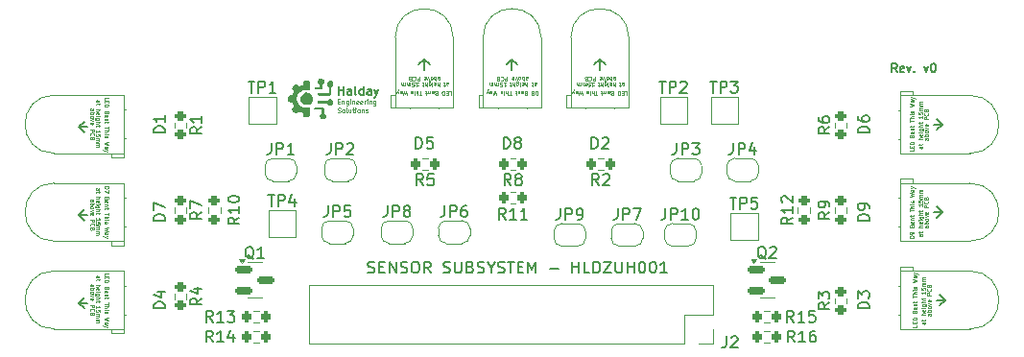
<source format=gbr>
%TF.GenerationSoftware,KiCad,Pcbnew,8.0.1*%
%TF.CreationDate,2024-03-24T20:28:12+02:00*%
%TF.ProjectId,EEE3088_HLDZUH001_Sensing,45454533-3038-4385-9f48-4c445a554830,rev?*%
%TF.SameCoordinates,Original*%
%TF.FileFunction,Legend,Top*%
%TF.FilePolarity,Positive*%
%FSLAX46Y46*%
G04 Gerber Fmt 4.6, Leading zero omitted, Abs format (unit mm)*
G04 Created by KiCad (PCBNEW 8.0.1) date 2024-03-24 20:28:12*
%MOMM*%
%LPD*%
G01*
G04 APERTURE LIST*
G04 Aperture macros list*
%AMRoundRect*
0 Rectangle with rounded corners*
0 $1 Rounding radius*
0 $2 $3 $4 $5 $6 $7 $8 $9 X,Y pos of 4 corners*
0 Add a 4 corners polygon primitive as box body*
4,1,4,$2,$3,$4,$5,$6,$7,$8,$9,$2,$3,0*
0 Add four circle primitives for the rounded corners*
1,1,$1+$1,$2,$3*
1,1,$1+$1,$4,$5*
1,1,$1+$1,$6,$7*
1,1,$1+$1,$8,$9*
0 Add four rect primitives between the rounded corners*
20,1,$1+$1,$2,$3,$4,$5,0*
20,1,$1+$1,$4,$5,$6,$7,0*
20,1,$1+$1,$6,$7,$8,$9,0*
20,1,$1+$1,$8,$9,$2,$3,0*%
%AMFreePoly0*
4,1,19,0.500000,-0.750000,0.000000,-0.750000,0.000000,-0.744911,-0.071157,-0.744911,-0.207708,-0.704816,-0.327430,-0.627875,-0.420627,-0.520320,-0.479746,-0.390866,-0.500000,-0.250000,-0.500000,0.250000,-0.479746,0.390866,-0.420627,0.520320,-0.327430,0.627875,-0.207708,0.704816,-0.071157,0.744911,0.000000,0.744911,0.000000,0.750000,0.500000,0.750000,0.500000,-0.750000,0.500000,-0.750000,
$1*%
%AMFreePoly1*
4,1,19,0.000000,0.744911,0.071157,0.744911,0.207708,0.704816,0.327430,0.627875,0.420627,0.520320,0.479746,0.390866,0.500000,0.250000,0.500000,-0.250000,0.479746,-0.390866,0.420627,-0.520320,0.327430,-0.627875,0.207708,-0.704816,0.071157,-0.744911,0.000000,-0.744911,0.000000,-0.750000,-0.500000,-0.750000,-0.500000,0.750000,0.000000,0.750000,0.000000,0.744911,0.000000,0.744911,
$1*%
G04 Aperture macros list end*
%ADD10C,0.150000*%
%ADD11C,0.087500*%
%ADD12C,0.187500*%
%ADD13C,0.075000*%
%ADD14C,0.000000*%
%ADD15C,0.120000*%
%ADD16R,1.800000X1.800000*%
%ADD17C,1.800000*%
%ADD18R,2.000000X2.000000*%
%ADD19RoundRect,0.200000X-0.200000X-0.275000X0.200000X-0.275000X0.200000X0.275000X-0.200000X0.275000X0*%
%ADD20RoundRect,0.200000X0.275000X-0.200000X0.275000X0.200000X-0.275000X0.200000X-0.275000X-0.200000X0*%
%ADD21RoundRect,0.200000X0.200000X0.275000X-0.200000X0.275000X-0.200000X-0.275000X0.200000X-0.275000X0*%
%ADD22RoundRect,0.200000X-0.275000X0.200000X-0.275000X-0.200000X0.275000X-0.200000X0.275000X0.200000X0*%
%ADD23RoundRect,0.150000X-0.587500X-0.150000X0.587500X-0.150000X0.587500X0.150000X-0.587500X0.150000X0*%
%ADD24FreePoly0,0.000000*%
%ADD25FreePoly1,0.000000*%
%ADD26R,1.700000X1.700000*%
%ADD27O,1.700000X1.700000*%
G04 APERTURE END LIST*
D10*
X215955826Y-72150414D02*
X215705826Y-71793271D01*
X215527255Y-72150414D02*
X215527255Y-71400414D01*
X215527255Y-71400414D02*
X215812969Y-71400414D01*
X215812969Y-71400414D02*
X215884398Y-71436128D01*
X215884398Y-71436128D02*
X215920112Y-71471842D01*
X215920112Y-71471842D02*
X215955826Y-71543271D01*
X215955826Y-71543271D02*
X215955826Y-71650414D01*
X215955826Y-71650414D02*
X215920112Y-71721842D01*
X215920112Y-71721842D02*
X215884398Y-71757557D01*
X215884398Y-71757557D02*
X215812969Y-71793271D01*
X215812969Y-71793271D02*
X215527255Y-71793271D01*
X216562969Y-72114700D02*
X216491541Y-72150414D01*
X216491541Y-72150414D02*
X216348684Y-72150414D01*
X216348684Y-72150414D02*
X216277255Y-72114700D01*
X216277255Y-72114700D02*
X216241541Y-72043271D01*
X216241541Y-72043271D02*
X216241541Y-71757557D01*
X216241541Y-71757557D02*
X216277255Y-71686128D01*
X216277255Y-71686128D02*
X216348684Y-71650414D01*
X216348684Y-71650414D02*
X216491541Y-71650414D01*
X216491541Y-71650414D02*
X216562969Y-71686128D01*
X216562969Y-71686128D02*
X216598684Y-71757557D01*
X216598684Y-71757557D02*
X216598684Y-71828985D01*
X216598684Y-71828985D02*
X216241541Y-71900414D01*
X216848683Y-71650414D02*
X217027255Y-72150414D01*
X217027255Y-72150414D02*
X217205826Y-71650414D01*
X217491541Y-72078985D02*
X217527255Y-72114700D01*
X217527255Y-72114700D02*
X217491541Y-72150414D01*
X217491541Y-72150414D02*
X217455827Y-72114700D01*
X217455827Y-72114700D02*
X217491541Y-72078985D01*
X217491541Y-72078985D02*
X217491541Y-72150414D01*
X218348684Y-71650414D02*
X218527256Y-72150414D01*
X218527256Y-72150414D02*
X218705827Y-71650414D01*
X219134399Y-71400414D02*
X219205828Y-71400414D01*
X219205828Y-71400414D02*
X219277256Y-71436128D01*
X219277256Y-71436128D02*
X219312971Y-71471842D01*
X219312971Y-71471842D02*
X219348685Y-71543271D01*
X219348685Y-71543271D02*
X219384399Y-71686128D01*
X219384399Y-71686128D02*
X219384399Y-71864700D01*
X219384399Y-71864700D02*
X219348685Y-72007557D01*
X219348685Y-72007557D02*
X219312971Y-72078985D01*
X219312971Y-72078985D02*
X219277256Y-72114700D01*
X219277256Y-72114700D02*
X219205828Y-72150414D01*
X219205828Y-72150414D02*
X219134399Y-72150414D01*
X219134399Y-72150414D02*
X219062971Y-72114700D01*
X219062971Y-72114700D02*
X219027256Y-72078985D01*
X219027256Y-72078985D02*
X218991542Y-72007557D01*
X218991542Y-72007557D02*
X218955828Y-71864700D01*
X218955828Y-71864700D02*
X218955828Y-71686128D01*
X218955828Y-71686128D02*
X218991542Y-71543271D01*
X218991542Y-71543271D02*
X219027256Y-71471842D01*
X219027256Y-71471842D02*
X219062971Y-71436128D01*
X219062971Y-71436128D02*
X219134399Y-71400414D01*
D11*
X218952616Y-93459101D02*
X218769283Y-93459101D01*
X218769283Y-93459101D02*
X218735950Y-93475768D01*
X218735950Y-93475768D02*
X218719283Y-93509101D01*
X218719283Y-93509101D02*
X218719283Y-93575768D01*
X218719283Y-93575768D02*
X218735950Y-93609101D01*
X218935950Y-93459101D02*
X218952616Y-93492435D01*
X218952616Y-93492435D02*
X218952616Y-93575768D01*
X218952616Y-93575768D02*
X218935950Y-93609101D01*
X218935950Y-93609101D02*
X218902616Y-93625768D01*
X218902616Y-93625768D02*
X218869283Y-93625768D01*
X218869283Y-93625768D02*
X218835950Y-93609101D01*
X218835950Y-93609101D02*
X218819283Y-93575768D01*
X218819283Y-93575768D02*
X218819283Y-93492435D01*
X218819283Y-93492435D02*
X218802616Y-93459101D01*
X218952616Y-93292434D02*
X218602616Y-93292434D01*
X218735950Y-93292434D02*
X218719283Y-93259101D01*
X218719283Y-93259101D02*
X218719283Y-93192434D01*
X218719283Y-93192434D02*
X218735950Y-93159101D01*
X218735950Y-93159101D02*
X218752616Y-93142434D01*
X218752616Y-93142434D02*
X218785950Y-93125768D01*
X218785950Y-93125768D02*
X218885950Y-93125768D01*
X218885950Y-93125768D02*
X218919283Y-93142434D01*
X218919283Y-93142434D02*
X218935950Y-93159101D01*
X218935950Y-93159101D02*
X218952616Y-93192434D01*
X218952616Y-93192434D02*
X218952616Y-93259101D01*
X218952616Y-93259101D02*
X218935950Y-93292434D01*
X218952616Y-92925767D02*
X218935950Y-92959101D01*
X218935950Y-92959101D02*
X218919283Y-92975767D01*
X218919283Y-92975767D02*
X218885950Y-92992434D01*
X218885950Y-92992434D02*
X218785950Y-92992434D01*
X218785950Y-92992434D02*
X218752616Y-92975767D01*
X218752616Y-92975767D02*
X218735950Y-92959101D01*
X218735950Y-92959101D02*
X218719283Y-92925767D01*
X218719283Y-92925767D02*
X218719283Y-92875767D01*
X218719283Y-92875767D02*
X218735950Y-92842434D01*
X218735950Y-92842434D02*
X218752616Y-92825767D01*
X218752616Y-92825767D02*
X218785950Y-92809101D01*
X218785950Y-92809101D02*
X218885950Y-92809101D01*
X218885950Y-92809101D02*
X218919283Y-92825767D01*
X218919283Y-92825767D02*
X218935950Y-92842434D01*
X218935950Y-92842434D02*
X218952616Y-92875767D01*
X218952616Y-92875767D02*
X218952616Y-92925767D01*
X218719283Y-92692434D02*
X218952616Y-92609100D01*
X218952616Y-92609100D02*
X218719283Y-92525767D01*
X218935950Y-92259100D02*
X218952616Y-92292433D01*
X218952616Y-92292433D02*
X218952616Y-92359100D01*
X218952616Y-92359100D02*
X218935950Y-92392433D01*
X218935950Y-92392433D02*
X218902616Y-92409100D01*
X218902616Y-92409100D02*
X218769283Y-92409100D01*
X218769283Y-92409100D02*
X218735950Y-92392433D01*
X218735950Y-92392433D02*
X218719283Y-92359100D01*
X218719283Y-92359100D02*
X218719283Y-92292433D01*
X218719283Y-92292433D02*
X218735950Y-92259100D01*
X218735950Y-92259100D02*
X218769283Y-92242433D01*
X218769283Y-92242433D02*
X218802616Y-92242433D01*
X218802616Y-92242433D02*
X218835950Y-92409100D01*
X218952616Y-91825766D02*
X218602616Y-91825766D01*
X218602616Y-91825766D02*
X218602616Y-91692433D01*
X218602616Y-91692433D02*
X218619283Y-91659100D01*
X218619283Y-91659100D02*
X218635950Y-91642433D01*
X218635950Y-91642433D02*
X218669283Y-91625766D01*
X218669283Y-91625766D02*
X218719283Y-91625766D01*
X218719283Y-91625766D02*
X218752616Y-91642433D01*
X218752616Y-91642433D02*
X218769283Y-91659100D01*
X218769283Y-91659100D02*
X218785950Y-91692433D01*
X218785950Y-91692433D02*
X218785950Y-91825766D01*
X218919283Y-91275766D02*
X218935950Y-91292433D01*
X218935950Y-91292433D02*
X218952616Y-91342433D01*
X218952616Y-91342433D02*
X218952616Y-91375766D01*
X218952616Y-91375766D02*
X218935950Y-91425766D01*
X218935950Y-91425766D02*
X218902616Y-91459100D01*
X218902616Y-91459100D02*
X218869283Y-91475766D01*
X218869283Y-91475766D02*
X218802616Y-91492433D01*
X218802616Y-91492433D02*
X218752616Y-91492433D01*
X218752616Y-91492433D02*
X218685950Y-91475766D01*
X218685950Y-91475766D02*
X218652616Y-91459100D01*
X218652616Y-91459100D02*
X218619283Y-91425766D01*
X218619283Y-91425766D02*
X218602616Y-91375766D01*
X218602616Y-91375766D02*
X218602616Y-91342433D01*
X218602616Y-91342433D02*
X218619283Y-91292433D01*
X218619283Y-91292433D02*
X218635950Y-91275766D01*
X218769283Y-91009100D02*
X218785950Y-90959100D01*
X218785950Y-90959100D02*
X218802616Y-90942433D01*
X218802616Y-90942433D02*
X218835950Y-90925766D01*
X218835950Y-90925766D02*
X218885950Y-90925766D01*
X218885950Y-90925766D02*
X218919283Y-90942433D01*
X218919283Y-90942433D02*
X218935950Y-90959100D01*
X218935950Y-90959100D02*
X218952616Y-90992433D01*
X218952616Y-90992433D02*
X218952616Y-91125766D01*
X218952616Y-91125766D02*
X218602616Y-91125766D01*
X218602616Y-91125766D02*
X218602616Y-91009100D01*
X218602616Y-91009100D02*
X218619283Y-90975766D01*
X218619283Y-90975766D02*
X218635950Y-90959100D01*
X218635950Y-90959100D02*
X218669283Y-90942433D01*
X218669283Y-90942433D02*
X218702616Y-90942433D01*
X218702616Y-90942433D02*
X218735950Y-90959100D01*
X218735950Y-90959100D02*
X218752616Y-90975766D01*
X218752616Y-90975766D02*
X218769283Y-91009100D01*
X218769283Y-91009100D02*
X218769283Y-91125766D01*
X218452616Y-94209101D02*
X218269283Y-94209101D01*
X218269283Y-94209101D02*
X218235950Y-94225768D01*
X218235950Y-94225768D02*
X218219283Y-94259101D01*
X218219283Y-94259101D02*
X218219283Y-94325768D01*
X218219283Y-94325768D02*
X218235950Y-94359101D01*
X218435950Y-94209101D02*
X218452616Y-94242435D01*
X218452616Y-94242435D02*
X218452616Y-94325768D01*
X218452616Y-94325768D02*
X218435950Y-94359101D01*
X218435950Y-94359101D02*
X218402616Y-94375768D01*
X218402616Y-94375768D02*
X218369283Y-94375768D01*
X218369283Y-94375768D02*
X218335950Y-94359101D01*
X218335950Y-94359101D02*
X218319283Y-94325768D01*
X218319283Y-94325768D02*
X218319283Y-94242435D01*
X218319283Y-94242435D02*
X218302616Y-94209101D01*
X218219283Y-94092434D02*
X218219283Y-93959101D01*
X218102616Y-94042434D02*
X218402616Y-94042434D01*
X218402616Y-94042434D02*
X218435950Y-94025768D01*
X218435950Y-94025768D02*
X218452616Y-93992434D01*
X218452616Y-93992434D02*
X218452616Y-93959101D01*
X218452616Y-93575767D02*
X218102616Y-93575767D01*
X218452616Y-93425767D02*
X218269283Y-93425767D01*
X218269283Y-93425767D02*
X218235950Y-93442434D01*
X218235950Y-93442434D02*
X218219283Y-93475767D01*
X218219283Y-93475767D02*
X218219283Y-93525767D01*
X218219283Y-93525767D02*
X218235950Y-93559101D01*
X218235950Y-93559101D02*
X218252616Y-93575767D01*
X218435950Y-93125767D02*
X218452616Y-93159100D01*
X218452616Y-93159100D02*
X218452616Y-93225767D01*
X218452616Y-93225767D02*
X218435950Y-93259100D01*
X218435950Y-93259100D02*
X218402616Y-93275767D01*
X218402616Y-93275767D02*
X218269283Y-93275767D01*
X218269283Y-93275767D02*
X218235950Y-93259100D01*
X218235950Y-93259100D02*
X218219283Y-93225767D01*
X218219283Y-93225767D02*
X218219283Y-93159100D01*
X218219283Y-93159100D02*
X218235950Y-93125767D01*
X218235950Y-93125767D02*
X218269283Y-93109100D01*
X218269283Y-93109100D02*
X218302616Y-93109100D01*
X218302616Y-93109100D02*
X218335950Y-93275767D01*
X218452616Y-92959100D02*
X218219283Y-92959100D01*
X218102616Y-92959100D02*
X218119283Y-92975767D01*
X218119283Y-92975767D02*
X218135950Y-92959100D01*
X218135950Y-92959100D02*
X218119283Y-92942434D01*
X218119283Y-92942434D02*
X218102616Y-92959100D01*
X218102616Y-92959100D02*
X218135950Y-92959100D01*
X218219283Y-92642433D02*
X218502616Y-92642433D01*
X218502616Y-92642433D02*
X218535950Y-92659100D01*
X218535950Y-92659100D02*
X218552616Y-92675767D01*
X218552616Y-92675767D02*
X218569283Y-92709100D01*
X218569283Y-92709100D02*
X218569283Y-92759100D01*
X218569283Y-92759100D02*
X218552616Y-92792433D01*
X218435950Y-92642433D02*
X218452616Y-92675767D01*
X218452616Y-92675767D02*
X218452616Y-92742433D01*
X218452616Y-92742433D02*
X218435950Y-92775767D01*
X218435950Y-92775767D02*
X218419283Y-92792433D01*
X218419283Y-92792433D02*
X218385950Y-92809100D01*
X218385950Y-92809100D02*
X218285950Y-92809100D01*
X218285950Y-92809100D02*
X218252616Y-92792433D01*
X218252616Y-92792433D02*
X218235950Y-92775767D01*
X218235950Y-92775767D02*
X218219283Y-92742433D01*
X218219283Y-92742433D02*
X218219283Y-92675767D01*
X218219283Y-92675767D02*
X218235950Y-92642433D01*
X218452616Y-92475766D02*
X218102616Y-92475766D01*
X218452616Y-92325766D02*
X218269283Y-92325766D01*
X218269283Y-92325766D02*
X218235950Y-92342433D01*
X218235950Y-92342433D02*
X218219283Y-92375766D01*
X218219283Y-92375766D02*
X218219283Y-92425766D01*
X218219283Y-92425766D02*
X218235950Y-92459100D01*
X218235950Y-92459100D02*
X218252616Y-92475766D01*
X218219283Y-92209099D02*
X218219283Y-92075766D01*
X218102616Y-92159099D02*
X218402616Y-92159099D01*
X218402616Y-92159099D02*
X218435950Y-92142433D01*
X218435950Y-92142433D02*
X218452616Y-92109099D01*
X218452616Y-92109099D02*
X218452616Y-92075766D01*
X218452616Y-91509099D02*
X218452616Y-91709099D01*
X218452616Y-91609099D02*
X218102616Y-91609099D01*
X218102616Y-91609099D02*
X218152616Y-91642432D01*
X218152616Y-91642432D02*
X218185950Y-91675766D01*
X218185950Y-91675766D02*
X218202616Y-91709099D01*
X218102616Y-91192433D02*
X218102616Y-91359099D01*
X218102616Y-91359099D02*
X218269283Y-91375766D01*
X218269283Y-91375766D02*
X218252616Y-91359099D01*
X218252616Y-91359099D02*
X218235950Y-91325766D01*
X218235950Y-91325766D02*
X218235950Y-91242433D01*
X218235950Y-91242433D02*
X218252616Y-91209099D01*
X218252616Y-91209099D02*
X218269283Y-91192433D01*
X218269283Y-91192433D02*
X218302616Y-91175766D01*
X218302616Y-91175766D02*
X218385950Y-91175766D01*
X218385950Y-91175766D02*
X218419283Y-91192433D01*
X218419283Y-91192433D02*
X218435950Y-91209099D01*
X218435950Y-91209099D02*
X218452616Y-91242433D01*
X218452616Y-91242433D02*
X218452616Y-91325766D01*
X218452616Y-91325766D02*
X218435950Y-91359099D01*
X218435950Y-91359099D02*
X218419283Y-91375766D01*
X218452616Y-91025766D02*
X218219283Y-91025766D01*
X218252616Y-91025766D02*
X218235950Y-91009100D01*
X218235950Y-91009100D02*
X218219283Y-90975766D01*
X218219283Y-90975766D02*
X218219283Y-90925766D01*
X218219283Y-90925766D02*
X218235950Y-90892433D01*
X218235950Y-90892433D02*
X218269283Y-90875766D01*
X218269283Y-90875766D02*
X218452616Y-90875766D01*
X218269283Y-90875766D02*
X218235950Y-90859100D01*
X218235950Y-90859100D02*
X218219283Y-90825766D01*
X218219283Y-90825766D02*
X218219283Y-90775766D01*
X218219283Y-90775766D02*
X218235950Y-90742433D01*
X218235950Y-90742433D02*
X218269283Y-90725766D01*
X218269283Y-90725766D02*
X218452616Y-90725766D01*
X218452616Y-90559099D02*
X218219283Y-90559099D01*
X218252616Y-90559099D02*
X218235950Y-90542433D01*
X218235950Y-90542433D02*
X218219283Y-90509099D01*
X218219283Y-90509099D02*
X218219283Y-90459099D01*
X218219283Y-90459099D02*
X218235950Y-90425766D01*
X218235950Y-90425766D02*
X218269283Y-90409099D01*
X218269283Y-90409099D02*
X218452616Y-90409099D01*
X218269283Y-90409099D02*
X218235950Y-90392433D01*
X218235950Y-90392433D02*
X218219283Y-90359099D01*
X218219283Y-90359099D02*
X218219283Y-90309099D01*
X218219283Y-90309099D02*
X218235950Y-90275766D01*
X218235950Y-90275766D02*
X218269283Y-90259099D01*
X218269283Y-90259099D02*
X218452616Y-90259099D01*
X218702616Y-85709101D02*
X218519283Y-85709101D01*
X218519283Y-85709101D02*
X218485950Y-85725768D01*
X218485950Y-85725768D02*
X218469283Y-85759101D01*
X218469283Y-85759101D02*
X218469283Y-85825768D01*
X218469283Y-85825768D02*
X218485950Y-85859101D01*
X218685950Y-85709101D02*
X218702616Y-85742435D01*
X218702616Y-85742435D02*
X218702616Y-85825768D01*
X218702616Y-85825768D02*
X218685950Y-85859101D01*
X218685950Y-85859101D02*
X218652616Y-85875768D01*
X218652616Y-85875768D02*
X218619283Y-85875768D01*
X218619283Y-85875768D02*
X218585950Y-85859101D01*
X218585950Y-85859101D02*
X218569283Y-85825768D01*
X218569283Y-85825768D02*
X218569283Y-85742435D01*
X218569283Y-85742435D02*
X218552616Y-85709101D01*
X218702616Y-85542434D02*
X218352616Y-85542434D01*
X218485950Y-85542434D02*
X218469283Y-85509101D01*
X218469283Y-85509101D02*
X218469283Y-85442434D01*
X218469283Y-85442434D02*
X218485950Y-85409101D01*
X218485950Y-85409101D02*
X218502616Y-85392434D01*
X218502616Y-85392434D02*
X218535950Y-85375768D01*
X218535950Y-85375768D02*
X218635950Y-85375768D01*
X218635950Y-85375768D02*
X218669283Y-85392434D01*
X218669283Y-85392434D02*
X218685950Y-85409101D01*
X218685950Y-85409101D02*
X218702616Y-85442434D01*
X218702616Y-85442434D02*
X218702616Y-85509101D01*
X218702616Y-85509101D02*
X218685950Y-85542434D01*
X218702616Y-85175767D02*
X218685950Y-85209101D01*
X218685950Y-85209101D02*
X218669283Y-85225767D01*
X218669283Y-85225767D02*
X218635950Y-85242434D01*
X218635950Y-85242434D02*
X218535950Y-85242434D01*
X218535950Y-85242434D02*
X218502616Y-85225767D01*
X218502616Y-85225767D02*
X218485950Y-85209101D01*
X218485950Y-85209101D02*
X218469283Y-85175767D01*
X218469283Y-85175767D02*
X218469283Y-85125767D01*
X218469283Y-85125767D02*
X218485950Y-85092434D01*
X218485950Y-85092434D02*
X218502616Y-85075767D01*
X218502616Y-85075767D02*
X218535950Y-85059101D01*
X218535950Y-85059101D02*
X218635950Y-85059101D01*
X218635950Y-85059101D02*
X218669283Y-85075767D01*
X218669283Y-85075767D02*
X218685950Y-85092434D01*
X218685950Y-85092434D02*
X218702616Y-85125767D01*
X218702616Y-85125767D02*
X218702616Y-85175767D01*
X218469283Y-84942434D02*
X218702616Y-84859100D01*
X218702616Y-84859100D02*
X218469283Y-84775767D01*
X218685950Y-84509100D02*
X218702616Y-84542433D01*
X218702616Y-84542433D02*
X218702616Y-84609100D01*
X218702616Y-84609100D02*
X218685950Y-84642433D01*
X218685950Y-84642433D02*
X218652616Y-84659100D01*
X218652616Y-84659100D02*
X218519283Y-84659100D01*
X218519283Y-84659100D02*
X218485950Y-84642433D01*
X218485950Y-84642433D02*
X218469283Y-84609100D01*
X218469283Y-84609100D02*
X218469283Y-84542433D01*
X218469283Y-84542433D02*
X218485950Y-84509100D01*
X218485950Y-84509100D02*
X218519283Y-84492433D01*
X218519283Y-84492433D02*
X218552616Y-84492433D01*
X218552616Y-84492433D02*
X218585950Y-84659100D01*
X218702616Y-84075766D02*
X218352616Y-84075766D01*
X218352616Y-84075766D02*
X218352616Y-83942433D01*
X218352616Y-83942433D02*
X218369283Y-83909100D01*
X218369283Y-83909100D02*
X218385950Y-83892433D01*
X218385950Y-83892433D02*
X218419283Y-83875766D01*
X218419283Y-83875766D02*
X218469283Y-83875766D01*
X218469283Y-83875766D02*
X218502616Y-83892433D01*
X218502616Y-83892433D02*
X218519283Y-83909100D01*
X218519283Y-83909100D02*
X218535950Y-83942433D01*
X218535950Y-83942433D02*
X218535950Y-84075766D01*
X218669283Y-83525766D02*
X218685950Y-83542433D01*
X218685950Y-83542433D02*
X218702616Y-83592433D01*
X218702616Y-83592433D02*
X218702616Y-83625766D01*
X218702616Y-83625766D02*
X218685950Y-83675766D01*
X218685950Y-83675766D02*
X218652616Y-83709100D01*
X218652616Y-83709100D02*
X218619283Y-83725766D01*
X218619283Y-83725766D02*
X218552616Y-83742433D01*
X218552616Y-83742433D02*
X218502616Y-83742433D01*
X218502616Y-83742433D02*
X218435950Y-83725766D01*
X218435950Y-83725766D02*
X218402616Y-83709100D01*
X218402616Y-83709100D02*
X218369283Y-83675766D01*
X218369283Y-83675766D02*
X218352616Y-83625766D01*
X218352616Y-83625766D02*
X218352616Y-83592433D01*
X218352616Y-83592433D02*
X218369283Y-83542433D01*
X218369283Y-83542433D02*
X218385950Y-83525766D01*
X218519283Y-83259100D02*
X218535950Y-83209100D01*
X218535950Y-83209100D02*
X218552616Y-83192433D01*
X218552616Y-83192433D02*
X218585950Y-83175766D01*
X218585950Y-83175766D02*
X218635950Y-83175766D01*
X218635950Y-83175766D02*
X218669283Y-83192433D01*
X218669283Y-83192433D02*
X218685950Y-83209100D01*
X218685950Y-83209100D02*
X218702616Y-83242433D01*
X218702616Y-83242433D02*
X218702616Y-83375766D01*
X218702616Y-83375766D02*
X218352616Y-83375766D01*
X218352616Y-83375766D02*
X218352616Y-83259100D01*
X218352616Y-83259100D02*
X218369283Y-83225766D01*
X218369283Y-83225766D02*
X218385950Y-83209100D01*
X218385950Y-83209100D02*
X218419283Y-83192433D01*
X218419283Y-83192433D02*
X218452616Y-83192433D01*
X218452616Y-83192433D02*
X218485950Y-83209100D01*
X218485950Y-83209100D02*
X218502616Y-83225766D01*
X218502616Y-83225766D02*
X218519283Y-83259100D01*
X218519283Y-83259100D02*
X218519283Y-83375766D01*
X218202616Y-86459101D02*
X218019283Y-86459101D01*
X218019283Y-86459101D02*
X217985950Y-86475768D01*
X217985950Y-86475768D02*
X217969283Y-86509101D01*
X217969283Y-86509101D02*
X217969283Y-86575768D01*
X217969283Y-86575768D02*
X217985950Y-86609101D01*
X218185950Y-86459101D02*
X218202616Y-86492435D01*
X218202616Y-86492435D02*
X218202616Y-86575768D01*
X218202616Y-86575768D02*
X218185950Y-86609101D01*
X218185950Y-86609101D02*
X218152616Y-86625768D01*
X218152616Y-86625768D02*
X218119283Y-86625768D01*
X218119283Y-86625768D02*
X218085950Y-86609101D01*
X218085950Y-86609101D02*
X218069283Y-86575768D01*
X218069283Y-86575768D02*
X218069283Y-86492435D01*
X218069283Y-86492435D02*
X218052616Y-86459101D01*
X217969283Y-86342434D02*
X217969283Y-86209101D01*
X217852616Y-86292434D02*
X218152616Y-86292434D01*
X218152616Y-86292434D02*
X218185950Y-86275768D01*
X218185950Y-86275768D02*
X218202616Y-86242434D01*
X218202616Y-86242434D02*
X218202616Y-86209101D01*
X218202616Y-85825767D02*
X217852616Y-85825767D01*
X218202616Y-85675767D02*
X218019283Y-85675767D01*
X218019283Y-85675767D02*
X217985950Y-85692434D01*
X217985950Y-85692434D02*
X217969283Y-85725767D01*
X217969283Y-85725767D02*
X217969283Y-85775767D01*
X217969283Y-85775767D02*
X217985950Y-85809101D01*
X217985950Y-85809101D02*
X218002616Y-85825767D01*
X218185950Y-85375767D02*
X218202616Y-85409100D01*
X218202616Y-85409100D02*
X218202616Y-85475767D01*
X218202616Y-85475767D02*
X218185950Y-85509100D01*
X218185950Y-85509100D02*
X218152616Y-85525767D01*
X218152616Y-85525767D02*
X218019283Y-85525767D01*
X218019283Y-85525767D02*
X217985950Y-85509100D01*
X217985950Y-85509100D02*
X217969283Y-85475767D01*
X217969283Y-85475767D02*
X217969283Y-85409100D01*
X217969283Y-85409100D02*
X217985950Y-85375767D01*
X217985950Y-85375767D02*
X218019283Y-85359100D01*
X218019283Y-85359100D02*
X218052616Y-85359100D01*
X218052616Y-85359100D02*
X218085950Y-85525767D01*
X218202616Y-85209100D02*
X217969283Y-85209100D01*
X217852616Y-85209100D02*
X217869283Y-85225767D01*
X217869283Y-85225767D02*
X217885950Y-85209100D01*
X217885950Y-85209100D02*
X217869283Y-85192434D01*
X217869283Y-85192434D02*
X217852616Y-85209100D01*
X217852616Y-85209100D02*
X217885950Y-85209100D01*
X217969283Y-84892433D02*
X218252616Y-84892433D01*
X218252616Y-84892433D02*
X218285950Y-84909100D01*
X218285950Y-84909100D02*
X218302616Y-84925767D01*
X218302616Y-84925767D02*
X218319283Y-84959100D01*
X218319283Y-84959100D02*
X218319283Y-85009100D01*
X218319283Y-85009100D02*
X218302616Y-85042433D01*
X218185950Y-84892433D02*
X218202616Y-84925767D01*
X218202616Y-84925767D02*
X218202616Y-84992433D01*
X218202616Y-84992433D02*
X218185950Y-85025767D01*
X218185950Y-85025767D02*
X218169283Y-85042433D01*
X218169283Y-85042433D02*
X218135950Y-85059100D01*
X218135950Y-85059100D02*
X218035950Y-85059100D01*
X218035950Y-85059100D02*
X218002616Y-85042433D01*
X218002616Y-85042433D02*
X217985950Y-85025767D01*
X217985950Y-85025767D02*
X217969283Y-84992433D01*
X217969283Y-84992433D02*
X217969283Y-84925767D01*
X217969283Y-84925767D02*
X217985950Y-84892433D01*
X218202616Y-84725766D02*
X217852616Y-84725766D01*
X218202616Y-84575766D02*
X218019283Y-84575766D01*
X218019283Y-84575766D02*
X217985950Y-84592433D01*
X217985950Y-84592433D02*
X217969283Y-84625766D01*
X217969283Y-84625766D02*
X217969283Y-84675766D01*
X217969283Y-84675766D02*
X217985950Y-84709100D01*
X217985950Y-84709100D02*
X218002616Y-84725766D01*
X217969283Y-84459099D02*
X217969283Y-84325766D01*
X217852616Y-84409099D02*
X218152616Y-84409099D01*
X218152616Y-84409099D02*
X218185950Y-84392433D01*
X218185950Y-84392433D02*
X218202616Y-84359099D01*
X218202616Y-84359099D02*
X218202616Y-84325766D01*
X218202616Y-83759099D02*
X218202616Y-83959099D01*
X218202616Y-83859099D02*
X217852616Y-83859099D01*
X217852616Y-83859099D02*
X217902616Y-83892432D01*
X217902616Y-83892432D02*
X217935950Y-83925766D01*
X217935950Y-83925766D02*
X217952616Y-83959099D01*
X217852616Y-83442433D02*
X217852616Y-83609099D01*
X217852616Y-83609099D02*
X218019283Y-83625766D01*
X218019283Y-83625766D02*
X218002616Y-83609099D01*
X218002616Y-83609099D02*
X217985950Y-83575766D01*
X217985950Y-83575766D02*
X217985950Y-83492433D01*
X217985950Y-83492433D02*
X218002616Y-83459099D01*
X218002616Y-83459099D02*
X218019283Y-83442433D01*
X218019283Y-83442433D02*
X218052616Y-83425766D01*
X218052616Y-83425766D02*
X218135950Y-83425766D01*
X218135950Y-83425766D02*
X218169283Y-83442433D01*
X218169283Y-83442433D02*
X218185950Y-83459099D01*
X218185950Y-83459099D02*
X218202616Y-83492433D01*
X218202616Y-83492433D02*
X218202616Y-83575766D01*
X218202616Y-83575766D02*
X218185950Y-83609099D01*
X218185950Y-83609099D02*
X218169283Y-83625766D01*
X218202616Y-83275766D02*
X217969283Y-83275766D01*
X218002616Y-83275766D02*
X217985950Y-83259100D01*
X217985950Y-83259100D02*
X217969283Y-83225766D01*
X217969283Y-83225766D02*
X217969283Y-83175766D01*
X217969283Y-83175766D02*
X217985950Y-83142433D01*
X217985950Y-83142433D02*
X218019283Y-83125766D01*
X218019283Y-83125766D02*
X218202616Y-83125766D01*
X218019283Y-83125766D02*
X217985950Y-83109100D01*
X217985950Y-83109100D02*
X217969283Y-83075766D01*
X217969283Y-83075766D02*
X217969283Y-83025766D01*
X217969283Y-83025766D02*
X217985950Y-82992433D01*
X217985950Y-82992433D02*
X218019283Y-82975766D01*
X218019283Y-82975766D02*
X218202616Y-82975766D01*
X218202616Y-82809099D02*
X217969283Y-82809099D01*
X218002616Y-82809099D02*
X217985950Y-82792433D01*
X217985950Y-82792433D02*
X217969283Y-82759099D01*
X217969283Y-82759099D02*
X217969283Y-82709099D01*
X217969283Y-82709099D02*
X217985950Y-82675766D01*
X217985950Y-82675766D02*
X218019283Y-82659099D01*
X218019283Y-82659099D02*
X218202616Y-82659099D01*
X218019283Y-82659099D02*
X217985950Y-82642433D01*
X217985950Y-82642433D02*
X217969283Y-82609099D01*
X217969283Y-82609099D02*
X217969283Y-82559099D01*
X217969283Y-82559099D02*
X217985950Y-82525766D01*
X217985950Y-82525766D02*
X218019283Y-82509099D01*
X218019283Y-82509099D02*
X218202616Y-82509099D01*
X218702616Y-77959101D02*
X218519283Y-77959101D01*
X218519283Y-77959101D02*
X218485950Y-77975768D01*
X218485950Y-77975768D02*
X218469283Y-78009101D01*
X218469283Y-78009101D02*
X218469283Y-78075768D01*
X218469283Y-78075768D02*
X218485950Y-78109101D01*
X218685950Y-77959101D02*
X218702616Y-77992435D01*
X218702616Y-77992435D02*
X218702616Y-78075768D01*
X218702616Y-78075768D02*
X218685950Y-78109101D01*
X218685950Y-78109101D02*
X218652616Y-78125768D01*
X218652616Y-78125768D02*
X218619283Y-78125768D01*
X218619283Y-78125768D02*
X218585950Y-78109101D01*
X218585950Y-78109101D02*
X218569283Y-78075768D01*
X218569283Y-78075768D02*
X218569283Y-77992435D01*
X218569283Y-77992435D02*
X218552616Y-77959101D01*
X218702616Y-77792434D02*
X218352616Y-77792434D01*
X218485950Y-77792434D02*
X218469283Y-77759101D01*
X218469283Y-77759101D02*
X218469283Y-77692434D01*
X218469283Y-77692434D02*
X218485950Y-77659101D01*
X218485950Y-77659101D02*
X218502616Y-77642434D01*
X218502616Y-77642434D02*
X218535950Y-77625768D01*
X218535950Y-77625768D02*
X218635950Y-77625768D01*
X218635950Y-77625768D02*
X218669283Y-77642434D01*
X218669283Y-77642434D02*
X218685950Y-77659101D01*
X218685950Y-77659101D02*
X218702616Y-77692434D01*
X218702616Y-77692434D02*
X218702616Y-77759101D01*
X218702616Y-77759101D02*
X218685950Y-77792434D01*
X218702616Y-77425767D02*
X218685950Y-77459101D01*
X218685950Y-77459101D02*
X218669283Y-77475767D01*
X218669283Y-77475767D02*
X218635950Y-77492434D01*
X218635950Y-77492434D02*
X218535950Y-77492434D01*
X218535950Y-77492434D02*
X218502616Y-77475767D01*
X218502616Y-77475767D02*
X218485950Y-77459101D01*
X218485950Y-77459101D02*
X218469283Y-77425767D01*
X218469283Y-77425767D02*
X218469283Y-77375767D01*
X218469283Y-77375767D02*
X218485950Y-77342434D01*
X218485950Y-77342434D02*
X218502616Y-77325767D01*
X218502616Y-77325767D02*
X218535950Y-77309101D01*
X218535950Y-77309101D02*
X218635950Y-77309101D01*
X218635950Y-77309101D02*
X218669283Y-77325767D01*
X218669283Y-77325767D02*
X218685950Y-77342434D01*
X218685950Y-77342434D02*
X218702616Y-77375767D01*
X218702616Y-77375767D02*
X218702616Y-77425767D01*
X218469283Y-77192434D02*
X218702616Y-77109100D01*
X218702616Y-77109100D02*
X218469283Y-77025767D01*
X218685950Y-76759100D02*
X218702616Y-76792433D01*
X218702616Y-76792433D02*
X218702616Y-76859100D01*
X218702616Y-76859100D02*
X218685950Y-76892433D01*
X218685950Y-76892433D02*
X218652616Y-76909100D01*
X218652616Y-76909100D02*
X218519283Y-76909100D01*
X218519283Y-76909100D02*
X218485950Y-76892433D01*
X218485950Y-76892433D02*
X218469283Y-76859100D01*
X218469283Y-76859100D02*
X218469283Y-76792433D01*
X218469283Y-76792433D02*
X218485950Y-76759100D01*
X218485950Y-76759100D02*
X218519283Y-76742433D01*
X218519283Y-76742433D02*
X218552616Y-76742433D01*
X218552616Y-76742433D02*
X218585950Y-76909100D01*
X218702616Y-76325766D02*
X218352616Y-76325766D01*
X218352616Y-76325766D02*
X218352616Y-76192433D01*
X218352616Y-76192433D02*
X218369283Y-76159100D01*
X218369283Y-76159100D02*
X218385950Y-76142433D01*
X218385950Y-76142433D02*
X218419283Y-76125766D01*
X218419283Y-76125766D02*
X218469283Y-76125766D01*
X218469283Y-76125766D02*
X218502616Y-76142433D01*
X218502616Y-76142433D02*
X218519283Y-76159100D01*
X218519283Y-76159100D02*
X218535950Y-76192433D01*
X218535950Y-76192433D02*
X218535950Y-76325766D01*
X218669283Y-75775766D02*
X218685950Y-75792433D01*
X218685950Y-75792433D02*
X218702616Y-75842433D01*
X218702616Y-75842433D02*
X218702616Y-75875766D01*
X218702616Y-75875766D02*
X218685950Y-75925766D01*
X218685950Y-75925766D02*
X218652616Y-75959100D01*
X218652616Y-75959100D02*
X218619283Y-75975766D01*
X218619283Y-75975766D02*
X218552616Y-75992433D01*
X218552616Y-75992433D02*
X218502616Y-75992433D01*
X218502616Y-75992433D02*
X218435950Y-75975766D01*
X218435950Y-75975766D02*
X218402616Y-75959100D01*
X218402616Y-75959100D02*
X218369283Y-75925766D01*
X218369283Y-75925766D02*
X218352616Y-75875766D01*
X218352616Y-75875766D02*
X218352616Y-75842433D01*
X218352616Y-75842433D02*
X218369283Y-75792433D01*
X218369283Y-75792433D02*
X218385950Y-75775766D01*
X218519283Y-75509100D02*
X218535950Y-75459100D01*
X218535950Y-75459100D02*
X218552616Y-75442433D01*
X218552616Y-75442433D02*
X218585950Y-75425766D01*
X218585950Y-75425766D02*
X218635950Y-75425766D01*
X218635950Y-75425766D02*
X218669283Y-75442433D01*
X218669283Y-75442433D02*
X218685950Y-75459100D01*
X218685950Y-75459100D02*
X218702616Y-75492433D01*
X218702616Y-75492433D02*
X218702616Y-75625766D01*
X218702616Y-75625766D02*
X218352616Y-75625766D01*
X218352616Y-75625766D02*
X218352616Y-75509100D01*
X218352616Y-75509100D02*
X218369283Y-75475766D01*
X218369283Y-75475766D02*
X218385950Y-75459100D01*
X218385950Y-75459100D02*
X218419283Y-75442433D01*
X218419283Y-75442433D02*
X218452616Y-75442433D01*
X218452616Y-75442433D02*
X218485950Y-75459100D01*
X218485950Y-75459100D02*
X218502616Y-75475766D01*
X218502616Y-75475766D02*
X218519283Y-75509100D01*
X218519283Y-75509100D02*
X218519283Y-75625766D01*
X218202616Y-78709101D02*
X218019283Y-78709101D01*
X218019283Y-78709101D02*
X217985950Y-78725768D01*
X217985950Y-78725768D02*
X217969283Y-78759101D01*
X217969283Y-78759101D02*
X217969283Y-78825768D01*
X217969283Y-78825768D02*
X217985950Y-78859101D01*
X218185950Y-78709101D02*
X218202616Y-78742435D01*
X218202616Y-78742435D02*
X218202616Y-78825768D01*
X218202616Y-78825768D02*
X218185950Y-78859101D01*
X218185950Y-78859101D02*
X218152616Y-78875768D01*
X218152616Y-78875768D02*
X218119283Y-78875768D01*
X218119283Y-78875768D02*
X218085950Y-78859101D01*
X218085950Y-78859101D02*
X218069283Y-78825768D01*
X218069283Y-78825768D02*
X218069283Y-78742435D01*
X218069283Y-78742435D02*
X218052616Y-78709101D01*
X217969283Y-78592434D02*
X217969283Y-78459101D01*
X217852616Y-78542434D02*
X218152616Y-78542434D01*
X218152616Y-78542434D02*
X218185950Y-78525768D01*
X218185950Y-78525768D02*
X218202616Y-78492434D01*
X218202616Y-78492434D02*
X218202616Y-78459101D01*
X218202616Y-78075767D02*
X217852616Y-78075767D01*
X218202616Y-77925767D02*
X218019283Y-77925767D01*
X218019283Y-77925767D02*
X217985950Y-77942434D01*
X217985950Y-77942434D02*
X217969283Y-77975767D01*
X217969283Y-77975767D02*
X217969283Y-78025767D01*
X217969283Y-78025767D02*
X217985950Y-78059101D01*
X217985950Y-78059101D02*
X218002616Y-78075767D01*
X218185950Y-77625767D02*
X218202616Y-77659100D01*
X218202616Y-77659100D02*
X218202616Y-77725767D01*
X218202616Y-77725767D02*
X218185950Y-77759100D01*
X218185950Y-77759100D02*
X218152616Y-77775767D01*
X218152616Y-77775767D02*
X218019283Y-77775767D01*
X218019283Y-77775767D02*
X217985950Y-77759100D01*
X217985950Y-77759100D02*
X217969283Y-77725767D01*
X217969283Y-77725767D02*
X217969283Y-77659100D01*
X217969283Y-77659100D02*
X217985950Y-77625767D01*
X217985950Y-77625767D02*
X218019283Y-77609100D01*
X218019283Y-77609100D02*
X218052616Y-77609100D01*
X218052616Y-77609100D02*
X218085950Y-77775767D01*
X218202616Y-77459100D02*
X217969283Y-77459100D01*
X217852616Y-77459100D02*
X217869283Y-77475767D01*
X217869283Y-77475767D02*
X217885950Y-77459100D01*
X217885950Y-77459100D02*
X217869283Y-77442434D01*
X217869283Y-77442434D02*
X217852616Y-77459100D01*
X217852616Y-77459100D02*
X217885950Y-77459100D01*
X217969283Y-77142433D02*
X218252616Y-77142433D01*
X218252616Y-77142433D02*
X218285950Y-77159100D01*
X218285950Y-77159100D02*
X218302616Y-77175767D01*
X218302616Y-77175767D02*
X218319283Y-77209100D01*
X218319283Y-77209100D02*
X218319283Y-77259100D01*
X218319283Y-77259100D02*
X218302616Y-77292433D01*
X218185950Y-77142433D02*
X218202616Y-77175767D01*
X218202616Y-77175767D02*
X218202616Y-77242433D01*
X218202616Y-77242433D02*
X218185950Y-77275767D01*
X218185950Y-77275767D02*
X218169283Y-77292433D01*
X218169283Y-77292433D02*
X218135950Y-77309100D01*
X218135950Y-77309100D02*
X218035950Y-77309100D01*
X218035950Y-77309100D02*
X218002616Y-77292433D01*
X218002616Y-77292433D02*
X217985950Y-77275767D01*
X217985950Y-77275767D02*
X217969283Y-77242433D01*
X217969283Y-77242433D02*
X217969283Y-77175767D01*
X217969283Y-77175767D02*
X217985950Y-77142433D01*
X218202616Y-76975766D02*
X217852616Y-76975766D01*
X218202616Y-76825766D02*
X218019283Y-76825766D01*
X218019283Y-76825766D02*
X217985950Y-76842433D01*
X217985950Y-76842433D02*
X217969283Y-76875766D01*
X217969283Y-76875766D02*
X217969283Y-76925766D01*
X217969283Y-76925766D02*
X217985950Y-76959100D01*
X217985950Y-76959100D02*
X218002616Y-76975766D01*
X217969283Y-76709099D02*
X217969283Y-76575766D01*
X217852616Y-76659099D02*
X218152616Y-76659099D01*
X218152616Y-76659099D02*
X218185950Y-76642433D01*
X218185950Y-76642433D02*
X218202616Y-76609099D01*
X218202616Y-76609099D02*
X218202616Y-76575766D01*
X218202616Y-76009099D02*
X218202616Y-76209099D01*
X218202616Y-76109099D02*
X217852616Y-76109099D01*
X217852616Y-76109099D02*
X217902616Y-76142432D01*
X217902616Y-76142432D02*
X217935950Y-76175766D01*
X217935950Y-76175766D02*
X217952616Y-76209099D01*
X217852616Y-75692433D02*
X217852616Y-75859099D01*
X217852616Y-75859099D02*
X218019283Y-75875766D01*
X218019283Y-75875766D02*
X218002616Y-75859099D01*
X218002616Y-75859099D02*
X217985950Y-75825766D01*
X217985950Y-75825766D02*
X217985950Y-75742433D01*
X217985950Y-75742433D02*
X218002616Y-75709099D01*
X218002616Y-75709099D02*
X218019283Y-75692433D01*
X218019283Y-75692433D02*
X218052616Y-75675766D01*
X218052616Y-75675766D02*
X218135950Y-75675766D01*
X218135950Y-75675766D02*
X218169283Y-75692433D01*
X218169283Y-75692433D02*
X218185950Y-75709099D01*
X218185950Y-75709099D02*
X218202616Y-75742433D01*
X218202616Y-75742433D02*
X218202616Y-75825766D01*
X218202616Y-75825766D02*
X218185950Y-75859099D01*
X218185950Y-75859099D02*
X218169283Y-75875766D01*
X218202616Y-75525766D02*
X217969283Y-75525766D01*
X218002616Y-75525766D02*
X217985950Y-75509100D01*
X217985950Y-75509100D02*
X217969283Y-75475766D01*
X217969283Y-75475766D02*
X217969283Y-75425766D01*
X217969283Y-75425766D02*
X217985950Y-75392433D01*
X217985950Y-75392433D02*
X218019283Y-75375766D01*
X218019283Y-75375766D02*
X218202616Y-75375766D01*
X218019283Y-75375766D02*
X217985950Y-75359100D01*
X217985950Y-75359100D02*
X217969283Y-75325766D01*
X217969283Y-75325766D02*
X217969283Y-75275766D01*
X217969283Y-75275766D02*
X217985950Y-75242433D01*
X217985950Y-75242433D02*
X218019283Y-75225766D01*
X218019283Y-75225766D02*
X218202616Y-75225766D01*
X218202616Y-75059099D02*
X217969283Y-75059099D01*
X218002616Y-75059099D02*
X217985950Y-75042433D01*
X217985950Y-75042433D02*
X217969283Y-75009099D01*
X217969283Y-75009099D02*
X217969283Y-74959099D01*
X217969283Y-74959099D02*
X217985950Y-74925766D01*
X217985950Y-74925766D02*
X218019283Y-74909099D01*
X218019283Y-74909099D02*
X218202616Y-74909099D01*
X218019283Y-74909099D02*
X217985950Y-74892433D01*
X217985950Y-74892433D02*
X217969283Y-74859099D01*
X217969283Y-74859099D02*
X217969283Y-74809099D01*
X217969283Y-74809099D02*
X217985950Y-74775766D01*
X217985950Y-74775766D02*
X218019283Y-74759099D01*
X218019283Y-74759099D02*
X218202616Y-74759099D01*
X145297383Y-90290898D02*
X145480716Y-90290898D01*
X145480716Y-90290898D02*
X145514050Y-90274231D01*
X145514050Y-90274231D02*
X145530716Y-90240898D01*
X145530716Y-90240898D02*
X145530716Y-90174231D01*
X145530716Y-90174231D02*
X145514050Y-90140898D01*
X145314050Y-90290898D02*
X145297383Y-90257565D01*
X145297383Y-90257565D02*
X145297383Y-90174231D01*
X145297383Y-90174231D02*
X145314050Y-90140898D01*
X145314050Y-90140898D02*
X145347383Y-90124231D01*
X145347383Y-90124231D02*
X145380716Y-90124231D01*
X145380716Y-90124231D02*
X145414050Y-90140898D01*
X145414050Y-90140898D02*
X145430716Y-90174231D01*
X145430716Y-90174231D02*
X145430716Y-90257565D01*
X145430716Y-90257565D02*
X145447383Y-90290898D01*
X145530716Y-90407565D02*
X145530716Y-90540898D01*
X145647383Y-90457565D02*
X145347383Y-90457565D01*
X145347383Y-90457565D02*
X145314050Y-90474232D01*
X145314050Y-90474232D02*
X145297383Y-90507565D01*
X145297383Y-90507565D02*
X145297383Y-90540898D01*
X145297383Y-90924232D02*
X145647383Y-90924232D01*
X145297383Y-91074232D02*
X145480716Y-91074232D01*
X145480716Y-91074232D02*
X145514050Y-91057565D01*
X145514050Y-91057565D02*
X145530716Y-91024232D01*
X145530716Y-91024232D02*
X145530716Y-90974232D01*
X145530716Y-90974232D02*
X145514050Y-90940899D01*
X145514050Y-90940899D02*
X145497383Y-90924232D01*
X145314050Y-91374232D02*
X145297383Y-91340899D01*
X145297383Y-91340899D02*
X145297383Y-91274232D01*
X145297383Y-91274232D02*
X145314050Y-91240899D01*
X145314050Y-91240899D02*
X145347383Y-91224232D01*
X145347383Y-91224232D02*
X145480716Y-91224232D01*
X145480716Y-91224232D02*
X145514050Y-91240899D01*
X145514050Y-91240899D02*
X145530716Y-91274232D01*
X145530716Y-91274232D02*
X145530716Y-91340899D01*
X145530716Y-91340899D02*
X145514050Y-91374232D01*
X145514050Y-91374232D02*
X145480716Y-91390899D01*
X145480716Y-91390899D02*
X145447383Y-91390899D01*
X145447383Y-91390899D02*
X145414050Y-91224232D01*
X145297383Y-91540899D02*
X145530716Y-91540899D01*
X145647383Y-91540899D02*
X145630716Y-91524232D01*
X145630716Y-91524232D02*
X145614050Y-91540899D01*
X145614050Y-91540899D02*
X145630716Y-91557566D01*
X145630716Y-91557566D02*
X145647383Y-91540899D01*
X145647383Y-91540899D02*
X145614050Y-91540899D01*
X145530716Y-91857566D02*
X145247383Y-91857566D01*
X145247383Y-91857566D02*
X145214050Y-91840899D01*
X145214050Y-91840899D02*
X145197383Y-91824233D01*
X145197383Y-91824233D02*
X145180716Y-91790899D01*
X145180716Y-91790899D02*
X145180716Y-91740899D01*
X145180716Y-91740899D02*
X145197383Y-91707566D01*
X145314050Y-91857566D02*
X145297383Y-91824233D01*
X145297383Y-91824233D02*
X145297383Y-91757566D01*
X145297383Y-91757566D02*
X145314050Y-91724233D01*
X145314050Y-91724233D02*
X145330716Y-91707566D01*
X145330716Y-91707566D02*
X145364050Y-91690899D01*
X145364050Y-91690899D02*
X145464050Y-91690899D01*
X145464050Y-91690899D02*
X145497383Y-91707566D01*
X145497383Y-91707566D02*
X145514050Y-91724233D01*
X145514050Y-91724233D02*
X145530716Y-91757566D01*
X145530716Y-91757566D02*
X145530716Y-91824233D01*
X145530716Y-91824233D02*
X145514050Y-91857566D01*
X145297383Y-92024233D02*
X145647383Y-92024233D01*
X145297383Y-92174233D02*
X145480716Y-92174233D01*
X145480716Y-92174233D02*
X145514050Y-92157566D01*
X145514050Y-92157566D02*
X145530716Y-92124233D01*
X145530716Y-92124233D02*
X145530716Y-92074233D01*
X145530716Y-92074233D02*
X145514050Y-92040900D01*
X145514050Y-92040900D02*
X145497383Y-92024233D01*
X145530716Y-92290900D02*
X145530716Y-92424233D01*
X145647383Y-92340900D02*
X145347383Y-92340900D01*
X145347383Y-92340900D02*
X145314050Y-92357567D01*
X145314050Y-92357567D02*
X145297383Y-92390900D01*
X145297383Y-92390900D02*
X145297383Y-92424233D01*
X145297383Y-92990900D02*
X145297383Y-92790900D01*
X145297383Y-92890900D02*
X145647383Y-92890900D01*
X145647383Y-92890900D02*
X145597383Y-92857567D01*
X145597383Y-92857567D02*
X145564050Y-92824234D01*
X145564050Y-92824234D02*
X145547383Y-92790900D01*
X145647383Y-93307567D02*
X145647383Y-93140900D01*
X145647383Y-93140900D02*
X145480716Y-93124233D01*
X145480716Y-93124233D02*
X145497383Y-93140900D01*
X145497383Y-93140900D02*
X145514050Y-93174233D01*
X145514050Y-93174233D02*
X145514050Y-93257567D01*
X145514050Y-93257567D02*
X145497383Y-93290900D01*
X145497383Y-93290900D02*
X145480716Y-93307567D01*
X145480716Y-93307567D02*
X145447383Y-93324233D01*
X145447383Y-93324233D02*
X145364050Y-93324233D01*
X145364050Y-93324233D02*
X145330716Y-93307567D01*
X145330716Y-93307567D02*
X145314050Y-93290900D01*
X145314050Y-93290900D02*
X145297383Y-93257567D01*
X145297383Y-93257567D02*
X145297383Y-93174233D01*
X145297383Y-93174233D02*
X145314050Y-93140900D01*
X145314050Y-93140900D02*
X145330716Y-93124233D01*
X145297383Y-93474233D02*
X145530716Y-93474233D01*
X145497383Y-93474233D02*
X145514050Y-93490900D01*
X145514050Y-93490900D02*
X145530716Y-93524233D01*
X145530716Y-93524233D02*
X145530716Y-93574233D01*
X145530716Y-93574233D02*
X145514050Y-93607566D01*
X145514050Y-93607566D02*
X145480716Y-93624233D01*
X145480716Y-93624233D02*
X145297383Y-93624233D01*
X145480716Y-93624233D02*
X145514050Y-93640900D01*
X145514050Y-93640900D02*
X145530716Y-93674233D01*
X145530716Y-93674233D02*
X145530716Y-93724233D01*
X145530716Y-93724233D02*
X145514050Y-93757566D01*
X145514050Y-93757566D02*
X145480716Y-93774233D01*
X145480716Y-93774233D02*
X145297383Y-93774233D01*
X145297383Y-93940900D02*
X145530716Y-93940900D01*
X145497383Y-93940900D02*
X145514050Y-93957567D01*
X145514050Y-93957567D02*
X145530716Y-93990900D01*
X145530716Y-93990900D02*
X145530716Y-94040900D01*
X145530716Y-94040900D02*
X145514050Y-94074233D01*
X145514050Y-94074233D02*
X145480716Y-94090900D01*
X145480716Y-94090900D02*
X145297383Y-94090900D01*
X145480716Y-94090900D02*
X145514050Y-94107567D01*
X145514050Y-94107567D02*
X145530716Y-94140900D01*
X145530716Y-94140900D02*
X145530716Y-94190900D01*
X145530716Y-94190900D02*
X145514050Y-94224233D01*
X145514050Y-94224233D02*
X145480716Y-94240900D01*
X145480716Y-94240900D02*
X145297383Y-94240900D01*
X144797383Y-91040898D02*
X144980716Y-91040898D01*
X144980716Y-91040898D02*
X145014050Y-91024231D01*
X145014050Y-91024231D02*
X145030716Y-90990898D01*
X145030716Y-90990898D02*
X145030716Y-90924231D01*
X145030716Y-90924231D02*
X145014050Y-90890898D01*
X144814050Y-91040898D02*
X144797383Y-91007565D01*
X144797383Y-91007565D02*
X144797383Y-90924231D01*
X144797383Y-90924231D02*
X144814050Y-90890898D01*
X144814050Y-90890898D02*
X144847383Y-90874231D01*
X144847383Y-90874231D02*
X144880716Y-90874231D01*
X144880716Y-90874231D02*
X144914050Y-90890898D01*
X144914050Y-90890898D02*
X144930716Y-90924231D01*
X144930716Y-90924231D02*
X144930716Y-91007565D01*
X144930716Y-91007565D02*
X144947383Y-91040898D01*
X144797383Y-91207565D02*
X145147383Y-91207565D01*
X145014050Y-91207565D02*
X145030716Y-91240898D01*
X145030716Y-91240898D02*
X145030716Y-91307565D01*
X145030716Y-91307565D02*
X145014050Y-91340898D01*
X145014050Y-91340898D02*
X144997383Y-91357565D01*
X144997383Y-91357565D02*
X144964050Y-91374232D01*
X144964050Y-91374232D02*
X144864050Y-91374232D01*
X144864050Y-91374232D02*
X144830716Y-91357565D01*
X144830716Y-91357565D02*
X144814050Y-91340898D01*
X144814050Y-91340898D02*
X144797383Y-91307565D01*
X144797383Y-91307565D02*
X144797383Y-91240898D01*
X144797383Y-91240898D02*
X144814050Y-91207565D01*
X144797383Y-91574232D02*
X144814050Y-91540899D01*
X144814050Y-91540899D02*
X144830716Y-91524232D01*
X144830716Y-91524232D02*
X144864050Y-91507565D01*
X144864050Y-91507565D02*
X144964050Y-91507565D01*
X144964050Y-91507565D02*
X144997383Y-91524232D01*
X144997383Y-91524232D02*
X145014050Y-91540899D01*
X145014050Y-91540899D02*
X145030716Y-91574232D01*
X145030716Y-91574232D02*
X145030716Y-91624232D01*
X145030716Y-91624232D02*
X145014050Y-91657565D01*
X145014050Y-91657565D02*
X144997383Y-91674232D01*
X144997383Y-91674232D02*
X144964050Y-91690899D01*
X144964050Y-91690899D02*
X144864050Y-91690899D01*
X144864050Y-91690899D02*
X144830716Y-91674232D01*
X144830716Y-91674232D02*
X144814050Y-91657565D01*
X144814050Y-91657565D02*
X144797383Y-91624232D01*
X144797383Y-91624232D02*
X144797383Y-91574232D01*
X145030716Y-91807566D02*
X144797383Y-91890899D01*
X144797383Y-91890899D02*
X145030716Y-91974232D01*
X144814050Y-92240899D02*
X144797383Y-92207566D01*
X144797383Y-92207566D02*
X144797383Y-92140899D01*
X144797383Y-92140899D02*
X144814050Y-92107566D01*
X144814050Y-92107566D02*
X144847383Y-92090899D01*
X144847383Y-92090899D02*
X144980716Y-92090899D01*
X144980716Y-92090899D02*
X145014050Y-92107566D01*
X145014050Y-92107566D02*
X145030716Y-92140899D01*
X145030716Y-92140899D02*
X145030716Y-92207566D01*
X145030716Y-92207566D02*
X145014050Y-92240899D01*
X145014050Y-92240899D02*
X144980716Y-92257566D01*
X144980716Y-92257566D02*
X144947383Y-92257566D01*
X144947383Y-92257566D02*
X144914050Y-92090899D01*
X144797383Y-92674233D02*
X145147383Y-92674233D01*
X145147383Y-92674233D02*
X145147383Y-92807566D01*
X145147383Y-92807566D02*
X145130716Y-92840900D01*
X145130716Y-92840900D02*
X145114050Y-92857566D01*
X145114050Y-92857566D02*
X145080716Y-92874233D01*
X145080716Y-92874233D02*
X145030716Y-92874233D01*
X145030716Y-92874233D02*
X144997383Y-92857566D01*
X144997383Y-92857566D02*
X144980716Y-92840900D01*
X144980716Y-92840900D02*
X144964050Y-92807566D01*
X144964050Y-92807566D02*
X144964050Y-92674233D01*
X144830716Y-93224233D02*
X144814050Y-93207566D01*
X144814050Y-93207566D02*
X144797383Y-93157566D01*
X144797383Y-93157566D02*
X144797383Y-93124233D01*
X144797383Y-93124233D02*
X144814050Y-93074233D01*
X144814050Y-93074233D02*
X144847383Y-93040900D01*
X144847383Y-93040900D02*
X144880716Y-93024233D01*
X144880716Y-93024233D02*
X144947383Y-93007566D01*
X144947383Y-93007566D02*
X144997383Y-93007566D01*
X144997383Y-93007566D02*
X145064050Y-93024233D01*
X145064050Y-93024233D02*
X145097383Y-93040900D01*
X145097383Y-93040900D02*
X145130716Y-93074233D01*
X145130716Y-93074233D02*
X145147383Y-93124233D01*
X145147383Y-93124233D02*
X145147383Y-93157566D01*
X145147383Y-93157566D02*
X145130716Y-93207566D01*
X145130716Y-93207566D02*
X145114050Y-93224233D01*
X144980716Y-93490900D02*
X144964050Y-93540900D01*
X144964050Y-93540900D02*
X144947383Y-93557566D01*
X144947383Y-93557566D02*
X144914050Y-93574233D01*
X144914050Y-93574233D02*
X144864050Y-93574233D01*
X144864050Y-93574233D02*
X144830716Y-93557566D01*
X144830716Y-93557566D02*
X144814050Y-93540900D01*
X144814050Y-93540900D02*
X144797383Y-93507566D01*
X144797383Y-93507566D02*
X144797383Y-93374233D01*
X144797383Y-93374233D02*
X145147383Y-93374233D01*
X145147383Y-93374233D02*
X145147383Y-93490900D01*
X145147383Y-93490900D02*
X145130716Y-93524233D01*
X145130716Y-93524233D02*
X145114050Y-93540900D01*
X145114050Y-93540900D02*
X145080716Y-93557566D01*
X145080716Y-93557566D02*
X145047383Y-93557566D01*
X145047383Y-93557566D02*
X145014050Y-93540900D01*
X145014050Y-93540900D02*
X144997383Y-93524233D01*
X144997383Y-93524233D02*
X144980716Y-93490900D01*
X144980716Y-93490900D02*
X144980716Y-93374233D01*
X145297383Y-82540898D02*
X145480716Y-82540898D01*
X145480716Y-82540898D02*
X145514050Y-82524231D01*
X145514050Y-82524231D02*
X145530716Y-82490898D01*
X145530716Y-82490898D02*
X145530716Y-82424231D01*
X145530716Y-82424231D02*
X145514050Y-82390898D01*
X145314050Y-82540898D02*
X145297383Y-82507565D01*
X145297383Y-82507565D02*
X145297383Y-82424231D01*
X145297383Y-82424231D02*
X145314050Y-82390898D01*
X145314050Y-82390898D02*
X145347383Y-82374231D01*
X145347383Y-82374231D02*
X145380716Y-82374231D01*
X145380716Y-82374231D02*
X145414050Y-82390898D01*
X145414050Y-82390898D02*
X145430716Y-82424231D01*
X145430716Y-82424231D02*
X145430716Y-82507565D01*
X145430716Y-82507565D02*
X145447383Y-82540898D01*
X145530716Y-82657565D02*
X145530716Y-82790898D01*
X145647383Y-82707565D02*
X145347383Y-82707565D01*
X145347383Y-82707565D02*
X145314050Y-82724232D01*
X145314050Y-82724232D02*
X145297383Y-82757565D01*
X145297383Y-82757565D02*
X145297383Y-82790898D01*
X145297383Y-83174232D02*
X145647383Y-83174232D01*
X145297383Y-83324232D02*
X145480716Y-83324232D01*
X145480716Y-83324232D02*
X145514050Y-83307565D01*
X145514050Y-83307565D02*
X145530716Y-83274232D01*
X145530716Y-83274232D02*
X145530716Y-83224232D01*
X145530716Y-83224232D02*
X145514050Y-83190899D01*
X145514050Y-83190899D02*
X145497383Y-83174232D01*
X145314050Y-83624232D02*
X145297383Y-83590899D01*
X145297383Y-83590899D02*
X145297383Y-83524232D01*
X145297383Y-83524232D02*
X145314050Y-83490899D01*
X145314050Y-83490899D02*
X145347383Y-83474232D01*
X145347383Y-83474232D02*
X145480716Y-83474232D01*
X145480716Y-83474232D02*
X145514050Y-83490899D01*
X145514050Y-83490899D02*
X145530716Y-83524232D01*
X145530716Y-83524232D02*
X145530716Y-83590899D01*
X145530716Y-83590899D02*
X145514050Y-83624232D01*
X145514050Y-83624232D02*
X145480716Y-83640899D01*
X145480716Y-83640899D02*
X145447383Y-83640899D01*
X145447383Y-83640899D02*
X145414050Y-83474232D01*
X145297383Y-83790899D02*
X145530716Y-83790899D01*
X145647383Y-83790899D02*
X145630716Y-83774232D01*
X145630716Y-83774232D02*
X145614050Y-83790899D01*
X145614050Y-83790899D02*
X145630716Y-83807566D01*
X145630716Y-83807566D02*
X145647383Y-83790899D01*
X145647383Y-83790899D02*
X145614050Y-83790899D01*
X145530716Y-84107566D02*
X145247383Y-84107566D01*
X145247383Y-84107566D02*
X145214050Y-84090899D01*
X145214050Y-84090899D02*
X145197383Y-84074233D01*
X145197383Y-84074233D02*
X145180716Y-84040899D01*
X145180716Y-84040899D02*
X145180716Y-83990899D01*
X145180716Y-83990899D02*
X145197383Y-83957566D01*
X145314050Y-84107566D02*
X145297383Y-84074233D01*
X145297383Y-84074233D02*
X145297383Y-84007566D01*
X145297383Y-84007566D02*
X145314050Y-83974233D01*
X145314050Y-83974233D02*
X145330716Y-83957566D01*
X145330716Y-83957566D02*
X145364050Y-83940899D01*
X145364050Y-83940899D02*
X145464050Y-83940899D01*
X145464050Y-83940899D02*
X145497383Y-83957566D01*
X145497383Y-83957566D02*
X145514050Y-83974233D01*
X145514050Y-83974233D02*
X145530716Y-84007566D01*
X145530716Y-84007566D02*
X145530716Y-84074233D01*
X145530716Y-84074233D02*
X145514050Y-84107566D01*
X145297383Y-84274233D02*
X145647383Y-84274233D01*
X145297383Y-84424233D02*
X145480716Y-84424233D01*
X145480716Y-84424233D02*
X145514050Y-84407566D01*
X145514050Y-84407566D02*
X145530716Y-84374233D01*
X145530716Y-84374233D02*
X145530716Y-84324233D01*
X145530716Y-84324233D02*
X145514050Y-84290900D01*
X145514050Y-84290900D02*
X145497383Y-84274233D01*
X145530716Y-84540900D02*
X145530716Y-84674233D01*
X145647383Y-84590900D02*
X145347383Y-84590900D01*
X145347383Y-84590900D02*
X145314050Y-84607567D01*
X145314050Y-84607567D02*
X145297383Y-84640900D01*
X145297383Y-84640900D02*
X145297383Y-84674233D01*
X145297383Y-85240900D02*
X145297383Y-85040900D01*
X145297383Y-85140900D02*
X145647383Y-85140900D01*
X145647383Y-85140900D02*
X145597383Y-85107567D01*
X145597383Y-85107567D02*
X145564050Y-85074234D01*
X145564050Y-85074234D02*
X145547383Y-85040900D01*
X145647383Y-85557567D02*
X145647383Y-85390900D01*
X145647383Y-85390900D02*
X145480716Y-85374233D01*
X145480716Y-85374233D02*
X145497383Y-85390900D01*
X145497383Y-85390900D02*
X145514050Y-85424233D01*
X145514050Y-85424233D02*
X145514050Y-85507567D01*
X145514050Y-85507567D02*
X145497383Y-85540900D01*
X145497383Y-85540900D02*
X145480716Y-85557567D01*
X145480716Y-85557567D02*
X145447383Y-85574233D01*
X145447383Y-85574233D02*
X145364050Y-85574233D01*
X145364050Y-85574233D02*
X145330716Y-85557567D01*
X145330716Y-85557567D02*
X145314050Y-85540900D01*
X145314050Y-85540900D02*
X145297383Y-85507567D01*
X145297383Y-85507567D02*
X145297383Y-85424233D01*
X145297383Y-85424233D02*
X145314050Y-85390900D01*
X145314050Y-85390900D02*
X145330716Y-85374233D01*
X145297383Y-85724233D02*
X145530716Y-85724233D01*
X145497383Y-85724233D02*
X145514050Y-85740900D01*
X145514050Y-85740900D02*
X145530716Y-85774233D01*
X145530716Y-85774233D02*
X145530716Y-85824233D01*
X145530716Y-85824233D02*
X145514050Y-85857566D01*
X145514050Y-85857566D02*
X145480716Y-85874233D01*
X145480716Y-85874233D02*
X145297383Y-85874233D01*
X145480716Y-85874233D02*
X145514050Y-85890900D01*
X145514050Y-85890900D02*
X145530716Y-85924233D01*
X145530716Y-85924233D02*
X145530716Y-85974233D01*
X145530716Y-85974233D02*
X145514050Y-86007566D01*
X145514050Y-86007566D02*
X145480716Y-86024233D01*
X145480716Y-86024233D02*
X145297383Y-86024233D01*
X145297383Y-86190900D02*
X145530716Y-86190900D01*
X145497383Y-86190900D02*
X145514050Y-86207567D01*
X145514050Y-86207567D02*
X145530716Y-86240900D01*
X145530716Y-86240900D02*
X145530716Y-86290900D01*
X145530716Y-86290900D02*
X145514050Y-86324233D01*
X145514050Y-86324233D02*
X145480716Y-86340900D01*
X145480716Y-86340900D02*
X145297383Y-86340900D01*
X145480716Y-86340900D02*
X145514050Y-86357567D01*
X145514050Y-86357567D02*
X145530716Y-86390900D01*
X145530716Y-86390900D02*
X145530716Y-86440900D01*
X145530716Y-86440900D02*
X145514050Y-86474233D01*
X145514050Y-86474233D02*
X145480716Y-86490900D01*
X145480716Y-86490900D02*
X145297383Y-86490900D01*
X144797383Y-83540898D02*
X144980716Y-83540898D01*
X144980716Y-83540898D02*
X145014050Y-83524231D01*
X145014050Y-83524231D02*
X145030716Y-83490898D01*
X145030716Y-83490898D02*
X145030716Y-83424231D01*
X145030716Y-83424231D02*
X145014050Y-83390898D01*
X144814050Y-83540898D02*
X144797383Y-83507565D01*
X144797383Y-83507565D02*
X144797383Y-83424231D01*
X144797383Y-83424231D02*
X144814050Y-83390898D01*
X144814050Y-83390898D02*
X144847383Y-83374231D01*
X144847383Y-83374231D02*
X144880716Y-83374231D01*
X144880716Y-83374231D02*
X144914050Y-83390898D01*
X144914050Y-83390898D02*
X144930716Y-83424231D01*
X144930716Y-83424231D02*
X144930716Y-83507565D01*
X144930716Y-83507565D02*
X144947383Y-83540898D01*
X144797383Y-83707565D02*
X145147383Y-83707565D01*
X145014050Y-83707565D02*
X145030716Y-83740898D01*
X145030716Y-83740898D02*
X145030716Y-83807565D01*
X145030716Y-83807565D02*
X145014050Y-83840898D01*
X145014050Y-83840898D02*
X144997383Y-83857565D01*
X144997383Y-83857565D02*
X144964050Y-83874232D01*
X144964050Y-83874232D02*
X144864050Y-83874232D01*
X144864050Y-83874232D02*
X144830716Y-83857565D01*
X144830716Y-83857565D02*
X144814050Y-83840898D01*
X144814050Y-83840898D02*
X144797383Y-83807565D01*
X144797383Y-83807565D02*
X144797383Y-83740898D01*
X144797383Y-83740898D02*
X144814050Y-83707565D01*
X144797383Y-84074232D02*
X144814050Y-84040899D01*
X144814050Y-84040899D02*
X144830716Y-84024232D01*
X144830716Y-84024232D02*
X144864050Y-84007565D01*
X144864050Y-84007565D02*
X144964050Y-84007565D01*
X144964050Y-84007565D02*
X144997383Y-84024232D01*
X144997383Y-84024232D02*
X145014050Y-84040899D01*
X145014050Y-84040899D02*
X145030716Y-84074232D01*
X145030716Y-84074232D02*
X145030716Y-84124232D01*
X145030716Y-84124232D02*
X145014050Y-84157565D01*
X145014050Y-84157565D02*
X144997383Y-84174232D01*
X144997383Y-84174232D02*
X144964050Y-84190899D01*
X144964050Y-84190899D02*
X144864050Y-84190899D01*
X144864050Y-84190899D02*
X144830716Y-84174232D01*
X144830716Y-84174232D02*
X144814050Y-84157565D01*
X144814050Y-84157565D02*
X144797383Y-84124232D01*
X144797383Y-84124232D02*
X144797383Y-84074232D01*
X145030716Y-84307566D02*
X144797383Y-84390899D01*
X144797383Y-84390899D02*
X145030716Y-84474232D01*
X144814050Y-84740899D02*
X144797383Y-84707566D01*
X144797383Y-84707566D02*
X144797383Y-84640899D01*
X144797383Y-84640899D02*
X144814050Y-84607566D01*
X144814050Y-84607566D02*
X144847383Y-84590899D01*
X144847383Y-84590899D02*
X144980716Y-84590899D01*
X144980716Y-84590899D02*
X145014050Y-84607566D01*
X145014050Y-84607566D02*
X145030716Y-84640899D01*
X145030716Y-84640899D02*
X145030716Y-84707566D01*
X145030716Y-84707566D02*
X145014050Y-84740899D01*
X145014050Y-84740899D02*
X144980716Y-84757566D01*
X144980716Y-84757566D02*
X144947383Y-84757566D01*
X144947383Y-84757566D02*
X144914050Y-84590899D01*
X144797383Y-85174233D02*
X145147383Y-85174233D01*
X145147383Y-85174233D02*
X145147383Y-85307566D01*
X145147383Y-85307566D02*
X145130716Y-85340900D01*
X145130716Y-85340900D02*
X145114050Y-85357566D01*
X145114050Y-85357566D02*
X145080716Y-85374233D01*
X145080716Y-85374233D02*
X145030716Y-85374233D01*
X145030716Y-85374233D02*
X144997383Y-85357566D01*
X144997383Y-85357566D02*
X144980716Y-85340900D01*
X144980716Y-85340900D02*
X144964050Y-85307566D01*
X144964050Y-85307566D02*
X144964050Y-85174233D01*
X144830716Y-85724233D02*
X144814050Y-85707566D01*
X144814050Y-85707566D02*
X144797383Y-85657566D01*
X144797383Y-85657566D02*
X144797383Y-85624233D01*
X144797383Y-85624233D02*
X144814050Y-85574233D01*
X144814050Y-85574233D02*
X144847383Y-85540900D01*
X144847383Y-85540900D02*
X144880716Y-85524233D01*
X144880716Y-85524233D02*
X144947383Y-85507566D01*
X144947383Y-85507566D02*
X144997383Y-85507566D01*
X144997383Y-85507566D02*
X145064050Y-85524233D01*
X145064050Y-85524233D02*
X145097383Y-85540900D01*
X145097383Y-85540900D02*
X145130716Y-85574233D01*
X145130716Y-85574233D02*
X145147383Y-85624233D01*
X145147383Y-85624233D02*
X145147383Y-85657566D01*
X145147383Y-85657566D02*
X145130716Y-85707566D01*
X145130716Y-85707566D02*
X145114050Y-85724233D01*
X144980716Y-85990900D02*
X144964050Y-86040900D01*
X144964050Y-86040900D02*
X144947383Y-86057566D01*
X144947383Y-86057566D02*
X144914050Y-86074233D01*
X144914050Y-86074233D02*
X144864050Y-86074233D01*
X144864050Y-86074233D02*
X144830716Y-86057566D01*
X144830716Y-86057566D02*
X144814050Y-86040900D01*
X144814050Y-86040900D02*
X144797383Y-86007566D01*
X144797383Y-86007566D02*
X144797383Y-85874233D01*
X144797383Y-85874233D02*
X145147383Y-85874233D01*
X145147383Y-85874233D02*
X145147383Y-85990900D01*
X145147383Y-85990900D02*
X145130716Y-86024233D01*
X145130716Y-86024233D02*
X145114050Y-86040900D01*
X145114050Y-86040900D02*
X145080716Y-86057566D01*
X145080716Y-86057566D02*
X145047383Y-86057566D01*
X145047383Y-86057566D02*
X145014050Y-86040900D01*
X145014050Y-86040900D02*
X144997383Y-86024233D01*
X144997383Y-86024233D02*
X144980716Y-85990900D01*
X144980716Y-85990900D02*
X144980716Y-85874233D01*
X145297383Y-74790898D02*
X145480716Y-74790898D01*
X145480716Y-74790898D02*
X145514050Y-74774231D01*
X145514050Y-74774231D02*
X145530716Y-74740898D01*
X145530716Y-74740898D02*
X145530716Y-74674231D01*
X145530716Y-74674231D02*
X145514050Y-74640898D01*
X145314050Y-74790898D02*
X145297383Y-74757565D01*
X145297383Y-74757565D02*
X145297383Y-74674231D01*
X145297383Y-74674231D02*
X145314050Y-74640898D01*
X145314050Y-74640898D02*
X145347383Y-74624231D01*
X145347383Y-74624231D02*
X145380716Y-74624231D01*
X145380716Y-74624231D02*
X145414050Y-74640898D01*
X145414050Y-74640898D02*
X145430716Y-74674231D01*
X145430716Y-74674231D02*
X145430716Y-74757565D01*
X145430716Y-74757565D02*
X145447383Y-74790898D01*
X145530716Y-74907565D02*
X145530716Y-75040898D01*
X145647383Y-74957565D02*
X145347383Y-74957565D01*
X145347383Y-74957565D02*
X145314050Y-74974232D01*
X145314050Y-74974232D02*
X145297383Y-75007565D01*
X145297383Y-75007565D02*
X145297383Y-75040898D01*
X145297383Y-75424232D02*
X145647383Y-75424232D01*
X145297383Y-75574232D02*
X145480716Y-75574232D01*
X145480716Y-75574232D02*
X145514050Y-75557565D01*
X145514050Y-75557565D02*
X145530716Y-75524232D01*
X145530716Y-75524232D02*
X145530716Y-75474232D01*
X145530716Y-75474232D02*
X145514050Y-75440899D01*
X145514050Y-75440899D02*
X145497383Y-75424232D01*
X145314050Y-75874232D02*
X145297383Y-75840899D01*
X145297383Y-75840899D02*
X145297383Y-75774232D01*
X145297383Y-75774232D02*
X145314050Y-75740899D01*
X145314050Y-75740899D02*
X145347383Y-75724232D01*
X145347383Y-75724232D02*
X145480716Y-75724232D01*
X145480716Y-75724232D02*
X145514050Y-75740899D01*
X145514050Y-75740899D02*
X145530716Y-75774232D01*
X145530716Y-75774232D02*
X145530716Y-75840899D01*
X145530716Y-75840899D02*
X145514050Y-75874232D01*
X145514050Y-75874232D02*
X145480716Y-75890899D01*
X145480716Y-75890899D02*
X145447383Y-75890899D01*
X145447383Y-75890899D02*
X145414050Y-75724232D01*
X145297383Y-76040899D02*
X145530716Y-76040899D01*
X145647383Y-76040899D02*
X145630716Y-76024232D01*
X145630716Y-76024232D02*
X145614050Y-76040899D01*
X145614050Y-76040899D02*
X145630716Y-76057566D01*
X145630716Y-76057566D02*
X145647383Y-76040899D01*
X145647383Y-76040899D02*
X145614050Y-76040899D01*
X145530716Y-76357566D02*
X145247383Y-76357566D01*
X145247383Y-76357566D02*
X145214050Y-76340899D01*
X145214050Y-76340899D02*
X145197383Y-76324233D01*
X145197383Y-76324233D02*
X145180716Y-76290899D01*
X145180716Y-76290899D02*
X145180716Y-76240899D01*
X145180716Y-76240899D02*
X145197383Y-76207566D01*
X145314050Y-76357566D02*
X145297383Y-76324233D01*
X145297383Y-76324233D02*
X145297383Y-76257566D01*
X145297383Y-76257566D02*
X145314050Y-76224233D01*
X145314050Y-76224233D02*
X145330716Y-76207566D01*
X145330716Y-76207566D02*
X145364050Y-76190899D01*
X145364050Y-76190899D02*
X145464050Y-76190899D01*
X145464050Y-76190899D02*
X145497383Y-76207566D01*
X145497383Y-76207566D02*
X145514050Y-76224233D01*
X145514050Y-76224233D02*
X145530716Y-76257566D01*
X145530716Y-76257566D02*
X145530716Y-76324233D01*
X145530716Y-76324233D02*
X145514050Y-76357566D01*
X145297383Y-76524233D02*
X145647383Y-76524233D01*
X145297383Y-76674233D02*
X145480716Y-76674233D01*
X145480716Y-76674233D02*
X145514050Y-76657566D01*
X145514050Y-76657566D02*
X145530716Y-76624233D01*
X145530716Y-76624233D02*
X145530716Y-76574233D01*
X145530716Y-76574233D02*
X145514050Y-76540900D01*
X145514050Y-76540900D02*
X145497383Y-76524233D01*
X145530716Y-76790900D02*
X145530716Y-76924233D01*
X145647383Y-76840900D02*
X145347383Y-76840900D01*
X145347383Y-76840900D02*
X145314050Y-76857567D01*
X145314050Y-76857567D02*
X145297383Y-76890900D01*
X145297383Y-76890900D02*
X145297383Y-76924233D01*
X145297383Y-77490900D02*
X145297383Y-77290900D01*
X145297383Y-77390900D02*
X145647383Y-77390900D01*
X145647383Y-77390900D02*
X145597383Y-77357567D01*
X145597383Y-77357567D02*
X145564050Y-77324234D01*
X145564050Y-77324234D02*
X145547383Y-77290900D01*
X145647383Y-77807567D02*
X145647383Y-77640900D01*
X145647383Y-77640900D02*
X145480716Y-77624233D01*
X145480716Y-77624233D02*
X145497383Y-77640900D01*
X145497383Y-77640900D02*
X145514050Y-77674233D01*
X145514050Y-77674233D02*
X145514050Y-77757567D01*
X145514050Y-77757567D02*
X145497383Y-77790900D01*
X145497383Y-77790900D02*
X145480716Y-77807567D01*
X145480716Y-77807567D02*
X145447383Y-77824233D01*
X145447383Y-77824233D02*
X145364050Y-77824233D01*
X145364050Y-77824233D02*
X145330716Y-77807567D01*
X145330716Y-77807567D02*
X145314050Y-77790900D01*
X145314050Y-77790900D02*
X145297383Y-77757567D01*
X145297383Y-77757567D02*
X145297383Y-77674233D01*
X145297383Y-77674233D02*
X145314050Y-77640900D01*
X145314050Y-77640900D02*
X145330716Y-77624233D01*
X145297383Y-77974233D02*
X145530716Y-77974233D01*
X145497383Y-77974233D02*
X145514050Y-77990900D01*
X145514050Y-77990900D02*
X145530716Y-78024233D01*
X145530716Y-78024233D02*
X145530716Y-78074233D01*
X145530716Y-78074233D02*
X145514050Y-78107566D01*
X145514050Y-78107566D02*
X145480716Y-78124233D01*
X145480716Y-78124233D02*
X145297383Y-78124233D01*
X145480716Y-78124233D02*
X145514050Y-78140900D01*
X145514050Y-78140900D02*
X145530716Y-78174233D01*
X145530716Y-78174233D02*
X145530716Y-78224233D01*
X145530716Y-78224233D02*
X145514050Y-78257566D01*
X145514050Y-78257566D02*
X145480716Y-78274233D01*
X145480716Y-78274233D02*
X145297383Y-78274233D01*
X145297383Y-78440900D02*
X145530716Y-78440900D01*
X145497383Y-78440900D02*
X145514050Y-78457567D01*
X145514050Y-78457567D02*
X145530716Y-78490900D01*
X145530716Y-78490900D02*
X145530716Y-78540900D01*
X145530716Y-78540900D02*
X145514050Y-78574233D01*
X145514050Y-78574233D02*
X145480716Y-78590900D01*
X145480716Y-78590900D02*
X145297383Y-78590900D01*
X145480716Y-78590900D02*
X145514050Y-78607567D01*
X145514050Y-78607567D02*
X145530716Y-78640900D01*
X145530716Y-78640900D02*
X145530716Y-78690900D01*
X145530716Y-78690900D02*
X145514050Y-78724233D01*
X145514050Y-78724233D02*
X145480716Y-78740900D01*
X145480716Y-78740900D02*
X145297383Y-78740900D01*
X144797383Y-75540898D02*
X144980716Y-75540898D01*
X144980716Y-75540898D02*
X145014050Y-75524231D01*
X145014050Y-75524231D02*
X145030716Y-75490898D01*
X145030716Y-75490898D02*
X145030716Y-75424231D01*
X145030716Y-75424231D02*
X145014050Y-75390898D01*
X144814050Y-75540898D02*
X144797383Y-75507565D01*
X144797383Y-75507565D02*
X144797383Y-75424231D01*
X144797383Y-75424231D02*
X144814050Y-75390898D01*
X144814050Y-75390898D02*
X144847383Y-75374231D01*
X144847383Y-75374231D02*
X144880716Y-75374231D01*
X144880716Y-75374231D02*
X144914050Y-75390898D01*
X144914050Y-75390898D02*
X144930716Y-75424231D01*
X144930716Y-75424231D02*
X144930716Y-75507565D01*
X144930716Y-75507565D02*
X144947383Y-75540898D01*
X144797383Y-75707565D02*
X145147383Y-75707565D01*
X145014050Y-75707565D02*
X145030716Y-75740898D01*
X145030716Y-75740898D02*
X145030716Y-75807565D01*
X145030716Y-75807565D02*
X145014050Y-75840898D01*
X145014050Y-75840898D02*
X144997383Y-75857565D01*
X144997383Y-75857565D02*
X144964050Y-75874232D01*
X144964050Y-75874232D02*
X144864050Y-75874232D01*
X144864050Y-75874232D02*
X144830716Y-75857565D01*
X144830716Y-75857565D02*
X144814050Y-75840898D01*
X144814050Y-75840898D02*
X144797383Y-75807565D01*
X144797383Y-75807565D02*
X144797383Y-75740898D01*
X144797383Y-75740898D02*
X144814050Y-75707565D01*
X144797383Y-76074232D02*
X144814050Y-76040899D01*
X144814050Y-76040899D02*
X144830716Y-76024232D01*
X144830716Y-76024232D02*
X144864050Y-76007565D01*
X144864050Y-76007565D02*
X144964050Y-76007565D01*
X144964050Y-76007565D02*
X144997383Y-76024232D01*
X144997383Y-76024232D02*
X145014050Y-76040899D01*
X145014050Y-76040899D02*
X145030716Y-76074232D01*
X145030716Y-76074232D02*
X145030716Y-76124232D01*
X145030716Y-76124232D02*
X145014050Y-76157565D01*
X145014050Y-76157565D02*
X144997383Y-76174232D01*
X144997383Y-76174232D02*
X144964050Y-76190899D01*
X144964050Y-76190899D02*
X144864050Y-76190899D01*
X144864050Y-76190899D02*
X144830716Y-76174232D01*
X144830716Y-76174232D02*
X144814050Y-76157565D01*
X144814050Y-76157565D02*
X144797383Y-76124232D01*
X144797383Y-76124232D02*
X144797383Y-76074232D01*
X145030716Y-76307566D02*
X144797383Y-76390899D01*
X144797383Y-76390899D02*
X145030716Y-76474232D01*
X144814050Y-76740899D02*
X144797383Y-76707566D01*
X144797383Y-76707566D02*
X144797383Y-76640899D01*
X144797383Y-76640899D02*
X144814050Y-76607566D01*
X144814050Y-76607566D02*
X144847383Y-76590899D01*
X144847383Y-76590899D02*
X144980716Y-76590899D01*
X144980716Y-76590899D02*
X145014050Y-76607566D01*
X145014050Y-76607566D02*
X145030716Y-76640899D01*
X145030716Y-76640899D02*
X145030716Y-76707566D01*
X145030716Y-76707566D02*
X145014050Y-76740899D01*
X145014050Y-76740899D02*
X144980716Y-76757566D01*
X144980716Y-76757566D02*
X144947383Y-76757566D01*
X144947383Y-76757566D02*
X144914050Y-76590899D01*
X144797383Y-77174233D02*
X145147383Y-77174233D01*
X145147383Y-77174233D02*
X145147383Y-77307566D01*
X145147383Y-77307566D02*
X145130716Y-77340900D01*
X145130716Y-77340900D02*
X145114050Y-77357566D01*
X145114050Y-77357566D02*
X145080716Y-77374233D01*
X145080716Y-77374233D02*
X145030716Y-77374233D01*
X145030716Y-77374233D02*
X144997383Y-77357566D01*
X144997383Y-77357566D02*
X144980716Y-77340900D01*
X144980716Y-77340900D02*
X144964050Y-77307566D01*
X144964050Y-77307566D02*
X144964050Y-77174233D01*
X144830716Y-77724233D02*
X144814050Y-77707566D01*
X144814050Y-77707566D02*
X144797383Y-77657566D01*
X144797383Y-77657566D02*
X144797383Y-77624233D01*
X144797383Y-77624233D02*
X144814050Y-77574233D01*
X144814050Y-77574233D02*
X144847383Y-77540900D01*
X144847383Y-77540900D02*
X144880716Y-77524233D01*
X144880716Y-77524233D02*
X144947383Y-77507566D01*
X144947383Y-77507566D02*
X144997383Y-77507566D01*
X144997383Y-77507566D02*
X145064050Y-77524233D01*
X145064050Y-77524233D02*
X145097383Y-77540900D01*
X145097383Y-77540900D02*
X145130716Y-77574233D01*
X145130716Y-77574233D02*
X145147383Y-77624233D01*
X145147383Y-77624233D02*
X145147383Y-77657566D01*
X145147383Y-77657566D02*
X145130716Y-77707566D01*
X145130716Y-77707566D02*
X145114050Y-77724233D01*
X144980716Y-77990900D02*
X144964050Y-78040900D01*
X144964050Y-78040900D02*
X144947383Y-78057566D01*
X144947383Y-78057566D02*
X144914050Y-78074233D01*
X144914050Y-78074233D02*
X144864050Y-78074233D01*
X144864050Y-78074233D02*
X144830716Y-78057566D01*
X144830716Y-78057566D02*
X144814050Y-78040900D01*
X144814050Y-78040900D02*
X144797383Y-78007566D01*
X144797383Y-78007566D02*
X144797383Y-77874233D01*
X144797383Y-77874233D02*
X145147383Y-77874233D01*
X145147383Y-77874233D02*
X145147383Y-77990900D01*
X145147383Y-77990900D02*
X145130716Y-78024233D01*
X145130716Y-78024233D02*
X145114050Y-78040900D01*
X145114050Y-78040900D02*
X145080716Y-78057566D01*
X145080716Y-78057566D02*
X145047383Y-78057566D01*
X145047383Y-78057566D02*
X145014050Y-78040900D01*
X145014050Y-78040900D02*
X144997383Y-78024233D01*
X144997383Y-78024233D02*
X144980716Y-77990900D01*
X144980716Y-77990900D02*
X144980716Y-77874233D01*
X191709101Y-73047383D02*
X191709101Y-73230716D01*
X191709101Y-73230716D02*
X191725768Y-73264050D01*
X191725768Y-73264050D02*
X191759101Y-73280716D01*
X191759101Y-73280716D02*
X191825768Y-73280716D01*
X191825768Y-73280716D02*
X191859101Y-73264050D01*
X191709101Y-73064050D02*
X191742435Y-73047383D01*
X191742435Y-73047383D02*
X191825768Y-73047383D01*
X191825768Y-73047383D02*
X191859101Y-73064050D01*
X191859101Y-73064050D02*
X191875768Y-73097383D01*
X191875768Y-73097383D02*
X191875768Y-73130716D01*
X191875768Y-73130716D02*
X191859101Y-73164050D01*
X191859101Y-73164050D02*
X191825768Y-73180716D01*
X191825768Y-73180716D02*
X191742435Y-73180716D01*
X191742435Y-73180716D02*
X191709101Y-73197383D01*
X191592434Y-73280716D02*
X191459101Y-73280716D01*
X191542434Y-73397383D02*
X191542434Y-73097383D01*
X191542434Y-73097383D02*
X191525768Y-73064050D01*
X191525768Y-73064050D02*
X191492434Y-73047383D01*
X191492434Y-73047383D02*
X191459101Y-73047383D01*
X191075767Y-73047383D02*
X191075767Y-73397383D01*
X190925767Y-73047383D02*
X190925767Y-73230716D01*
X190925767Y-73230716D02*
X190942434Y-73264050D01*
X190942434Y-73264050D02*
X190975767Y-73280716D01*
X190975767Y-73280716D02*
X191025767Y-73280716D01*
X191025767Y-73280716D02*
X191059101Y-73264050D01*
X191059101Y-73264050D02*
X191075767Y-73247383D01*
X190625767Y-73064050D02*
X190659100Y-73047383D01*
X190659100Y-73047383D02*
X190725767Y-73047383D01*
X190725767Y-73047383D02*
X190759100Y-73064050D01*
X190759100Y-73064050D02*
X190775767Y-73097383D01*
X190775767Y-73097383D02*
X190775767Y-73230716D01*
X190775767Y-73230716D02*
X190759100Y-73264050D01*
X190759100Y-73264050D02*
X190725767Y-73280716D01*
X190725767Y-73280716D02*
X190659100Y-73280716D01*
X190659100Y-73280716D02*
X190625767Y-73264050D01*
X190625767Y-73264050D02*
X190609100Y-73230716D01*
X190609100Y-73230716D02*
X190609100Y-73197383D01*
X190609100Y-73197383D02*
X190775767Y-73164050D01*
X190459100Y-73047383D02*
X190459100Y-73280716D01*
X190459100Y-73397383D02*
X190475767Y-73380716D01*
X190475767Y-73380716D02*
X190459100Y-73364050D01*
X190459100Y-73364050D02*
X190442434Y-73380716D01*
X190442434Y-73380716D02*
X190459100Y-73397383D01*
X190459100Y-73397383D02*
X190459100Y-73364050D01*
X190142433Y-73280716D02*
X190142433Y-72997383D01*
X190142433Y-72997383D02*
X190159100Y-72964050D01*
X190159100Y-72964050D02*
X190175767Y-72947383D01*
X190175767Y-72947383D02*
X190209100Y-72930716D01*
X190209100Y-72930716D02*
X190259100Y-72930716D01*
X190259100Y-72930716D02*
X190292433Y-72947383D01*
X190142433Y-73064050D02*
X190175767Y-73047383D01*
X190175767Y-73047383D02*
X190242433Y-73047383D01*
X190242433Y-73047383D02*
X190275767Y-73064050D01*
X190275767Y-73064050D02*
X190292433Y-73080716D01*
X190292433Y-73080716D02*
X190309100Y-73114050D01*
X190309100Y-73114050D02*
X190309100Y-73214050D01*
X190309100Y-73214050D02*
X190292433Y-73247383D01*
X190292433Y-73247383D02*
X190275767Y-73264050D01*
X190275767Y-73264050D02*
X190242433Y-73280716D01*
X190242433Y-73280716D02*
X190175767Y-73280716D01*
X190175767Y-73280716D02*
X190142433Y-73264050D01*
X189975766Y-73047383D02*
X189975766Y-73397383D01*
X189825766Y-73047383D02*
X189825766Y-73230716D01*
X189825766Y-73230716D02*
X189842433Y-73264050D01*
X189842433Y-73264050D02*
X189875766Y-73280716D01*
X189875766Y-73280716D02*
X189925766Y-73280716D01*
X189925766Y-73280716D02*
X189959100Y-73264050D01*
X189959100Y-73264050D02*
X189975766Y-73247383D01*
X189709099Y-73280716D02*
X189575766Y-73280716D01*
X189659099Y-73397383D02*
X189659099Y-73097383D01*
X189659099Y-73097383D02*
X189642433Y-73064050D01*
X189642433Y-73064050D02*
X189609099Y-73047383D01*
X189609099Y-73047383D02*
X189575766Y-73047383D01*
X189009099Y-73047383D02*
X189209099Y-73047383D01*
X189109099Y-73047383D02*
X189109099Y-73397383D01*
X189109099Y-73397383D02*
X189142432Y-73347383D01*
X189142432Y-73347383D02*
X189175766Y-73314050D01*
X189175766Y-73314050D02*
X189209099Y-73297383D01*
X188692433Y-73397383D02*
X188859099Y-73397383D01*
X188859099Y-73397383D02*
X188875766Y-73230716D01*
X188875766Y-73230716D02*
X188859099Y-73247383D01*
X188859099Y-73247383D02*
X188825766Y-73264050D01*
X188825766Y-73264050D02*
X188742433Y-73264050D01*
X188742433Y-73264050D02*
X188709099Y-73247383D01*
X188709099Y-73247383D02*
X188692433Y-73230716D01*
X188692433Y-73230716D02*
X188675766Y-73197383D01*
X188675766Y-73197383D02*
X188675766Y-73114050D01*
X188675766Y-73114050D02*
X188692433Y-73080716D01*
X188692433Y-73080716D02*
X188709099Y-73064050D01*
X188709099Y-73064050D02*
X188742433Y-73047383D01*
X188742433Y-73047383D02*
X188825766Y-73047383D01*
X188825766Y-73047383D02*
X188859099Y-73064050D01*
X188859099Y-73064050D02*
X188875766Y-73080716D01*
X188525766Y-73047383D02*
X188525766Y-73280716D01*
X188525766Y-73247383D02*
X188509100Y-73264050D01*
X188509100Y-73264050D02*
X188475766Y-73280716D01*
X188475766Y-73280716D02*
X188425766Y-73280716D01*
X188425766Y-73280716D02*
X188392433Y-73264050D01*
X188392433Y-73264050D02*
X188375766Y-73230716D01*
X188375766Y-73230716D02*
X188375766Y-73047383D01*
X188375766Y-73230716D02*
X188359100Y-73264050D01*
X188359100Y-73264050D02*
X188325766Y-73280716D01*
X188325766Y-73280716D02*
X188275766Y-73280716D01*
X188275766Y-73280716D02*
X188242433Y-73264050D01*
X188242433Y-73264050D02*
X188225766Y-73230716D01*
X188225766Y-73230716D02*
X188225766Y-73047383D01*
X188059099Y-73047383D02*
X188059099Y-73280716D01*
X188059099Y-73247383D02*
X188042433Y-73264050D01*
X188042433Y-73264050D02*
X188009099Y-73280716D01*
X188009099Y-73280716D02*
X187959099Y-73280716D01*
X187959099Y-73280716D02*
X187925766Y-73264050D01*
X187925766Y-73264050D02*
X187909099Y-73230716D01*
X187909099Y-73230716D02*
X187909099Y-73047383D01*
X187909099Y-73230716D02*
X187892433Y-73264050D01*
X187892433Y-73264050D02*
X187859099Y-73280716D01*
X187859099Y-73280716D02*
X187809099Y-73280716D01*
X187809099Y-73280716D02*
X187775766Y-73264050D01*
X187775766Y-73264050D02*
X187759099Y-73230716D01*
X187759099Y-73230716D02*
X187759099Y-73047383D01*
X190959101Y-72547383D02*
X190959101Y-72730716D01*
X190959101Y-72730716D02*
X190975768Y-72764050D01*
X190975768Y-72764050D02*
X191009101Y-72780716D01*
X191009101Y-72780716D02*
X191075768Y-72780716D01*
X191075768Y-72780716D02*
X191109101Y-72764050D01*
X190959101Y-72564050D02*
X190992435Y-72547383D01*
X190992435Y-72547383D02*
X191075768Y-72547383D01*
X191075768Y-72547383D02*
X191109101Y-72564050D01*
X191109101Y-72564050D02*
X191125768Y-72597383D01*
X191125768Y-72597383D02*
X191125768Y-72630716D01*
X191125768Y-72630716D02*
X191109101Y-72664050D01*
X191109101Y-72664050D02*
X191075768Y-72680716D01*
X191075768Y-72680716D02*
X190992435Y-72680716D01*
X190992435Y-72680716D02*
X190959101Y-72697383D01*
X190792434Y-72547383D02*
X190792434Y-72897383D01*
X190792434Y-72764050D02*
X190759101Y-72780716D01*
X190759101Y-72780716D02*
X190692434Y-72780716D01*
X190692434Y-72780716D02*
X190659101Y-72764050D01*
X190659101Y-72764050D02*
X190642434Y-72747383D01*
X190642434Y-72747383D02*
X190625768Y-72714050D01*
X190625768Y-72714050D02*
X190625768Y-72614050D01*
X190625768Y-72614050D02*
X190642434Y-72580716D01*
X190642434Y-72580716D02*
X190659101Y-72564050D01*
X190659101Y-72564050D02*
X190692434Y-72547383D01*
X190692434Y-72547383D02*
X190759101Y-72547383D01*
X190759101Y-72547383D02*
X190792434Y-72564050D01*
X190425767Y-72547383D02*
X190459101Y-72564050D01*
X190459101Y-72564050D02*
X190475767Y-72580716D01*
X190475767Y-72580716D02*
X190492434Y-72614050D01*
X190492434Y-72614050D02*
X190492434Y-72714050D01*
X190492434Y-72714050D02*
X190475767Y-72747383D01*
X190475767Y-72747383D02*
X190459101Y-72764050D01*
X190459101Y-72764050D02*
X190425767Y-72780716D01*
X190425767Y-72780716D02*
X190375767Y-72780716D01*
X190375767Y-72780716D02*
X190342434Y-72764050D01*
X190342434Y-72764050D02*
X190325767Y-72747383D01*
X190325767Y-72747383D02*
X190309101Y-72714050D01*
X190309101Y-72714050D02*
X190309101Y-72614050D01*
X190309101Y-72614050D02*
X190325767Y-72580716D01*
X190325767Y-72580716D02*
X190342434Y-72564050D01*
X190342434Y-72564050D02*
X190375767Y-72547383D01*
X190375767Y-72547383D02*
X190425767Y-72547383D01*
X190192434Y-72780716D02*
X190109100Y-72547383D01*
X190109100Y-72547383D02*
X190025767Y-72780716D01*
X189759100Y-72564050D02*
X189792433Y-72547383D01*
X189792433Y-72547383D02*
X189859100Y-72547383D01*
X189859100Y-72547383D02*
X189892433Y-72564050D01*
X189892433Y-72564050D02*
X189909100Y-72597383D01*
X189909100Y-72597383D02*
X189909100Y-72730716D01*
X189909100Y-72730716D02*
X189892433Y-72764050D01*
X189892433Y-72764050D02*
X189859100Y-72780716D01*
X189859100Y-72780716D02*
X189792433Y-72780716D01*
X189792433Y-72780716D02*
X189759100Y-72764050D01*
X189759100Y-72764050D02*
X189742433Y-72730716D01*
X189742433Y-72730716D02*
X189742433Y-72697383D01*
X189742433Y-72697383D02*
X189909100Y-72664050D01*
X189325766Y-72547383D02*
X189325766Y-72897383D01*
X189325766Y-72897383D02*
X189192433Y-72897383D01*
X189192433Y-72897383D02*
X189159100Y-72880716D01*
X189159100Y-72880716D02*
X189142433Y-72864050D01*
X189142433Y-72864050D02*
X189125766Y-72830716D01*
X189125766Y-72830716D02*
X189125766Y-72780716D01*
X189125766Y-72780716D02*
X189142433Y-72747383D01*
X189142433Y-72747383D02*
X189159100Y-72730716D01*
X189159100Y-72730716D02*
X189192433Y-72714050D01*
X189192433Y-72714050D02*
X189325766Y-72714050D01*
X188775766Y-72580716D02*
X188792433Y-72564050D01*
X188792433Y-72564050D02*
X188842433Y-72547383D01*
X188842433Y-72547383D02*
X188875766Y-72547383D01*
X188875766Y-72547383D02*
X188925766Y-72564050D01*
X188925766Y-72564050D02*
X188959100Y-72597383D01*
X188959100Y-72597383D02*
X188975766Y-72630716D01*
X188975766Y-72630716D02*
X188992433Y-72697383D01*
X188992433Y-72697383D02*
X188992433Y-72747383D01*
X188992433Y-72747383D02*
X188975766Y-72814050D01*
X188975766Y-72814050D02*
X188959100Y-72847383D01*
X188959100Y-72847383D02*
X188925766Y-72880716D01*
X188925766Y-72880716D02*
X188875766Y-72897383D01*
X188875766Y-72897383D02*
X188842433Y-72897383D01*
X188842433Y-72897383D02*
X188792433Y-72880716D01*
X188792433Y-72880716D02*
X188775766Y-72864050D01*
X188509100Y-72730716D02*
X188459100Y-72714050D01*
X188459100Y-72714050D02*
X188442433Y-72697383D01*
X188442433Y-72697383D02*
X188425766Y-72664050D01*
X188425766Y-72664050D02*
X188425766Y-72614050D01*
X188425766Y-72614050D02*
X188442433Y-72580716D01*
X188442433Y-72580716D02*
X188459100Y-72564050D01*
X188459100Y-72564050D02*
X188492433Y-72547383D01*
X188492433Y-72547383D02*
X188625766Y-72547383D01*
X188625766Y-72547383D02*
X188625766Y-72897383D01*
X188625766Y-72897383D02*
X188509100Y-72897383D01*
X188509100Y-72897383D02*
X188475766Y-72880716D01*
X188475766Y-72880716D02*
X188459100Y-72864050D01*
X188459100Y-72864050D02*
X188442433Y-72830716D01*
X188442433Y-72830716D02*
X188442433Y-72797383D01*
X188442433Y-72797383D02*
X188459100Y-72764050D01*
X188459100Y-72764050D02*
X188475766Y-72747383D01*
X188475766Y-72747383D02*
X188509100Y-72730716D01*
X188509100Y-72730716D02*
X188625766Y-72730716D01*
X183959101Y-73047383D02*
X183959101Y-73230716D01*
X183959101Y-73230716D02*
X183975768Y-73264050D01*
X183975768Y-73264050D02*
X184009101Y-73280716D01*
X184009101Y-73280716D02*
X184075768Y-73280716D01*
X184075768Y-73280716D02*
X184109101Y-73264050D01*
X183959101Y-73064050D02*
X183992435Y-73047383D01*
X183992435Y-73047383D02*
X184075768Y-73047383D01*
X184075768Y-73047383D02*
X184109101Y-73064050D01*
X184109101Y-73064050D02*
X184125768Y-73097383D01*
X184125768Y-73097383D02*
X184125768Y-73130716D01*
X184125768Y-73130716D02*
X184109101Y-73164050D01*
X184109101Y-73164050D02*
X184075768Y-73180716D01*
X184075768Y-73180716D02*
X183992435Y-73180716D01*
X183992435Y-73180716D02*
X183959101Y-73197383D01*
X183842434Y-73280716D02*
X183709101Y-73280716D01*
X183792434Y-73397383D02*
X183792434Y-73097383D01*
X183792434Y-73097383D02*
X183775768Y-73064050D01*
X183775768Y-73064050D02*
X183742434Y-73047383D01*
X183742434Y-73047383D02*
X183709101Y-73047383D01*
X183325767Y-73047383D02*
X183325767Y-73397383D01*
X183175767Y-73047383D02*
X183175767Y-73230716D01*
X183175767Y-73230716D02*
X183192434Y-73264050D01*
X183192434Y-73264050D02*
X183225767Y-73280716D01*
X183225767Y-73280716D02*
X183275767Y-73280716D01*
X183275767Y-73280716D02*
X183309101Y-73264050D01*
X183309101Y-73264050D02*
X183325767Y-73247383D01*
X182875767Y-73064050D02*
X182909100Y-73047383D01*
X182909100Y-73047383D02*
X182975767Y-73047383D01*
X182975767Y-73047383D02*
X183009100Y-73064050D01*
X183009100Y-73064050D02*
X183025767Y-73097383D01*
X183025767Y-73097383D02*
X183025767Y-73230716D01*
X183025767Y-73230716D02*
X183009100Y-73264050D01*
X183009100Y-73264050D02*
X182975767Y-73280716D01*
X182975767Y-73280716D02*
X182909100Y-73280716D01*
X182909100Y-73280716D02*
X182875767Y-73264050D01*
X182875767Y-73264050D02*
X182859100Y-73230716D01*
X182859100Y-73230716D02*
X182859100Y-73197383D01*
X182859100Y-73197383D02*
X183025767Y-73164050D01*
X182709100Y-73047383D02*
X182709100Y-73280716D01*
X182709100Y-73397383D02*
X182725767Y-73380716D01*
X182725767Y-73380716D02*
X182709100Y-73364050D01*
X182709100Y-73364050D02*
X182692434Y-73380716D01*
X182692434Y-73380716D02*
X182709100Y-73397383D01*
X182709100Y-73397383D02*
X182709100Y-73364050D01*
X182392433Y-73280716D02*
X182392433Y-72997383D01*
X182392433Y-72997383D02*
X182409100Y-72964050D01*
X182409100Y-72964050D02*
X182425767Y-72947383D01*
X182425767Y-72947383D02*
X182459100Y-72930716D01*
X182459100Y-72930716D02*
X182509100Y-72930716D01*
X182509100Y-72930716D02*
X182542433Y-72947383D01*
X182392433Y-73064050D02*
X182425767Y-73047383D01*
X182425767Y-73047383D02*
X182492433Y-73047383D01*
X182492433Y-73047383D02*
X182525767Y-73064050D01*
X182525767Y-73064050D02*
X182542433Y-73080716D01*
X182542433Y-73080716D02*
X182559100Y-73114050D01*
X182559100Y-73114050D02*
X182559100Y-73214050D01*
X182559100Y-73214050D02*
X182542433Y-73247383D01*
X182542433Y-73247383D02*
X182525767Y-73264050D01*
X182525767Y-73264050D02*
X182492433Y-73280716D01*
X182492433Y-73280716D02*
X182425767Y-73280716D01*
X182425767Y-73280716D02*
X182392433Y-73264050D01*
X182225766Y-73047383D02*
X182225766Y-73397383D01*
X182075766Y-73047383D02*
X182075766Y-73230716D01*
X182075766Y-73230716D02*
X182092433Y-73264050D01*
X182092433Y-73264050D02*
X182125766Y-73280716D01*
X182125766Y-73280716D02*
X182175766Y-73280716D01*
X182175766Y-73280716D02*
X182209100Y-73264050D01*
X182209100Y-73264050D02*
X182225766Y-73247383D01*
X181959099Y-73280716D02*
X181825766Y-73280716D01*
X181909099Y-73397383D02*
X181909099Y-73097383D01*
X181909099Y-73097383D02*
X181892433Y-73064050D01*
X181892433Y-73064050D02*
X181859099Y-73047383D01*
X181859099Y-73047383D02*
X181825766Y-73047383D01*
X181259099Y-73047383D02*
X181459099Y-73047383D01*
X181359099Y-73047383D02*
X181359099Y-73397383D01*
X181359099Y-73397383D02*
X181392432Y-73347383D01*
X181392432Y-73347383D02*
X181425766Y-73314050D01*
X181425766Y-73314050D02*
X181459099Y-73297383D01*
X180942433Y-73397383D02*
X181109099Y-73397383D01*
X181109099Y-73397383D02*
X181125766Y-73230716D01*
X181125766Y-73230716D02*
X181109099Y-73247383D01*
X181109099Y-73247383D02*
X181075766Y-73264050D01*
X181075766Y-73264050D02*
X180992433Y-73264050D01*
X180992433Y-73264050D02*
X180959099Y-73247383D01*
X180959099Y-73247383D02*
X180942433Y-73230716D01*
X180942433Y-73230716D02*
X180925766Y-73197383D01*
X180925766Y-73197383D02*
X180925766Y-73114050D01*
X180925766Y-73114050D02*
X180942433Y-73080716D01*
X180942433Y-73080716D02*
X180959099Y-73064050D01*
X180959099Y-73064050D02*
X180992433Y-73047383D01*
X180992433Y-73047383D02*
X181075766Y-73047383D01*
X181075766Y-73047383D02*
X181109099Y-73064050D01*
X181109099Y-73064050D02*
X181125766Y-73080716D01*
X180775766Y-73047383D02*
X180775766Y-73280716D01*
X180775766Y-73247383D02*
X180759100Y-73264050D01*
X180759100Y-73264050D02*
X180725766Y-73280716D01*
X180725766Y-73280716D02*
X180675766Y-73280716D01*
X180675766Y-73280716D02*
X180642433Y-73264050D01*
X180642433Y-73264050D02*
X180625766Y-73230716D01*
X180625766Y-73230716D02*
X180625766Y-73047383D01*
X180625766Y-73230716D02*
X180609100Y-73264050D01*
X180609100Y-73264050D02*
X180575766Y-73280716D01*
X180575766Y-73280716D02*
X180525766Y-73280716D01*
X180525766Y-73280716D02*
X180492433Y-73264050D01*
X180492433Y-73264050D02*
X180475766Y-73230716D01*
X180475766Y-73230716D02*
X180475766Y-73047383D01*
X180309099Y-73047383D02*
X180309099Y-73280716D01*
X180309099Y-73247383D02*
X180292433Y-73264050D01*
X180292433Y-73264050D02*
X180259099Y-73280716D01*
X180259099Y-73280716D02*
X180209099Y-73280716D01*
X180209099Y-73280716D02*
X180175766Y-73264050D01*
X180175766Y-73264050D02*
X180159099Y-73230716D01*
X180159099Y-73230716D02*
X180159099Y-73047383D01*
X180159099Y-73230716D02*
X180142433Y-73264050D01*
X180142433Y-73264050D02*
X180109099Y-73280716D01*
X180109099Y-73280716D02*
X180059099Y-73280716D01*
X180059099Y-73280716D02*
X180025766Y-73264050D01*
X180025766Y-73264050D02*
X180009099Y-73230716D01*
X180009099Y-73230716D02*
X180009099Y-73047383D01*
X183209101Y-72547383D02*
X183209101Y-72730716D01*
X183209101Y-72730716D02*
X183225768Y-72764050D01*
X183225768Y-72764050D02*
X183259101Y-72780716D01*
X183259101Y-72780716D02*
X183325768Y-72780716D01*
X183325768Y-72780716D02*
X183359101Y-72764050D01*
X183209101Y-72564050D02*
X183242435Y-72547383D01*
X183242435Y-72547383D02*
X183325768Y-72547383D01*
X183325768Y-72547383D02*
X183359101Y-72564050D01*
X183359101Y-72564050D02*
X183375768Y-72597383D01*
X183375768Y-72597383D02*
X183375768Y-72630716D01*
X183375768Y-72630716D02*
X183359101Y-72664050D01*
X183359101Y-72664050D02*
X183325768Y-72680716D01*
X183325768Y-72680716D02*
X183242435Y-72680716D01*
X183242435Y-72680716D02*
X183209101Y-72697383D01*
X183042434Y-72547383D02*
X183042434Y-72897383D01*
X183042434Y-72764050D02*
X183009101Y-72780716D01*
X183009101Y-72780716D02*
X182942434Y-72780716D01*
X182942434Y-72780716D02*
X182909101Y-72764050D01*
X182909101Y-72764050D02*
X182892434Y-72747383D01*
X182892434Y-72747383D02*
X182875768Y-72714050D01*
X182875768Y-72714050D02*
X182875768Y-72614050D01*
X182875768Y-72614050D02*
X182892434Y-72580716D01*
X182892434Y-72580716D02*
X182909101Y-72564050D01*
X182909101Y-72564050D02*
X182942434Y-72547383D01*
X182942434Y-72547383D02*
X183009101Y-72547383D01*
X183009101Y-72547383D02*
X183042434Y-72564050D01*
X182675767Y-72547383D02*
X182709101Y-72564050D01*
X182709101Y-72564050D02*
X182725767Y-72580716D01*
X182725767Y-72580716D02*
X182742434Y-72614050D01*
X182742434Y-72614050D02*
X182742434Y-72714050D01*
X182742434Y-72714050D02*
X182725767Y-72747383D01*
X182725767Y-72747383D02*
X182709101Y-72764050D01*
X182709101Y-72764050D02*
X182675767Y-72780716D01*
X182675767Y-72780716D02*
X182625767Y-72780716D01*
X182625767Y-72780716D02*
X182592434Y-72764050D01*
X182592434Y-72764050D02*
X182575767Y-72747383D01*
X182575767Y-72747383D02*
X182559101Y-72714050D01*
X182559101Y-72714050D02*
X182559101Y-72614050D01*
X182559101Y-72614050D02*
X182575767Y-72580716D01*
X182575767Y-72580716D02*
X182592434Y-72564050D01*
X182592434Y-72564050D02*
X182625767Y-72547383D01*
X182625767Y-72547383D02*
X182675767Y-72547383D01*
X182442434Y-72780716D02*
X182359100Y-72547383D01*
X182359100Y-72547383D02*
X182275767Y-72780716D01*
X182009100Y-72564050D02*
X182042433Y-72547383D01*
X182042433Y-72547383D02*
X182109100Y-72547383D01*
X182109100Y-72547383D02*
X182142433Y-72564050D01*
X182142433Y-72564050D02*
X182159100Y-72597383D01*
X182159100Y-72597383D02*
X182159100Y-72730716D01*
X182159100Y-72730716D02*
X182142433Y-72764050D01*
X182142433Y-72764050D02*
X182109100Y-72780716D01*
X182109100Y-72780716D02*
X182042433Y-72780716D01*
X182042433Y-72780716D02*
X182009100Y-72764050D01*
X182009100Y-72764050D02*
X181992433Y-72730716D01*
X181992433Y-72730716D02*
X181992433Y-72697383D01*
X181992433Y-72697383D02*
X182159100Y-72664050D01*
X181575766Y-72547383D02*
X181575766Y-72897383D01*
X181575766Y-72897383D02*
X181442433Y-72897383D01*
X181442433Y-72897383D02*
X181409100Y-72880716D01*
X181409100Y-72880716D02*
X181392433Y-72864050D01*
X181392433Y-72864050D02*
X181375766Y-72830716D01*
X181375766Y-72830716D02*
X181375766Y-72780716D01*
X181375766Y-72780716D02*
X181392433Y-72747383D01*
X181392433Y-72747383D02*
X181409100Y-72730716D01*
X181409100Y-72730716D02*
X181442433Y-72714050D01*
X181442433Y-72714050D02*
X181575766Y-72714050D01*
X181025766Y-72580716D02*
X181042433Y-72564050D01*
X181042433Y-72564050D02*
X181092433Y-72547383D01*
X181092433Y-72547383D02*
X181125766Y-72547383D01*
X181125766Y-72547383D02*
X181175766Y-72564050D01*
X181175766Y-72564050D02*
X181209100Y-72597383D01*
X181209100Y-72597383D02*
X181225766Y-72630716D01*
X181225766Y-72630716D02*
X181242433Y-72697383D01*
X181242433Y-72697383D02*
X181242433Y-72747383D01*
X181242433Y-72747383D02*
X181225766Y-72814050D01*
X181225766Y-72814050D02*
X181209100Y-72847383D01*
X181209100Y-72847383D02*
X181175766Y-72880716D01*
X181175766Y-72880716D02*
X181125766Y-72897383D01*
X181125766Y-72897383D02*
X181092433Y-72897383D01*
X181092433Y-72897383D02*
X181042433Y-72880716D01*
X181042433Y-72880716D02*
X181025766Y-72864050D01*
X180759100Y-72730716D02*
X180709100Y-72714050D01*
X180709100Y-72714050D02*
X180692433Y-72697383D01*
X180692433Y-72697383D02*
X180675766Y-72664050D01*
X180675766Y-72664050D02*
X180675766Y-72614050D01*
X180675766Y-72614050D02*
X180692433Y-72580716D01*
X180692433Y-72580716D02*
X180709100Y-72564050D01*
X180709100Y-72564050D02*
X180742433Y-72547383D01*
X180742433Y-72547383D02*
X180875766Y-72547383D01*
X180875766Y-72547383D02*
X180875766Y-72897383D01*
X180875766Y-72897383D02*
X180759100Y-72897383D01*
X180759100Y-72897383D02*
X180725766Y-72880716D01*
X180725766Y-72880716D02*
X180709100Y-72864050D01*
X180709100Y-72864050D02*
X180692433Y-72830716D01*
X180692433Y-72830716D02*
X180692433Y-72797383D01*
X180692433Y-72797383D02*
X180709100Y-72764050D01*
X180709100Y-72764050D02*
X180725766Y-72747383D01*
X180725766Y-72747383D02*
X180759100Y-72730716D01*
X180759100Y-72730716D02*
X180875766Y-72730716D01*
X175459101Y-72547383D02*
X175459101Y-72730716D01*
X175459101Y-72730716D02*
X175475768Y-72764050D01*
X175475768Y-72764050D02*
X175509101Y-72780716D01*
X175509101Y-72780716D02*
X175575768Y-72780716D01*
X175575768Y-72780716D02*
X175609101Y-72764050D01*
X175459101Y-72564050D02*
X175492435Y-72547383D01*
X175492435Y-72547383D02*
X175575768Y-72547383D01*
X175575768Y-72547383D02*
X175609101Y-72564050D01*
X175609101Y-72564050D02*
X175625768Y-72597383D01*
X175625768Y-72597383D02*
X175625768Y-72630716D01*
X175625768Y-72630716D02*
X175609101Y-72664050D01*
X175609101Y-72664050D02*
X175575768Y-72680716D01*
X175575768Y-72680716D02*
X175492435Y-72680716D01*
X175492435Y-72680716D02*
X175459101Y-72697383D01*
X175292434Y-72547383D02*
X175292434Y-72897383D01*
X175292434Y-72764050D02*
X175259101Y-72780716D01*
X175259101Y-72780716D02*
X175192434Y-72780716D01*
X175192434Y-72780716D02*
X175159101Y-72764050D01*
X175159101Y-72764050D02*
X175142434Y-72747383D01*
X175142434Y-72747383D02*
X175125768Y-72714050D01*
X175125768Y-72714050D02*
X175125768Y-72614050D01*
X175125768Y-72614050D02*
X175142434Y-72580716D01*
X175142434Y-72580716D02*
X175159101Y-72564050D01*
X175159101Y-72564050D02*
X175192434Y-72547383D01*
X175192434Y-72547383D02*
X175259101Y-72547383D01*
X175259101Y-72547383D02*
X175292434Y-72564050D01*
X174925767Y-72547383D02*
X174959101Y-72564050D01*
X174959101Y-72564050D02*
X174975767Y-72580716D01*
X174975767Y-72580716D02*
X174992434Y-72614050D01*
X174992434Y-72614050D02*
X174992434Y-72714050D01*
X174992434Y-72714050D02*
X174975767Y-72747383D01*
X174975767Y-72747383D02*
X174959101Y-72764050D01*
X174959101Y-72764050D02*
X174925767Y-72780716D01*
X174925767Y-72780716D02*
X174875767Y-72780716D01*
X174875767Y-72780716D02*
X174842434Y-72764050D01*
X174842434Y-72764050D02*
X174825767Y-72747383D01*
X174825767Y-72747383D02*
X174809101Y-72714050D01*
X174809101Y-72714050D02*
X174809101Y-72614050D01*
X174809101Y-72614050D02*
X174825767Y-72580716D01*
X174825767Y-72580716D02*
X174842434Y-72564050D01*
X174842434Y-72564050D02*
X174875767Y-72547383D01*
X174875767Y-72547383D02*
X174925767Y-72547383D01*
X174692434Y-72780716D02*
X174609100Y-72547383D01*
X174609100Y-72547383D02*
X174525767Y-72780716D01*
X174259100Y-72564050D02*
X174292433Y-72547383D01*
X174292433Y-72547383D02*
X174359100Y-72547383D01*
X174359100Y-72547383D02*
X174392433Y-72564050D01*
X174392433Y-72564050D02*
X174409100Y-72597383D01*
X174409100Y-72597383D02*
X174409100Y-72730716D01*
X174409100Y-72730716D02*
X174392433Y-72764050D01*
X174392433Y-72764050D02*
X174359100Y-72780716D01*
X174359100Y-72780716D02*
X174292433Y-72780716D01*
X174292433Y-72780716D02*
X174259100Y-72764050D01*
X174259100Y-72764050D02*
X174242433Y-72730716D01*
X174242433Y-72730716D02*
X174242433Y-72697383D01*
X174242433Y-72697383D02*
X174409100Y-72664050D01*
X173825766Y-72547383D02*
X173825766Y-72897383D01*
X173825766Y-72897383D02*
X173692433Y-72897383D01*
X173692433Y-72897383D02*
X173659100Y-72880716D01*
X173659100Y-72880716D02*
X173642433Y-72864050D01*
X173642433Y-72864050D02*
X173625766Y-72830716D01*
X173625766Y-72830716D02*
X173625766Y-72780716D01*
X173625766Y-72780716D02*
X173642433Y-72747383D01*
X173642433Y-72747383D02*
X173659100Y-72730716D01*
X173659100Y-72730716D02*
X173692433Y-72714050D01*
X173692433Y-72714050D02*
X173825766Y-72714050D01*
X173275766Y-72580716D02*
X173292433Y-72564050D01*
X173292433Y-72564050D02*
X173342433Y-72547383D01*
X173342433Y-72547383D02*
X173375766Y-72547383D01*
X173375766Y-72547383D02*
X173425766Y-72564050D01*
X173425766Y-72564050D02*
X173459100Y-72597383D01*
X173459100Y-72597383D02*
X173475766Y-72630716D01*
X173475766Y-72630716D02*
X173492433Y-72697383D01*
X173492433Y-72697383D02*
X173492433Y-72747383D01*
X173492433Y-72747383D02*
X173475766Y-72814050D01*
X173475766Y-72814050D02*
X173459100Y-72847383D01*
X173459100Y-72847383D02*
X173425766Y-72880716D01*
X173425766Y-72880716D02*
X173375766Y-72897383D01*
X173375766Y-72897383D02*
X173342433Y-72897383D01*
X173342433Y-72897383D02*
X173292433Y-72880716D01*
X173292433Y-72880716D02*
X173275766Y-72864050D01*
X173009100Y-72730716D02*
X172959100Y-72714050D01*
X172959100Y-72714050D02*
X172942433Y-72697383D01*
X172942433Y-72697383D02*
X172925766Y-72664050D01*
X172925766Y-72664050D02*
X172925766Y-72614050D01*
X172925766Y-72614050D02*
X172942433Y-72580716D01*
X172942433Y-72580716D02*
X172959100Y-72564050D01*
X172959100Y-72564050D02*
X172992433Y-72547383D01*
X172992433Y-72547383D02*
X173125766Y-72547383D01*
X173125766Y-72547383D02*
X173125766Y-72897383D01*
X173125766Y-72897383D02*
X173009100Y-72897383D01*
X173009100Y-72897383D02*
X172975766Y-72880716D01*
X172975766Y-72880716D02*
X172959100Y-72864050D01*
X172959100Y-72864050D02*
X172942433Y-72830716D01*
X172942433Y-72830716D02*
X172942433Y-72797383D01*
X172942433Y-72797383D02*
X172959100Y-72764050D01*
X172959100Y-72764050D02*
X172975766Y-72747383D01*
X172975766Y-72747383D02*
X173009100Y-72730716D01*
X173009100Y-72730716D02*
X173125766Y-72730716D01*
X176209101Y-73047383D02*
X176209101Y-73230716D01*
X176209101Y-73230716D02*
X176225768Y-73264050D01*
X176225768Y-73264050D02*
X176259101Y-73280716D01*
X176259101Y-73280716D02*
X176325768Y-73280716D01*
X176325768Y-73280716D02*
X176359101Y-73264050D01*
X176209101Y-73064050D02*
X176242435Y-73047383D01*
X176242435Y-73047383D02*
X176325768Y-73047383D01*
X176325768Y-73047383D02*
X176359101Y-73064050D01*
X176359101Y-73064050D02*
X176375768Y-73097383D01*
X176375768Y-73097383D02*
X176375768Y-73130716D01*
X176375768Y-73130716D02*
X176359101Y-73164050D01*
X176359101Y-73164050D02*
X176325768Y-73180716D01*
X176325768Y-73180716D02*
X176242435Y-73180716D01*
X176242435Y-73180716D02*
X176209101Y-73197383D01*
X176092434Y-73280716D02*
X175959101Y-73280716D01*
X176042434Y-73397383D02*
X176042434Y-73097383D01*
X176042434Y-73097383D02*
X176025768Y-73064050D01*
X176025768Y-73064050D02*
X175992434Y-73047383D01*
X175992434Y-73047383D02*
X175959101Y-73047383D01*
X175575767Y-73047383D02*
X175575767Y-73397383D01*
X175425767Y-73047383D02*
X175425767Y-73230716D01*
X175425767Y-73230716D02*
X175442434Y-73264050D01*
X175442434Y-73264050D02*
X175475767Y-73280716D01*
X175475767Y-73280716D02*
X175525767Y-73280716D01*
X175525767Y-73280716D02*
X175559101Y-73264050D01*
X175559101Y-73264050D02*
X175575767Y-73247383D01*
X175125767Y-73064050D02*
X175159100Y-73047383D01*
X175159100Y-73047383D02*
X175225767Y-73047383D01*
X175225767Y-73047383D02*
X175259100Y-73064050D01*
X175259100Y-73064050D02*
X175275767Y-73097383D01*
X175275767Y-73097383D02*
X175275767Y-73230716D01*
X175275767Y-73230716D02*
X175259100Y-73264050D01*
X175259100Y-73264050D02*
X175225767Y-73280716D01*
X175225767Y-73280716D02*
X175159100Y-73280716D01*
X175159100Y-73280716D02*
X175125767Y-73264050D01*
X175125767Y-73264050D02*
X175109100Y-73230716D01*
X175109100Y-73230716D02*
X175109100Y-73197383D01*
X175109100Y-73197383D02*
X175275767Y-73164050D01*
X174959100Y-73047383D02*
X174959100Y-73280716D01*
X174959100Y-73397383D02*
X174975767Y-73380716D01*
X174975767Y-73380716D02*
X174959100Y-73364050D01*
X174959100Y-73364050D02*
X174942434Y-73380716D01*
X174942434Y-73380716D02*
X174959100Y-73397383D01*
X174959100Y-73397383D02*
X174959100Y-73364050D01*
X174642433Y-73280716D02*
X174642433Y-72997383D01*
X174642433Y-72997383D02*
X174659100Y-72964050D01*
X174659100Y-72964050D02*
X174675767Y-72947383D01*
X174675767Y-72947383D02*
X174709100Y-72930716D01*
X174709100Y-72930716D02*
X174759100Y-72930716D01*
X174759100Y-72930716D02*
X174792433Y-72947383D01*
X174642433Y-73064050D02*
X174675767Y-73047383D01*
X174675767Y-73047383D02*
X174742433Y-73047383D01*
X174742433Y-73047383D02*
X174775767Y-73064050D01*
X174775767Y-73064050D02*
X174792433Y-73080716D01*
X174792433Y-73080716D02*
X174809100Y-73114050D01*
X174809100Y-73114050D02*
X174809100Y-73214050D01*
X174809100Y-73214050D02*
X174792433Y-73247383D01*
X174792433Y-73247383D02*
X174775767Y-73264050D01*
X174775767Y-73264050D02*
X174742433Y-73280716D01*
X174742433Y-73280716D02*
X174675767Y-73280716D01*
X174675767Y-73280716D02*
X174642433Y-73264050D01*
X174475766Y-73047383D02*
X174475766Y-73397383D01*
X174325766Y-73047383D02*
X174325766Y-73230716D01*
X174325766Y-73230716D02*
X174342433Y-73264050D01*
X174342433Y-73264050D02*
X174375766Y-73280716D01*
X174375766Y-73280716D02*
X174425766Y-73280716D01*
X174425766Y-73280716D02*
X174459100Y-73264050D01*
X174459100Y-73264050D02*
X174475766Y-73247383D01*
X174209099Y-73280716D02*
X174075766Y-73280716D01*
X174159099Y-73397383D02*
X174159099Y-73097383D01*
X174159099Y-73097383D02*
X174142433Y-73064050D01*
X174142433Y-73064050D02*
X174109099Y-73047383D01*
X174109099Y-73047383D02*
X174075766Y-73047383D01*
X173509099Y-73047383D02*
X173709099Y-73047383D01*
X173609099Y-73047383D02*
X173609099Y-73397383D01*
X173609099Y-73397383D02*
X173642432Y-73347383D01*
X173642432Y-73347383D02*
X173675766Y-73314050D01*
X173675766Y-73314050D02*
X173709099Y-73297383D01*
X173192433Y-73397383D02*
X173359099Y-73397383D01*
X173359099Y-73397383D02*
X173375766Y-73230716D01*
X173375766Y-73230716D02*
X173359099Y-73247383D01*
X173359099Y-73247383D02*
X173325766Y-73264050D01*
X173325766Y-73264050D02*
X173242433Y-73264050D01*
X173242433Y-73264050D02*
X173209099Y-73247383D01*
X173209099Y-73247383D02*
X173192433Y-73230716D01*
X173192433Y-73230716D02*
X173175766Y-73197383D01*
X173175766Y-73197383D02*
X173175766Y-73114050D01*
X173175766Y-73114050D02*
X173192433Y-73080716D01*
X173192433Y-73080716D02*
X173209099Y-73064050D01*
X173209099Y-73064050D02*
X173242433Y-73047383D01*
X173242433Y-73047383D02*
X173325766Y-73047383D01*
X173325766Y-73047383D02*
X173359099Y-73064050D01*
X173359099Y-73064050D02*
X173375766Y-73080716D01*
X173025766Y-73047383D02*
X173025766Y-73280716D01*
X173025766Y-73247383D02*
X173009100Y-73264050D01*
X173009100Y-73264050D02*
X172975766Y-73280716D01*
X172975766Y-73280716D02*
X172925766Y-73280716D01*
X172925766Y-73280716D02*
X172892433Y-73264050D01*
X172892433Y-73264050D02*
X172875766Y-73230716D01*
X172875766Y-73230716D02*
X172875766Y-73047383D01*
X172875766Y-73230716D02*
X172859100Y-73264050D01*
X172859100Y-73264050D02*
X172825766Y-73280716D01*
X172825766Y-73280716D02*
X172775766Y-73280716D01*
X172775766Y-73280716D02*
X172742433Y-73264050D01*
X172742433Y-73264050D02*
X172725766Y-73230716D01*
X172725766Y-73230716D02*
X172725766Y-73047383D01*
X172559099Y-73047383D02*
X172559099Y-73280716D01*
X172559099Y-73247383D02*
X172542433Y-73264050D01*
X172542433Y-73264050D02*
X172509099Y-73280716D01*
X172509099Y-73280716D02*
X172459099Y-73280716D01*
X172459099Y-73280716D02*
X172425766Y-73264050D01*
X172425766Y-73264050D02*
X172409099Y-73230716D01*
X172409099Y-73230716D02*
X172409099Y-73047383D01*
X172409099Y-73230716D02*
X172392433Y-73264050D01*
X172392433Y-73264050D02*
X172359099Y-73280716D01*
X172359099Y-73280716D02*
X172309099Y-73280716D01*
X172309099Y-73280716D02*
X172275766Y-73264050D01*
X172275766Y-73264050D02*
X172259099Y-73230716D01*
X172259099Y-73230716D02*
X172259099Y-73047383D01*
X166633755Y-75677450D02*
X166690898Y-75696497D01*
X166690898Y-75696497D02*
X166786136Y-75696497D01*
X166786136Y-75696497D02*
X166824231Y-75677450D01*
X166824231Y-75677450D02*
X166843279Y-75658402D01*
X166843279Y-75658402D02*
X166862326Y-75620307D01*
X166862326Y-75620307D02*
X166862326Y-75582211D01*
X166862326Y-75582211D02*
X166843279Y-75544116D01*
X166843279Y-75544116D02*
X166824231Y-75525069D01*
X166824231Y-75525069D02*
X166786136Y-75506021D01*
X166786136Y-75506021D02*
X166709945Y-75486973D01*
X166709945Y-75486973D02*
X166671850Y-75467926D01*
X166671850Y-75467926D02*
X166652803Y-75448878D01*
X166652803Y-75448878D02*
X166633755Y-75410783D01*
X166633755Y-75410783D02*
X166633755Y-75372688D01*
X166633755Y-75372688D02*
X166652803Y-75334592D01*
X166652803Y-75334592D02*
X166671850Y-75315545D01*
X166671850Y-75315545D02*
X166709945Y-75296497D01*
X166709945Y-75296497D02*
X166805184Y-75296497D01*
X166805184Y-75296497D02*
X166862326Y-75315545D01*
X167090897Y-75696497D02*
X167052802Y-75677450D01*
X167052802Y-75677450D02*
X167033755Y-75658402D01*
X167033755Y-75658402D02*
X167014707Y-75620307D01*
X167014707Y-75620307D02*
X167014707Y-75506021D01*
X167014707Y-75506021D02*
X167033755Y-75467926D01*
X167033755Y-75467926D02*
X167052802Y-75448878D01*
X167052802Y-75448878D02*
X167090897Y-75429830D01*
X167090897Y-75429830D02*
X167148040Y-75429830D01*
X167148040Y-75429830D02*
X167186136Y-75448878D01*
X167186136Y-75448878D02*
X167205183Y-75467926D01*
X167205183Y-75467926D02*
X167224231Y-75506021D01*
X167224231Y-75506021D02*
X167224231Y-75620307D01*
X167224231Y-75620307D02*
X167205183Y-75658402D01*
X167205183Y-75658402D02*
X167186136Y-75677450D01*
X167186136Y-75677450D02*
X167148040Y-75696497D01*
X167148040Y-75696497D02*
X167090897Y-75696497D01*
X167452802Y-75696497D02*
X167414707Y-75677450D01*
X167414707Y-75677450D02*
X167395660Y-75639354D01*
X167395660Y-75639354D02*
X167395660Y-75296497D01*
X167776612Y-75429830D02*
X167776612Y-75696497D01*
X167605184Y-75429830D02*
X167605184Y-75639354D01*
X167605184Y-75639354D02*
X167624231Y-75677450D01*
X167624231Y-75677450D02*
X167662326Y-75696497D01*
X167662326Y-75696497D02*
X167719469Y-75696497D01*
X167719469Y-75696497D02*
X167757565Y-75677450D01*
X167757565Y-75677450D02*
X167776612Y-75658402D01*
X167909946Y-75429830D02*
X168062327Y-75429830D01*
X167967089Y-75296497D02*
X167967089Y-75639354D01*
X167967089Y-75639354D02*
X167986136Y-75677450D01*
X167986136Y-75677450D02*
X168024231Y-75696497D01*
X168024231Y-75696497D02*
X168062327Y-75696497D01*
X168195660Y-75696497D02*
X168195660Y-75429830D01*
X168195660Y-75296497D02*
X168176612Y-75315545D01*
X168176612Y-75315545D02*
X168195660Y-75334592D01*
X168195660Y-75334592D02*
X168214707Y-75315545D01*
X168214707Y-75315545D02*
X168195660Y-75296497D01*
X168195660Y-75296497D02*
X168195660Y-75334592D01*
X168443278Y-75696497D02*
X168405183Y-75677450D01*
X168405183Y-75677450D02*
X168386136Y-75658402D01*
X168386136Y-75658402D02*
X168367088Y-75620307D01*
X168367088Y-75620307D02*
X168367088Y-75506021D01*
X168367088Y-75506021D02*
X168386136Y-75467926D01*
X168386136Y-75467926D02*
X168405183Y-75448878D01*
X168405183Y-75448878D02*
X168443278Y-75429830D01*
X168443278Y-75429830D02*
X168500421Y-75429830D01*
X168500421Y-75429830D02*
X168538517Y-75448878D01*
X168538517Y-75448878D02*
X168557564Y-75467926D01*
X168557564Y-75467926D02*
X168576612Y-75506021D01*
X168576612Y-75506021D02*
X168576612Y-75620307D01*
X168576612Y-75620307D02*
X168557564Y-75658402D01*
X168557564Y-75658402D02*
X168538517Y-75677450D01*
X168538517Y-75677450D02*
X168500421Y-75696497D01*
X168500421Y-75696497D02*
X168443278Y-75696497D01*
X168748041Y-75429830D02*
X168748041Y-75696497D01*
X168748041Y-75467926D02*
X168767088Y-75448878D01*
X168767088Y-75448878D02*
X168805183Y-75429830D01*
X168805183Y-75429830D02*
X168862326Y-75429830D01*
X168862326Y-75429830D02*
X168900422Y-75448878D01*
X168900422Y-75448878D02*
X168919469Y-75486973D01*
X168919469Y-75486973D02*
X168919469Y-75696497D01*
X169090898Y-75677450D02*
X169128993Y-75696497D01*
X169128993Y-75696497D02*
X169205184Y-75696497D01*
X169205184Y-75696497D02*
X169243279Y-75677450D01*
X169243279Y-75677450D02*
X169262327Y-75639354D01*
X169262327Y-75639354D02*
X169262327Y-75620307D01*
X169262327Y-75620307D02*
X169243279Y-75582211D01*
X169243279Y-75582211D02*
X169205184Y-75563164D01*
X169205184Y-75563164D02*
X169148041Y-75563164D01*
X169148041Y-75563164D02*
X169109946Y-75544116D01*
X169109946Y-75544116D02*
X169090898Y-75506021D01*
X169090898Y-75506021D02*
X169090898Y-75486973D01*
X169090898Y-75486973D02*
X169109946Y-75448878D01*
X169109946Y-75448878D02*
X169148041Y-75429830D01*
X169148041Y-75429830D02*
X169205184Y-75429830D01*
X169205184Y-75429830D02*
X169243279Y-75448878D01*
X166652803Y-74736973D02*
X166786136Y-74736973D01*
X166843279Y-74946497D02*
X166652803Y-74946497D01*
X166652803Y-74946497D02*
X166652803Y-74546497D01*
X166652803Y-74546497D02*
X166843279Y-74546497D01*
X167014708Y-74679830D02*
X167014708Y-74946497D01*
X167014708Y-74717926D02*
X167033755Y-74698878D01*
X167033755Y-74698878D02*
X167071850Y-74679830D01*
X167071850Y-74679830D02*
X167128993Y-74679830D01*
X167128993Y-74679830D02*
X167167089Y-74698878D01*
X167167089Y-74698878D02*
X167186136Y-74736973D01*
X167186136Y-74736973D02*
X167186136Y-74946497D01*
X167548041Y-74679830D02*
X167548041Y-75003640D01*
X167548041Y-75003640D02*
X167528994Y-75041735D01*
X167528994Y-75041735D02*
X167509946Y-75060783D01*
X167509946Y-75060783D02*
X167471851Y-75079830D01*
X167471851Y-75079830D02*
X167414708Y-75079830D01*
X167414708Y-75079830D02*
X167376613Y-75060783D01*
X167548041Y-74927450D02*
X167509946Y-74946497D01*
X167509946Y-74946497D02*
X167433755Y-74946497D01*
X167433755Y-74946497D02*
X167395660Y-74927450D01*
X167395660Y-74927450D02*
X167376613Y-74908402D01*
X167376613Y-74908402D02*
X167357565Y-74870307D01*
X167357565Y-74870307D02*
X167357565Y-74756021D01*
X167357565Y-74756021D02*
X167376613Y-74717926D01*
X167376613Y-74717926D02*
X167395660Y-74698878D01*
X167395660Y-74698878D02*
X167433755Y-74679830D01*
X167433755Y-74679830D02*
X167509946Y-74679830D01*
X167509946Y-74679830D02*
X167548041Y-74698878D01*
X167738518Y-74946497D02*
X167738518Y-74679830D01*
X167738518Y-74546497D02*
X167719470Y-74565545D01*
X167719470Y-74565545D02*
X167738518Y-74584592D01*
X167738518Y-74584592D02*
X167757565Y-74565545D01*
X167757565Y-74565545D02*
X167738518Y-74546497D01*
X167738518Y-74546497D02*
X167738518Y-74584592D01*
X167928994Y-74679830D02*
X167928994Y-74946497D01*
X167928994Y-74717926D02*
X167948041Y-74698878D01*
X167948041Y-74698878D02*
X167986136Y-74679830D01*
X167986136Y-74679830D02*
X168043279Y-74679830D01*
X168043279Y-74679830D02*
X168081375Y-74698878D01*
X168081375Y-74698878D02*
X168100422Y-74736973D01*
X168100422Y-74736973D02*
X168100422Y-74946497D01*
X168443280Y-74927450D02*
X168405184Y-74946497D01*
X168405184Y-74946497D02*
X168328994Y-74946497D01*
X168328994Y-74946497D02*
X168290899Y-74927450D01*
X168290899Y-74927450D02*
X168271851Y-74889354D01*
X168271851Y-74889354D02*
X168271851Y-74736973D01*
X168271851Y-74736973D02*
X168290899Y-74698878D01*
X168290899Y-74698878D02*
X168328994Y-74679830D01*
X168328994Y-74679830D02*
X168405184Y-74679830D01*
X168405184Y-74679830D02*
X168443280Y-74698878D01*
X168443280Y-74698878D02*
X168462327Y-74736973D01*
X168462327Y-74736973D02*
X168462327Y-74775069D01*
X168462327Y-74775069D02*
X168271851Y-74813164D01*
X168786137Y-74927450D02*
X168748041Y-74946497D01*
X168748041Y-74946497D02*
X168671851Y-74946497D01*
X168671851Y-74946497D02*
X168633756Y-74927450D01*
X168633756Y-74927450D02*
X168614708Y-74889354D01*
X168614708Y-74889354D02*
X168614708Y-74736973D01*
X168614708Y-74736973D02*
X168633756Y-74698878D01*
X168633756Y-74698878D02*
X168671851Y-74679830D01*
X168671851Y-74679830D02*
X168748041Y-74679830D01*
X168748041Y-74679830D02*
X168786137Y-74698878D01*
X168786137Y-74698878D02*
X168805184Y-74736973D01*
X168805184Y-74736973D02*
X168805184Y-74775069D01*
X168805184Y-74775069D02*
X168614708Y-74813164D01*
X168976613Y-74946497D02*
X168976613Y-74679830D01*
X168976613Y-74756021D02*
X168995660Y-74717926D01*
X168995660Y-74717926D02*
X169014708Y-74698878D01*
X169014708Y-74698878D02*
X169052803Y-74679830D01*
X169052803Y-74679830D02*
X169090898Y-74679830D01*
X169224232Y-74946497D02*
X169224232Y-74679830D01*
X169224232Y-74546497D02*
X169205184Y-74565545D01*
X169205184Y-74565545D02*
X169224232Y-74584592D01*
X169224232Y-74584592D02*
X169243279Y-74565545D01*
X169243279Y-74565545D02*
X169224232Y-74546497D01*
X169224232Y-74546497D02*
X169224232Y-74584592D01*
X169414708Y-74679830D02*
X169414708Y-74946497D01*
X169414708Y-74717926D02*
X169433755Y-74698878D01*
X169433755Y-74698878D02*
X169471850Y-74679830D01*
X169471850Y-74679830D02*
X169528993Y-74679830D01*
X169528993Y-74679830D02*
X169567089Y-74698878D01*
X169567089Y-74698878D02*
X169586136Y-74736973D01*
X169586136Y-74736973D02*
X169586136Y-74946497D01*
X169948041Y-74679830D02*
X169948041Y-75003640D01*
X169948041Y-75003640D02*
X169928994Y-75041735D01*
X169928994Y-75041735D02*
X169909946Y-75060783D01*
X169909946Y-75060783D02*
X169871851Y-75079830D01*
X169871851Y-75079830D02*
X169814708Y-75079830D01*
X169814708Y-75079830D02*
X169776613Y-75060783D01*
X169948041Y-74927450D02*
X169909946Y-74946497D01*
X169909946Y-74946497D02*
X169833755Y-74946497D01*
X169833755Y-74946497D02*
X169795660Y-74927450D01*
X169795660Y-74927450D02*
X169776613Y-74908402D01*
X169776613Y-74908402D02*
X169757565Y-74870307D01*
X169757565Y-74870307D02*
X169757565Y-74756021D01*
X169757565Y-74756021D02*
X169776613Y-74717926D01*
X169776613Y-74717926D02*
X169795660Y-74698878D01*
X169795660Y-74698878D02*
X169833755Y-74679830D01*
X169833755Y-74679830D02*
X169909946Y-74679830D01*
X169909946Y-74679830D02*
X169948041Y-74698878D01*
D12*
X166701926Y-74148464D02*
X166701926Y-73398464D01*
X166701926Y-73755607D02*
X167130497Y-73755607D01*
X167130497Y-74148464D02*
X167130497Y-73398464D01*
X167809069Y-74148464D02*
X167809069Y-73755607D01*
X167809069Y-73755607D02*
X167773354Y-73684178D01*
X167773354Y-73684178D02*
X167701926Y-73648464D01*
X167701926Y-73648464D02*
X167559069Y-73648464D01*
X167559069Y-73648464D02*
X167487640Y-73684178D01*
X167809069Y-74112750D02*
X167737640Y-74148464D01*
X167737640Y-74148464D02*
X167559069Y-74148464D01*
X167559069Y-74148464D02*
X167487640Y-74112750D01*
X167487640Y-74112750D02*
X167451926Y-74041321D01*
X167451926Y-74041321D02*
X167451926Y-73969892D01*
X167451926Y-73969892D02*
X167487640Y-73898464D01*
X167487640Y-73898464D02*
X167559069Y-73862750D01*
X167559069Y-73862750D02*
X167737640Y-73862750D01*
X167737640Y-73862750D02*
X167809069Y-73827035D01*
X168273354Y-74148464D02*
X168201925Y-74112750D01*
X168201925Y-74112750D02*
X168166211Y-74041321D01*
X168166211Y-74041321D02*
X168166211Y-73398464D01*
X168880497Y-74148464D02*
X168880497Y-73398464D01*
X168880497Y-74112750D02*
X168809068Y-74148464D01*
X168809068Y-74148464D02*
X168666211Y-74148464D01*
X168666211Y-74148464D02*
X168594782Y-74112750D01*
X168594782Y-74112750D02*
X168559068Y-74077035D01*
X168559068Y-74077035D02*
X168523354Y-74005607D01*
X168523354Y-74005607D02*
X168523354Y-73791321D01*
X168523354Y-73791321D02*
X168559068Y-73719892D01*
X168559068Y-73719892D02*
X168594782Y-73684178D01*
X168594782Y-73684178D02*
X168666211Y-73648464D01*
X168666211Y-73648464D02*
X168809068Y-73648464D01*
X168809068Y-73648464D02*
X168880497Y-73684178D01*
X169559068Y-74148464D02*
X169559068Y-73755607D01*
X169559068Y-73755607D02*
X169523353Y-73684178D01*
X169523353Y-73684178D02*
X169451925Y-73648464D01*
X169451925Y-73648464D02*
X169309068Y-73648464D01*
X169309068Y-73648464D02*
X169237639Y-73684178D01*
X169559068Y-74112750D02*
X169487639Y-74148464D01*
X169487639Y-74148464D02*
X169309068Y-74148464D01*
X169309068Y-74148464D02*
X169237639Y-74112750D01*
X169237639Y-74112750D02*
X169201925Y-74041321D01*
X169201925Y-74041321D02*
X169201925Y-73969892D01*
X169201925Y-73969892D02*
X169237639Y-73898464D01*
X169237639Y-73898464D02*
X169309068Y-73862750D01*
X169309068Y-73862750D02*
X169487639Y-73862750D01*
X169487639Y-73862750D02*
X169559068Y-73827035D01*
X169844781Y-73648464D02*
X170023353Y-74148464D01*
X170201924Y-73648464D02*
X170023353Y-74148464D01*
X170023353Y-74148464D02*
X169951924Y-74327035D01*
X169951924Y-74327035D02*
X169916210Y-74362750D01*
X169916210Y-74362750D02*
X169844781Y-74398464D01*
D10*
X169289160Y-89822200D02*
X169432017Y-89869819D01*
X169432017Y-89869819D02*
X169670112Y-89869819D01*
X169670112Y-89869819D02*
X169765350Y-89822200D01*
X169765350Y-89822200D02*
X169812969Y-89774580D01*
X169812969Y-89774580D02*
X169860588Y-89679342D01*
X169860588Y-89679342D02*
X169860588Y-89584104D01*
X169860588Y-89584104D02*
X169812969Y-89488866D01*
X169812969Y-89488866D02*
X169765350Y-89441247D01*
X169765350Y-89441247D02*
X169670112Y-89393628D01*
X169670112Y-89393628D02*
X169479636Y-89346009D01*
X169479636Y-89346009D02*
X169384398Y-89298390D01*
X169384398Y-89298390D02*
X169336779Y-89250771D01*
X169336779Y-89250771D02*
X169289160Y-89155533D01*
X169289160Y-89155533D02*
X169289160Y-89060295D01*
X169289160Y-89060295D02*
X169336779Y-88965057D01*
X169336779Y-88965057D02*
X169384398Y-88917438D01*
X169384398Y-88917438D02*
X169479636Y-88869819D01*
X169479636Y-88869819D02*
X169717731Y-88869819D01*
X169717731Y-88869819D02*
X169860588Y-88917438D01*
X170289160Y-89346009D02*
X170622493Y-89346009D01*
X170765350Y-89869819D02*
X170289160Y-89869819D01*
X170289160Y-89869819D02*
X170289160Y-88869819D01*
X170289160Y-88869819D02*
X170765350Y-88869819D01*
X171193922Y-89869819D02*
X171193922Y-88869819D01*
X171193922Y-88869819D02*
X171765350Y-89869819D01*
X171765350Y-89869819D02*
X171765350Y-88869819D01*
X172193922Y-89822200D02*
X172336779Y-89869819D01*
X172336779Y-89869819D02*
X172574874Y-89869819D01*
X172574874Y-89869819D02*
X172670112Y-89822200D01*
X172670112Y-89822200D02*
X172717731Y-89774580D01*
X172717731Y-89774580D02*
X172765350Y-89679342D01*
X172765350Y-89679342D02*
X172765350Y-89584104D01*
X172765350Y-89584104D02*
X172717731Y-89488866D01*
X172717731Y-89488866D02*
X172670112Y-89441247D01*
X172670112Y-89441247D02*
X172574874Y-89393628D01*
X172574874Y-89393628D02*
X172384398Y-89346009D01*
X172384398Y-89346009D02*
X172289160Y-89298390D01*
X172289160Y-89298390D02*
X172241541Y-89250771D01*
X172241541Y-89250771D02*
X172193922Y-89155533D01*
X172193922Y-89155533D02*
X172193922Y-89060295D01*
X172193922Y-89060295D02*
X172241541Y-88965057D01*
X172241541Y-88965057D02*
X172289160Y-88917438D01*
X172289160Y-88917438D02*
X172384398Y-88869819D01*
X172384398Y-88869819D02*
X172622493Y-88869819D01*
X172622493Y-88869819D02*
X172765350Y-88917438D01*
X173384398Y-88869819D02*
X173574874Y-88869819D01*
X173574874Y-88869819D02*
X173670112Y-88917438D01*
X173670112Y-88917438D02*
X173765350Y-89012676D01*
X173765350Y-89012676D02*
X173812969Y-89203152D01*
X173812969Y-89203152D02*
X173812969Y-89536485D01*
X173812969Y-89536485D02*
X173765350Y-89726961D01*
X173765350Y-89726961D02*
X173670112Y-89822200D01*
X173670112Y-89822200D02*
X173574874Y-89869819D01*
X173574874Y-89869819D02*
X173384398Y-89869819D01*
X173384398Y-89869819D02*
X173289160Y-89822200D01*
X173289160Y-89822200D02*
X173193922Y-89726961D01*
X173193922Y-89726961D02*
X173146303Y-89536485D01*
X173146303Y-89536485D02*
X173146303Y-89203152D01*
X173146303Y-89203152D02*
X173193922Y-89012676D01*
X173193922Y-89012676D02*
X173289160Y-88917438D01*
X173289160Y-88917438D02*
X173384398Y-88869819D01*
X174812969Y-89869819D02*
X174479636Y-89393628D01*
X174241541Y-89869819D02*
X174241541Y-88869819D01*
X174241541Y-88869819D02*
X174622493Y-88869819D01*
X174622493Y-88869819D02*
X174717731Y-88917438D01*
X174717731Y-88917438D02*
X174765350Y-88965057D01*
X174765350Y-88965057D02*
X174812969Y-89060295D01*
X174812969Y-89060295D02*
X174812969Y-89203152D01*
X174812969Y-89203152D02*
X174765350Y-89298390D01*
X174765350Y-89298390D02*
X174717731Y-89346009D01*
X174717731Y-89346009D02*
X174622493Y-89393628D01*
X174622493Y-89393628D02*
X174241541Y-89393628D01*
X175955827Y-89822200D02*
X176098684Y-89869819D01*
X176098684Y-89869819D02*
X176336779Y-89869819D01*
X176336779Y-89869819D02*
X176432017Y-89822200D01*
X176432017Y-89822200D02*
X176479636Y-89774580D01*
X176479636Y-89774580D02*
X176527255Y-89679342D01*
X176527255Y-89679342D02*
X176527255Y-89584104D01*
X176527255Y-89584104D02*
X176479636Y-89488866D01*
X176479636Y-89488866D02*
X176432017Y-89441247D01*
X176432017Y-89441247D02*
X176336779Y-89393628D01*
X176336779Y-89393628D02*
X176146303Y-89346009D01*
X176146303Y-89346009D02*
X176051065Y-89298390D01*
X176051065Y-89298390D02*
X176003446Y-89250771D01*
X176003446Y-89250771D02*
X175955827Y-89155533D01*
X175955827Y-89155533D02*
X175955827Y-89060295D01*
X175955827Y-89060295D02*
X176003446Y-88965057D01*
X176003446Y-88965057D02*
X176051065Y-88917438D01*
X176051065Y-88917438D02*
X176146303Y-88869819D01*
X176146303Y-88869819D02*
X176384398Y-88869819D01*
X176384398Y-88869819D02*
X176527255Y-88917438D01*
X176955827Y-88869819D02*
X176955827Y-89679342D01*
X176955827Y-89679342D02*
X177003446Y-89774580D01*
X177003446Y-89774580D02*
X177051065Y-89822200D01*
X177051065Y-89822200D02*
X177146303Y-89869819D01*
X177146303Y-89869819D02*
X177336779Y-89869819D01*
X177336779Y-89869819D02*
X177432017Y-89822200D01*
X177432017Y-89822200D02*
X177479636Y-89774580D01*
X177479636Y-89774580D02*
X177527255Y-89679342D01*
X177527255Y-89679342D02*
X177527255Y-88869819D01*
X178336779Y-89346009D02*
X178479636Y-89393628D01*
X178479636Y-89393628D02*
X178527255Y-89441247D01*
X178527255Y-89441247D02*
X178574874Y-89536485D01*
X178574874Y-89536485D02*
X178574874Y-89679342D01*
X178574874Y-89679342D02*
X178527255Y-89774580D01*
X178527255Y-89774580D02*
X178479636Y-89822200D01*
X178479636Y-89822200D02*
X178384398Y-89869819D01*
X178384398Y-89869819D02*
X178003446Y-89869819D01*
X178003446Y-89869819D02*
X178003446Y-88869819D01*
X178003446Y-88869819D02*
X178336779Y-88869819D01*
X178336779Y-88869819D02*
X178432017Y-88917438D01*
X178432017Y-88917438D02*
X178479636Y-88965057D01*
X178479636Y-88965057D02*
X178527255Y-89060295D01*
X178527255Y-89060295D02*
X178527255Y-89155533D01*
X178527255Y-89155533D02*
X178479636Y-89250771D01*
X178479636Y-89250771D02*
X178432017Y-89298390D01*
X178432017Y-89298390D02*
X178336779Y-89346009D01*
X178336779Y-89346009D02*
X178003446Y-89346009D01*
X178955827Y-89822200D02*
X179098684Y-89869819D01*
X179098684Y-89869819D02*
X179336779Y-89869819D01*
X179336779Y-89869819D02*
X179432017Y-89822200D01*
X179432017Y-89822200D02*
X179479636Y-89774580D01*
X179479636Y-89774580D02*
X179527255Y-89679342D01*
X179527255Y-89679342D02*
X179527255Y-89584104D01*
X179527255Y-89584104D02*
X179479636Y-89488866D01*
X179479636Y-89488866D02*
X179432017Y-89441247D01*
X179432017Y-89441247D02*
X179336779Y-89393628D01*
X179336779Y-89393628D02*
X179146303Y-89346009D01*
X179146303Y-89346009D02*
X179051065Y-89298390D01*
X179051065Y-89298390D02*
X179003446Y-89250771D01*
X179003446Y-89250771D02*
X178955827Y-89155533D01*
X178955827Y-89155533D02*
X178955827Y-89060295D01*
X178955827Y-89060295D02*
X179003446Y-88965057D01*
X179003446Y-88965057D02*
X179051065Y-88917438D01*
X179051065Y-88917438D02*
X179146303Y-88869819D01*
X179146303Y-88869819D02*
X179384398Y-88869819D01*
X179384398Y-88869819D02*
X179527255Y-88917438D01*
X180146303Y-89393628D02*
X180146303Y-89869819D01*
X179812970Y-88869819D02*
X180146303Y-89393628D01*
X180146303Y-89393628D02*
X180479636Y-88869819D01*
X180765351Y-89822200D02*
X180908208Y-89869819D01*
X180908208Y-89869819D02*
X181146303Y-89869819D01*
X181146303Y-89869819D02*
X181241541Y-89822200D01*
X181241541Y-89822200D02*
X181289160Y-89774580D01*
X181289160Y-89774580D02*
X181336779Y-89679342D01*
X181336779Y-89679342D02*
X181336779Y-89584104D01*
X181336779Y-89584104D02*
X181289160Y-89488866D01*
X181289160Y-89488866D02*
X181241541Y-89441247D01*
X181241541Y-89441247D02*
X181146303Y-89393628D01*
X181146303Y-89393628D02*
X180955827Y-89346009D01*
X180955827Y-89346009D02*
X180860589Y-89298390D01*
X180860589Y-89298390D02*
X180812970Y-89250771D01*
X180812970Y-89250771D02*
X180765351Y-89155533D01*
X180765351Y-89155533D02*
X180765351Y-89060295D01*
X180765351Y-89060295D02*
X180812970Y-88965057D01*
X180812970Y-88965057D02*
X180860589Y-88917438D01*
X180860589Y-88917438D02*
X180955827Y-88869819D01*
X180955827Y-88869819D02*
X181193922Y-88869819D01*
X181193922Y-88869819D02*
X181336779Y-88917438D01*
X181622494Y-88869819D02*
X182193922Y-88869819D01*
X181908208Y-89869819D02*
X181908208Y-88869819D01*
X182527256Y-89346009D02*
X182860589Y-89346009D01*
X183003446Y-89869819D02*
X182527256Y-89869819D01*
X182527256Y-89869819D02*
X182527256Y-88869819D01*
X182527256Y-88869819D02*
X183003446Y-88869819D01*
X183432018Y-89869819D02*
X183432018Y-88869819D01*
X183432018Y-88869819D02*
X183765351Y-89584104D01*
X183765351Y-89584104D02*
X184098684Y-88869819D01*
X184098684Y-88869819D02*
X184098684Y-89869819D01*
X185336780Y-89488866D02*
X186098685Y-89488866D01*
X187336780Y-89869819D02*
X187336780Y-88869819D01*
X187336780Y-89346009D02*
X187908208Y-89346009D01*
X187908208Y-89869819D02*
X187908208Y-88869819D01*
X188860589Y-89869819D02*
X188384399Y-89869819D01*
X188384399Y-89869819D02*
X188384399Y-88869819D01*
X189193923Y-89869819D02*
X189193923Y-88869819D01*
X189193923Y-88869819D02*
X189432018Y-88869819D01*
X189432018Y-88869819D02*
X189574875Y-88917438D01*
X189574875Y-88917438D02*
X189670113Y-89012676D01*
X189670113Y-89012676D02*
X189717732Y-89107914D01*
X189717732Y-89107914D02*
X189765351Y-89298390D01*
X189765351Y-89298390D02*
X189765351Y-89441247D01*
X189765351Y-89441247D02*
X189717732Y-89631723D01*
X189717732Y-89631723D02*
X189670113Y-89726961D01*
X189670113Y-89726961D02*
X189574875Y-89822200D01*
X189574875Y-89822200D02*
X189432018Y-89869819D01*
X189432018Y-89869819D02*
X189193923Y-89869819D01*
X190098685Y-88869819D02*
X190765351Y-88869819D01*
X190765351Y-88869819D02*
X190098685Y-89869819D01*
X190098685Y-89869819D02*
X190765351Y-89869819D01*
X191146304Y-88869819D02*
X191146304Y-89679342D01*
X191146304Y-89679342D02*
X191193923Y-89774580D01*
X191193923Y-89774580D02*
X191241542Y-89822200D01*
X191241542Y-89822200D02*
X191336780Y-89869819D01*
X191336780Y-89869819D02*
X191527256Y-89869819D01*
X191527256Y-89869819D02*
X191622494Y-89822200D01*
X191622494Y-89822200D02*
X191670113Y-89774580D01*
X191670113Y-89774580D02*
X191717732Y-89679342D01*
X191717732Y-89679342D02*
X191717732Y-88869819D01*
X192193923Y-89869819D02*
X192193923Y-88869819D01*
X192193923Y-89346009D02*
X192765351Y-89346009D01*
X192765351Y-89869819D02*
X192765351Y-88869819D01*
X193432018Y-88869819D02*
X193527256Y-88869819D01*
X193527256Y-88869819D02*
X193622494Y-88917438D01*
X193622494Y-88917438D02*
X193670113Y-88965057D01*
X193670113Y-88965057D02*
X193717732Y-89060295D01*
X193717732Y-89060295D02*
X193765351Y-89250771D01*
X193765351Y-89250771D02*
X193765351Y-89488866D01*
X193765351Y-89488866D02*
X193717732Y-89679342D01*
X193717732Y-89679342D02*
X193670113Y-89774580D01*
X193670113Y-89774580D02*
X193622494Y-89822200D01*
X193622494Y-89822200D02*
X193527256Y-89869819D01*
X193527256Y-89869819D02*
X193432018Y-89869819D01*
X193432018Y-89869819D02*
X193336780Y-89822200D01*
X193336780Y-89822200D02*
X193289161Y-89774580D01*
X193289161Y-89774580D02*
X193241542Y-89679342D01*
X193241542Y-89679342D02*
X193193923Y-89488866D01*
X193193923Y-89488866D02*
X193193923Y-89250771D01*
X193193923Y-89250771D02*
X193241542Y-89060295D01*
X193241542Y-89060295D02*
X193289161Y-88965057D01*
X193289161Y-88965057D02*
X193336780Y-88917438D01*
X193336780Y-88917438D02*
X193432018Y-88869819D01*
X194384399Y-88869819D02*
X194479637Y-88869819D01*
X194479637Y-88869819D02*
X194574875Y-88917438D01*
X194574875Y-88917438D02*
X194622494Y-88965057D01*
X194622494Y-88965057D02*
X194670113Y-89060295D01*
X194670113Y-89060295D02*
X194717732Y-89250771D01*
X194717732Y-89250771D02*
X194717732Y-89488866D01*
X194717732Y-89488866D02*
X194670113Y-89679342D01*
X194670113Y-89679342D02*
X194622494Y-89774580D01*
X194622494Y-89774580D02*
X194574875Y-89822200D01*
X194574875Y-89822200D02*
X194479637Y-89869819D01*
X194479637Y-89869819D02*
X194384399Y-89869819D01*
X194384399Y-89869819D02*
X194289161Y-89822200D01*
X194289161Y-89822200D02*
X194241542Y-89774580D01*
X194241542Y-89774580D02*
X194193923Y-89679342D01*
X194193923Y-89679342D02*
X194146304Y-89488866D01*
X194146304Y-89488866D02*
X194146304Y-89250771D01*
X194146304Y-89250771D02*
X194193923Y-89060295D01*
X194193923Y-89060295D02*
X194241542Y-88965057D01*
X194241542Y-88965057D02*
X194289161Y-88917438D01*
X194289161Y-88917438D02*
X194384399Y-88869819D01*
X195670113Y-89869819D02*
X195098685Y-89869819D01*
X195384399Y-89869819D02*
X195384399Y-88869819D01*
X195384399Y-88869819D02*
X195289161Y-89012676D01*
X195289161Y-89012676D02*
X195193923Y-89107914D01*
X195193923Y-89107914D02*
X195098685Y-89155533D01*
D13*
X146046733Y-90049342D02*
X146046733Y-89882675D01*
X146046733Y-89882675D02*
X146396733Y-89882675D01*
X146230066Y-90166008D02*
X146230066Y-90282675D01*
X146046733Y-90332675D02*
X146046733Y-90166008D01*
X146046733Y-90166008D02*
X146396733Y-90166008D01*
X146396733Y-90166008D02*
X146396733Y-90332675D01*
X146046733Y-90482675D02*
X146396733Y-90482675D01*
X146396733Y-90482675D02*
X146396733Y-90566008D01*
X146396733Y-90566008D02*
X146380066Y-90616008D01*
X146380066Y-90616008D02*
X146346733Y-90649342D01*
X146346733Y-90649342D02*
X146313400Y-90666008D01*
X146313400Y-90666008D02*
X146246733Y-90682675D01*
X146246733Y-90682675D02*
X146196733Y-90682675D01*
X146196733Y-90682675D02*
X146130066Y-90666008D01*
X146130066Y-90666008D02*
X146096733Y-90649342D01*
X146096733Y-90649342D02*
X146063400Y-90616008D01*
X146063400Y-90616008D02*
X146046733Y-90566008D01*
X146046733Y-90566008D02*
X146046733Y-90482675D01*
X146230066Y-91216009D02*
X146213400Y-91266009D01*
X146213400Y-91266009D02*
X146196733Y-91282675D01*
X146196733Y-91282675D02*
X146163400Y-91299342D01*
X146163400Y-91299342D02*
X146113400Y-91299342D01*
X146113400Y-91299342D02*
X146080066Y-91282675D01*
X146080066Y-91282675D02*
X146063400Y-91266009D01*
X146063400Y-91266009D02*
X146046733Y-91232675D01*
X146046733Y-91232675D02*
X146046733Y-91099342D01*
X146046733Y-91099342D02*
X146396733Y-91099342D01*
X146396733Y-91099342D02*
X146396733Y-91216009D01*
X146396733Y-91216009D02*
X146380066Y-91249342D01*
X146380066Y-91249342D02*
X146363400Y-91266009D01*
X146363400Y-91266009D02*
X146330066Y-91282675D01*
X146330066Y-91282675D02*
X146296733Y-91282675D01*
X146296733Y-91282675D02*
X146263400Y-91266009D01*
X146263400Y-91266009D02*
X146246733Y-91249342D01*
X146246733Y-91249342D02*
X146230066Y-91216009D01*
X146230066Y-91216009D02*
X146230066Y-91099342D01*
X146063400Y-91582675D02*
X146046733Y-91549342D01*
X146046733Y-91549342D02*
X146046733Y-91482675D01*
X146046733Y-91482675D02*
X146063400Y-91449342D01*
X146063400Y-91449342D02*
X146096733Y-91432675D01*
X146096733Y-91432675D02*
X146230066Y-91432675D01*
X146230066Y-91432675D02*
X146263400Y-91449342D01*
X146263400Y-91449342D02*
X146280066Y-91482675D01*
X146280066Y-91482675D02*
X146280066Y-91549342D01*
X146280066Y-91549342D02*
X146263400Y-91582675D01*
X146263400Y-91582675D02*
X146230066Y-91599342D01*
X146230066Y-91599342D02*
X146196733Y-91599342D01*
X146196733Y-91599342D02*
X146163400Y-91432675D01*
X146280066Y-91749342D02*
X146046733Y-91749342D01*
X146246733Y-91749342D02*
X146263400Y-91766009D01*
X146263400Y-91766009D02*
X146280066Y-91799342D01*
X146280066Y-91799342D02*
X146280066Y-91849342D01*
X146280066Y-91849342D02*
X146263400Y-91882675D01*
X146263400Y-91882675D02*
X146230066Y-91899342D01*
X146230066Y-91899342D02*
X146046733Y-91899342D01*
X146280066Y-92016009D02*
X146280066Y-92149342D01*
X146396733Y-92066009D02*
X146096733Y-92066009D01*
X146096733Y-92066009D02*
X146063400Y-92082676D01*
X146063400Y-92082676D02*
X146046733Y-92116009D01*
X146046733Y-92116009D02*
X146046733Y-92149342D01*
X146396733Y-92482676D02*
X146396733Y-92682676D01*
X146046733Y-92582676D02*
X146396733Y-92582676D01*
X146046733Y-92799343D02*
X146396733Y-92799343D01*
X146046733Y-92949343D02*
X146230066Y-92949343D01*
X146230066Y-92949343D02*
X146263400Y-92932676D01*
X146263400Y-92932676D02*
X146280066Y-92899343D01*
X146280066Y-92899343D02*
X146280066Y-92849343D01*
X146280066Y-92849343D02*
X146263400Y-92816010D01*
X146263400Y-92816010D02*
X146246733Y-92799343D01*
X146046733Y-93116010D02*
X146280066Y-93116010D01*
X146396733Y-93116010D02*
X146380066Y-93099343D01*
X146380066Y-93099343D02*
X146363400Y-93116010D01*
X146363400Y-93116010D02*
X146380066Y-93132677D01*
X146380066Y-93132677D02*
X146396733Y-93116010D01*
X146396733Y-93116010D02*
X146363400Y-93116010D01*
X146063400Y-93266010D02*
X146046733Y-93299344D01*
X146046733Y-93299344D02*
X146046733Y-93366010D01*
X146046733Y-93366010D02*
X146063400Y-93399344D01*
X146063400Y-93399344D02*
X146096733Y-93416010D01*
X146096733Y-93416010D02*
X146113400Y-93416010D01*
X146113400Y-93416010D02*
X146146733Y-93399344D01*
X146146733Y-93399344D02*
X146163400Y-93366010D01*
X146163400Y-93366010D02*
X146163400Y-93316010D01*
X146163400Y-93316010D02*
X146180066Y-93282677D01*
X146180066Y-93282677D02*
X146213400Y-93266010D01*
X146213400Y-93266010D02*
X146230066Y-93266010D01*
X146230066Y-93266010D02*
X146263400Y-93282677D01*
X146263400Y-93282677D02*
X146280066Y-93316010D01*
X146280066Y-93316010D02*
X146280066Y-93366010D01*
X146280066Y-93366010D02*
X146263400Y-93399344D01*
X146396733Y-93799344D02*
X146046733Y-93882677D01*
X146046733Y-93882677D02*
X146296733Y-93949344D01*
X146296733Y-93949344D02*
X146046733Y-94016010D01*
X146046733Y-94016010D02*
X146396733Y-94099344D01*
X146046733Y-94382677D02*
X146230066Y-94382677D01*
X146230066Y-94382677D02*
X146263400Y-94366010D01*
X146263400Y-94366010D02*
X146280066Y-94332677D01*
X146280066Y-94332677D02*
X146280066Y-94266010D01*
X146280066Y-94266010D02*
X146263400Y-94232677D01*
X146063400Y-94382677D02*
X146046733Y-94349344D01*
X146046733Y-94349344D02*
X146046733Y-94266010D01*
X146046733Y-94266010D02*
X146063400Y-94232677D01*
X146063400Y-94232677D02*
X146096733Y-94216010D01*
X146096733Y-94216010D02*
X146130066Y-94216010D01*
X146130066Y-94216010D02*
X146163400Y-94232677D01*
X146163400Y-94232677D02*
X146180066Y-94266010D01*
X146180066Y-94266010D02*
X146180066Y-94349344D01*
X146180066Y-94349344D02*
X146196733Y-94382677D01*
X146280066Y-94516011D02*
X146046733Y-94599344D01*
X146280066Y-94682677D02*
X146046733Y-94599344D01*
X146046733Y-94599344D02*
X145963400Y-94566011D01*
X145963400Y-94566011D02*
X145946733Y-94549344D01*
X145946733Y-94549344D02*
X145930066Y-94516011D01*
D10*
X143750000Y-92500000D02*
X144250000Y-93000000D01*
X144500000Y-92500000D02*
X143750000Y-92500000D01*
X143750000Y-92500000D02*
X144250000Y-92000000D01*
D13*
X146046733Y-82232675D02*
X146396733Y-82232675D01*
X146396733Y-82232675D02*
X146396733Y-82316008D01*
X146396733Y-82316008D02*
X146380066Y-82366008D01*
X146380066Y-82366008D02*
X146346733Y-82399342D01*
X146346733Y-82399342D02*
X146313400Y-82416008D01*
X146313400Y-82416008D02*
X146246733Y-82432675D01*
X146246733Y-82432675D02*
X146196733Y-82432675D01*
X146196733Y-82432675D02*
X146130066Y-82416008D01*
X146130066Y-82416008D02*
X146096733Y-82399342D01*
X146096733Y-82399342D02*
X146063400Y-82366008D01*
X146063400Y-82366008D02*
X146046733Y-82316008D01*
X146046733Y-82316008D02*
X146046733Y-82232675D01*
X146396733Y-82549342D02*
X146396733Y-82782675D01*
X146396733Y-82782675D02*
X146046733Y-82632675D01*
X146230066Y-83299342D02*
X146213400Y-83349342D01*
X146213400Y-83349342D02*
X146196733Y-83366008D01*
X146196733Y-83366008D02*
X146163400Y-83382675D01*
X146163400Y-83382675D02*
X146113400Y-83382675D01*
X146113400Y-83382675D02*
X146080066Y-83366008D01*
X146080066Y-83366008D02*
X146063400Y-83349342D01*
X146063400Y-83349342D02*
X146046733Y-83316008D01*
X146046733Y-83316008D02*
X146046733Y-83182675D01*
X146046733Y-83182675D02*
X146396733Y-83182675D01*
X146396733Y-83182675D02*
X146396733Y-83299342D01*
X146396733Y-83299342D02*
X146380066Y-83332675D01*
X146380066Y-83332675D02*
X146363400Y-83349342D01*
X146363400Y-83349342D02*
X146330066Y-83366008D01*
X146330066Y-83366008D02*
X146296733Y-83366008D01*
X146296733Y-83366008D02*
X146263400Y-83349342D01*
X146263400Y-83349342D02*
X146246733Y-83332675D01*
X146246733Y-83332675D02*
X146230066Y-83299342D01*
X146230066Y-83299342D02*
X146230066Y-83182675D01*
X146063400Y-83666008D02*
X146046733Y-83632675D01*
X146046733Y-83632675D02*
X146046733Y-83566008D01*
X146046733Y-83566008D02*
X146063400Y-83532675D01*
X146063400Y-83532675D02*
X146096733Y-83516008D01*
X146096733Y-83516008D02*
X146230066Y-83516008D01*
X146230066Y-83516008D02*
X146263400Y-83532675D01*
X146263400Y-83532675D02*
X146280066Y-83566008D01*
X146280066Y-83566008D02*
X146280066Y-83632675D01*
X146280066Y-83632675D02*
X146263400Y-83666008D01*
X146263400Y-83666008D02*
X146230066Y-83682675D01*
X146230066Y-83682675D02*
X146196733Y-83682675D01*
X146196733Y-83682675D02*
X146163400Y-83516008D01*
X146280066Y-83832675D02*
X146046733Y-83832675D01*
X146246733Y-83832675D02*
X146263400Y-83849342D01*
X146263400Y-83849342D02*
X146280066Y-83882675D01*
X146280066Y-83882675D02*
X146280066Y-83932675D01*
X146280066Y-83932675D02*
X146263400Y-83966008D01*
X146263400Y-83966008D02*
X146230066Y-83982675D01*
X146230066Y-83982675D02*
X146046733Y-83982675D01*
X146280066Y-84099342D02*
X146280066Y-84232675D01*
X146396733Y-84149342D02*
X146096733Y-84149342D01*
X146096733Y-84149342D02*
X146063400Y-84166009D01*
X146063400Y-84166009D02*
X146046733Y-84199342D01*
X146046733Y-84199342D02*
X146046733Y-84232675D01*
X146396733Y-84566009D02*
X146396733Y-84766009D01*
X146046733Y-84666009D02*
X146396733Y-84666009D01*
X146046733Y-84882676D02*
X146396733Y-84882676D01*
X146046733Y-85032676D02*
X146230066Y-85032676D01*
X146230066Y-85032676D02*
X146263400Y-85016009D01*
X146263400Y-85016009D02*
X146280066Y-84982676D01*
X146280066Y-84982676D02*
X146280066Y-84932676D01*
X146280066Y-84932676D02*
X146263400Y-84899343D01*
X146263400Y-84899343D02*
X146246733Y-84882676D01*
X146046733Y-85199343D02*
X146280066Y-85199343D01*
X146396733Y-85199343D02*
X146380066Y-85182676D01*
X146380066Y-85182676D02*
X146363400Y-85199343D01*
X146363400Y-85199343D02*
X146380066Y-85216010D01*
X146380066Y-85216010D02*
X146396733Y-85199343D01*
X146396733Y-85199343D02*
X146363400Y-85199343D01*
X146063400Y-85349343D02*
X146046733Y-85382677D01*
X146046733Y-85382677D02*
X146046733Y-85449343D01*
X146046733Y-85449343D02*
X146063400Y-85482677D01*
X146063400Y-85482677D02*
X146096733Y-85499343D01*
X146096733Y-85499343D02*
X146113400Y-85499343D01*
X146113400Y-85499343D02*
X146146733Y-85482677D01*
X146146733Y-85482677D02*
X146163400Y-85449343D01*
X146163400Y-85449343D02*
X146163400Y-85399343D01*
X146163400Y-85399343D02*
X146180066Y-85366010D01*
X146180066Y-85366010D02*
X146213400Y-85349343D01*
X146213400Y-85349343D02*
X146230066Y-85349343D01*
X146230066Y-85349343D02*
X146263400Y-85366010D01*
X146263400Y-85366010D02*
X146280066Y-85399343D01*
X146280066Y-85399343D02*
X146280066Y-85449343D01*
X146280066Y-85449343D02*
X146263400Y-85482677D01*
X146396733Y-85882677D02*
X146046733Y-85966010D01*
X146046733Y-85966010D02*
X146296733Y-86032677D01*
X146296733Y-86032677D02*
X146046733Y-86099343D01*
X146046733Y-86099343D02*
X146396733Y-86182677D01*
X146046733Y-86466010D02*
X146230066Y-86466010D01*
X146230066Y-86466010D02*
X146263400Y-86449343D01*
X146263400Y-86449343D02*
X146280066Y-86416010D01*
X146280066Y-86416010D02*
X146280066Y-86349343D01*
X146280066Y-86349343D02*
X146263400Y-86316010D01*
X146063400Y-86466010D02*
X146046733Y-86432677D01*
X146046733Y-86432677D02*
X146046733Y-86349343D01*
X146046733Y-86349343D02*
X146063400Y-86316010D01*
X146063400Y-86316010D02*
X146096733Y-86299343D01*
X146096733Y-86299343D02*
X146130066Y-86299343D01*
X146130066Y-86299343D02*
X146163400Y-86316010D01*
X146163400Y-86316010D02*
X146180066Y-86349343D01*
X146180066Y-86349343D02*
X146180066Y-86432677D01*
X146180066Y-86432677D02*
X146196733Y-86466010D01*
X146280066Y-86599344D02*
X146046733Y-86682677D01*
X146280066Y-86766010D02*
X146046733Y-86682677D01*
X146046733Y-86682677D02*
X145963400Y-86649344D01*
X145963400Y-86649344D02*
X145946733Y-86632677D01*
X145946733Y-86632677D02*
X145930066Y-86599344D01*
D10*
X143750000Y-84750000D02*
X144250000Y-85250000D01*
X144500000Y-84750000D02*
X143750000Y-84750000D01*
X143750000Y-84750000D02*
X144250000Y-84250000D01*
D13*
X146046733Y-74549342D02*
X146046733Y-74382675D01*
X146046733Y-74382675D02*
X146396733Y-74382675D01*
X146230066Y-74666008D02*
X146230066Y-74782675D01*
X146046733Y-74832675D02*
X146046733Y-74666008D01*
X146046733Y-74666008D02*
X146396733Y-74666008D01*
X146396733Y-74666008D02*
X146396733Y-74832675D01*
X146046733Y-74982675D02*
X146396733Y-74982675D01*
X146396733Y-74982675D02*
X146396733Y-75066008D01*
X146396733Y-75066008D02*
X146380066Y-75116008D01*
X146380066Y-75116008D02*
X146346733Y-75149342D01*
X146346733Y-75149342D02*
X146313400Y-75166008D01*
X146313400Y-75166008D02*
X146246733Y-75182675D01*
X146246733Y-75182675D02*
X146196733Y-75182675D01*
X146196733Y-75182675D02*
X146130066Y-75166008D01*
X146130066Y-75166008D02*
X146096733Y-75149342D01*
X146096733Y-75149342D02*
X146063400Y-75116008D01*
X146063400Y-75116008D02*
X146046733Y-75066008D01*
X146046733Y-75066008D02*
X146046733Y-74982675D01*
X146230066Y-75716009D02*
X146213400Y-75766009D01*
X146213400Y-75766009D02*
X146196733Y-75782675D01*
X146196733Y-75782675D02*
X146163400Y-75799342D01*
X146163400Y-75799342D02*
X146113400Y-75799342D01*
X146113400Y-75799342D02*
X146080066Y-75782675D01*
X146080066Y-75782675D02*
X146063400Y-75766009D01*
X146063400Y-75766009D02*
X146046733Y-75732675D01*
X146046733Y-75732675D02*
X146046733Y-75599342D01*
X146046733Y-75599342D02*
X146396733Y-75599342D01*
X146396733Y-75599342D02*
X146396733Y-75716009D01*
X146396733Y-75716009D02*
X146380066Y-75749342D01*
X146380066Y-75749342D02*
X146363400Y-75766009D01*
X146363400Y-75766009D02*
X146330066Y-75782675D01*
X146330066Y-75782675D02*
X146296733Y-75782675D01*
X146296733Y-75782675D02*
X146263400Y-75766009D01*
X146263400Y-75766009D02*
X146246733Y-75749342D01*
X146246733Y-75749342D02*
X146230066Y-75716009D01*
X146230066Y-75716009D02*
X146230066Y-75599342D01*
X146063400Y-76082675D02*
X146046733Y-76049342D01*
X146046733Y-76049342D02*
X146046733Y-75982675D01*
X146046733Y-75982675D02*
X146063400Y-75949342D01*
X146063400Y-75949342D02*
X146096733Y-75932675D01*
X146096733Y-75932675D02*
X146230066Y-75932675D01*
X146230066Y-75932675D02*
X146263400Y-75949342D01*
X146263400Y-75949342D02*
X146280066Y-75982675D01*
X146280066Y-75982675D02*
X146280066Y-76049342D01*
X146280066Y-76049342D02*
X146263400Y-76082675D01*
X146263400Y-76082675D02*
X146230066Y-76099342D01*
X146230066Y-76099342D02*
X146196733Y-76099342D01*
X146196733Y-76099342D02*
X146163400Y-75932675D01*
X146280066Y-76249342D02*
X146046733Y-76249342D01*
X146246733Y-76249342D02*
X146263400Y-76266009D01*
X146263400Y-76266009D02*
X146280066Y-76299342D01*
X146280066Y-76299342D02*
X146280066Y-76349342D01*
X146280066Y-76349342D02*
X146263400Y-76382675D01*
X146263400Y-76382675D02*
X146230066Y-76399342D01*
X146230066Y-76399342D02*
X146046733Y-76399342D01*
X146280066Y-76516009D02*
X146280066Y-76649342D01*
X146396733Y-76566009D02*
X146096733Y-76566009D01*
X146096733Y-76566009D02*
X146063400Y-76582676D01*
X146063400Y-76582676D02*
X146046733Y-76616009D01*
X146046733Y-76616009D02*
X146046733Y-76649342D01*
X146396733Y-76982676D02*
X146396733Y-77182676D01*
X146046733Y-77082676D02*
X146396733Y-77082676D01*
X146046733Y-77299343D02*
X146396733Y-77299343D01*
X146046733Y-77449343D02*
X146230066Y-77449343D01*
X146230066Y-77449343D02*
X146263400Y-77432676D01*
X146263400Y-77432676D02*
X146280066Y-77399343D01*
X146280066Y-77399343D02*
X146280066Y-77349343D01*
X146280066Y-77349343D02*
X146263400Y-77316010D01*
X146263400Y-77316010D02*
X146246733Y-77299343D01*
X146046733Y-77616010D02*
X146280066Y-77616010D01*
X146396733Y-77616010D02*
X146380066Y-77599343D01*
X146380066Y-77599343D02*
X146363400Y-77616010D01*
X146363400Y-77616010D02*
X146380066Y-77632677D01*
X146380066Y-77632677D02*
X146396733Y-77616010D01*
X146396733Y-77616010D02*
X146363400Y-77616010D01*
X146063400Y-77766010D02*
X146046733Y-77799344D01*
X146046733Y-77799344D02*
X146046733Y-77866010D01*
X146046733Y-77866010D02*
X146063400Y-77899344D01*
X146063400Y-77899344D02*
X146096733Y-77916010D01*
X146096733Y-77916010D02*
X146113400Y-77916010D01*
X146113400Y-77916010D02*
X146146733Y-77899344D01*
X146146733Y-77899344D02*
X146163400Y-77866010D01*
X146163400Y-77866010D02*
X146163400Y-77816010D01*
X146163400Y-77816010D02*
X146180066Y-77782677D01*
X146180066Y-77782677D02*
X146213400Y-77766010D01*
X146213400Y-77766010D02*
X146230066Y-77766010D01*
X146230066Y-77766010D02*
X146263400Y-77782677D01*
X146263400Y-77782677D02*
X146280066Y-77816010D01*
X146280066Y-77816010D02*
X146280066Y-77866010D01*
X146280066Y-77866010D02*
X146263400Y-77899344D01*
X146396733Y-78299344D02*
X146046733Y-78382677D01*
X146046733Y-78382677D02*
X146296733Y-78449344D01*
X146296733Y-78449344D02*
X146046733Y-78516010D01*
X146046733Y-78516010D02*
X146396733Y-78599344D01*
X146046733Y-78882677D02*
X146230066Y-78882677D01*
X146230066Y-78882677D02*
X146263400Y-78866010D01*
X146263400Y-78866010D02*
X146280066Y-78832677D01*
X146280066Y-78832677D02*
X146280066Y-78766010D01*
X146280066Y-78766010D02*
X146263400Y-78732677D01*
X146063400Y-78882677D02*
X146046733Y-78849344D01*
X146046733Y-78849344D02*
X146046733Y-78766010D01*
X146046733Y-78766010D02*
X146063400Y-78732677D01*
X146063400Y-78732677D02*
X146096733Y-78716010D01*
X146096733Y-78716010D02*
X146130066Y-78716010D01*
X146130066Y-78716010D02*
X146163400Y-78732677D01*
X146163400Y-78732677D02*
X146180066Y-78766010D01*
X146180066Y-78766010D02*
X146180066Y-78849344D01*
X146180066Y-78849344D02*
X146196733Y-78882677D01*
X146280066Y-79016011D02*
X146046733Y-79099344D01*
X146280066Y-79182677D02*
X146046733Y-79099344D01*
X146046733Y-79099344D02*
X145963400Y-79066011D01*
X145963400Y-79066011D02*
X145946733Y-79049344D01*
X145946733Y-79049344D02*
X145930066Y-79016011D01*
D10*
X143750000Y-77000000D02*
X144250000Y-77500000D01*
X144500000Y-77000000D02*
X143750000Y-77000000D01*
X143750000Y-77000000D02*
X144250000Y-76500000D01*
D13*
X191950658Y-73796733D02*
X192117324Y-73796733D01*
X192117324Y-73796733D02*
X192117324Y-74146733D01*
X191833991Y-73980066D02*
X191717325Y-73980066D01*
X191667325Y-73796733D02*
X191833991Y-73796733D01*
X191833991Y-73796733D02*
X191833991Y-74146733D01*
X191833991Y-74146733D02*
X191667325Y-74146733D01*
X191517324Y-73796733D02*
X191517324Y-74146733D01*
X191517324Y-74146733D02*
X191433991Y-74146733D01*
X191433991Y-74146733D02*
X191383991Y-74130066D01*
X191383991Y-74130066D02*
X191350658Y-74096733D01*
X191350658Y-74096733D02*
X191333991Y-74063400D01*
X191333991Y-74063400D02*
X191317324Y-73996733D01*
X191317324Y-73996733D02*
X191317324Y-73946733D01*
X191317324Y-73946733D02*
X191333991Y-73880066D01*
X191333991Y-73880066D02*
X191350658Y-73846733D01*
X191350658Y-73846733D02*
X191383991Y-73813400D01*
X191383991Y-73813400D02*
X191433991Y-73796733D01*
X191433991Y-73796733D02*
X191517324Y-73796733D01*
X190783991Y-73980066D02*
X190733991Y-73963400D01*
X190733991Y-73963400D02*
X190717324Y-73946733D01*
X190717324Y-73946733D02*
X190700657Y-73913400D01*
X190700657Y-73913400D02*
X190700657Y-73863400D01*
X190700657Y-73863400D02*
X190717324Y-73830066D01*
X190717324Y-73830066D02*
X190733991Y-73813400D01*
X190733991Y-73813400D02*
X190767324Y-73796733D01*
X190767324Y-73796733D02*
X190900657Y-73796733D01*
X190900657Y-73796733D02*
X190900657Y-74146733D01*
X190900657Y-74146733D02*
X190783991Y-74146733D01*
X190783991Y-74146733D02*
X190750657Y-74130066D01*
X190750657Y-74130066D02*
X190733991Y-74113400D01*
X190733991Y-74113400D02*
X190717324Y-74080066D01*
X190717324Y-74080066D02*
X190717324Y-74046733D01*
X190717324Y-74046733D02*
X190733991Y-74013400D01*
X190733991Y-74013400D02*
X190750657Y-73996733D01*
X190750657Y-73996733D02*
X190783991Y-73980066D01*
X190783991Y-73980066D02*
X190900657Y-73980066D01*
X190417324Y-73813400D02*
X190450657Y-73796733D01*
X190450657Y-73796733D02*
X190517324Y-73796733D01*
X190517324Y-73796733D02*
X190550657Y-73813400D01*
X190550657Y-73813400D02*
X190567324Y-73846733D01*
X190567324Y-73846733D02*
X190567324Y-73980066D01*
X190567324Y-73980066D02*
X190550657Y-74013400D01*
X190550657Y-74013400D02*
X190517324Y-74030066D01*
X190517324Y-74030066D02*
X190450657Y-74030066D01*
X190450657Y-74030066D02*
X190417324Y-74013400D01*
X190417324Y-74013400D02*
X190400657Y-73980066D01*
X190400657Y-73980066D02*
X190400657Y-73946733D01*
X190400657Y-73946733D02*
X190567324Y-73913400D01*
X190250657Y-74030066D02*
X190250657Y-73796733D01*
X190250657Y-73996733D02*
X190233991Y-74013400D01*
X190233991Y-74013400D02*
X190200657Y-74030066D01*
X190200657Y-74030066D02*
X190150657Y-74030066D01*
X190150657Y-74030066D02*
X190117324Y-74013400D01*
X190117324Y-74013400D02*
X190100657Y-73980066D01*
X190100657Y-73980066D02*
X190100657Y-73796733D01*
X189983990Y-74030066D02*
X189850657Y-74030066D01*
X189933990Y-74146733D02*
X189933990Y-73846733D01*
X189933990Y-73846733D02*
X189917324Y-73813400D01*
X189917324Y-73813400D02*
X189883990Y-73796733D01*
X189883990Y-73796733D02*
X189850657Y-73796733D01*
X189517323Y-74146733D02*
X189317323Y-74146733D01*
X189417323Y-73796733D02*
X189417323Y-74146733D01*
X189200656Y-73796733D02*
X189200656Y-74146733D01*
X189050656Y-73796733D02*
X189050656Y-73980066D01*
X189050656Y-73980066D02*
X189067323Y-74013400D01*
X189067323Y-74013400D02*
X189100656Y-74030066D01*
X189100656Y-74030066D02*
X189150656Y-74030066D01*
X189150656Y-74030066D02*
X189183990Y-74013400D01*
X189183990Y-74013400D02*
X189200656Y-73996733D01*
X188883989Y-73796733D02*
X188883989Y-74030066D01*
X188883989Y-74146733D02*
X188900656Y-74130066D01*
X188900656Y-74130066D02*
X188883989Y-74113400D01*
X188883989Y-74113400D02*
X188867323Y-74130066D01*
X188867323Y-74130066D02*
X188883989Y-74146733D01*
X188883989Y-74146733D02*
X188883989Y-74113400D01*
X188733989Y-73813400D02*
X188700656Y-73796733D01*
X188700656Y-73796733D02*
X188633989Y-73796733D01*
X188633989Y-73796733D02*
X188600656Y-73813400D01*
X188600656Y-73813400D02*
X188583989Y-73846733D01*
X188583989Y-73846733D02*
X188583989Y-73863400D01*
X188583989Y-73863400D02*
X188600656Y-73896733D01*
X188600656Y-73896733D02*
X188633989Y-73913400D01*
X188633989Y-73913400D02*
X188683989Y-73913400D01*
X188683989Y-73913400D02*
X188717322Y-73930066D01*
X188717322Y-73930066D02*
X188733989Y-73963400D01*
X188733989Y-73963400D02*
X188733989Y-73980066D01*
X188733989Y-73980066D02*
X188717322Y-74013400D01*
X188717322Y-74013400D02*
X188683989Y-74030066D01*
X188683989Y-74030066D02*
X188633989Y-74030066D01*
X188633989Y-74030066D02*
X188600656Y-74013400D01*
X188200656Y-74146733D02*
X188117322Y-73796733D01*
X188117322Y-73796733D02*
X188050656Y-74046733D01*
X188050656Y-74046733D02*
X187983989Y-73796733D01*
X187983989Y-73796733D02*
X187900656Y-74146733D01*
X187617322Y-73796733D02*
X187617322Y-73980066D01*
X187617322Y-73980066D02*
X187633989Y-74013400D01*
X187633989Y-74013400D02*
X187667322Y-74030066D01*
X187667322Y-74030066D02*
X187733989Y-74030066D01*
X187733989Y-74030066D02*
X187767322Y-74013400D01*
X187617322Y-73813400D02*
X187650656Y-73796733D01*
X187650656Y-73796733D02*
X187733989Y-73796733D01*
X187733989Y-73796733D02*
X187767322Y-73813400D01*
X187767322Y-73813400D02*
X187783989Y-73846733D01*
X187783989Y-73846733D02*
X187783989Y-73880066D01*
X187783989Y-73880066D02*
X187767322Y-73913400D01*
X187767322Y-73913400D02*
X187733989Y-73930066D01*
X187733989Y-73930066D02*
X187650656Y-73930066D01*
X187650656Y-73930066D02*
X187617322Y-73946733D01*
X187483989Y-74030066D02*
X187400655Y-73796733D01*
X187317322Y-74030066D02*
X187400655Y-73796733D01*
X187400655Y-73796733D02*
X187433989Y-73713400D01*
X187433989Y-73713400D02*
X187450655Y-73696733D01*
X187450655Y-73696733D02*
X187483989Y-73680066D01*
D10*
X189750000Y-71000000D02*
X189250000Y-71500000D01*
X189750000Y-72000000D02*
X189750000Y-71000000D01*
X189750000Y-71000000D02*
X190250000Y-71500000D01*
D13*
X184267324Y-73796733D02*
X184267324Y-74146733D01*
X184267324Y-74146733D02*
X184183991Y-74146733D01*
X184183991Y-74146733D02*
X184133991Y-74130066D01*
X184133991Y-74130066D02*
X184100658Y-74096733D01*
X184100658Y-74096733D02*
X184083991Y-74063400D01*
X184083991Y-74063400D02*
X184067324Y-73996733D01*
X184067324Y-73996733D02*
X184067324Y-73946733D01*
X184067324Y-73946733D02*
X184083991Y-73880066D01*
X184083991Y-73880066D02*
X184100658Y-73846733D01*
X184100658Y-73846733D02*
X184133991Y-73813400D01*
X184133991Y-73813400D02*
X184183991Y-73796733D01*
X184183991Y-73796733D02*
X184267324Y-73796733D01*
X183867324Y-73996733D02*
X183900658Y-74013400D01*
X183900658Y-74013400D02*
X183917324Y-74030066D01*
X183917324Y-74030066D02*
X183933991Y-74063400D01*
X183933991Y-74063400D02*
X183933991Y-74080066D01*
X183933991Y-74080066D02*
X183917324Y-74113400D01*
X183917324Y-74113400D02*
X183900658Y-74130066D01*
X183900658Y-74130066D02*
X183867324Y-74146733D01*
X183867324Y-74146733D02*
X183800658Y-74146733D01*
X183800658Y-74146733D02*
X183767324Y-74130066D01*
X183767324Y-74130066D02*
X183750658Y-74113400D01*
X183750658Y-74113400D02*
X183733991Y-74080066D01*
X183733991Y-74080066D02*
X183733991Y-74063400D01*
X183733991Y-74063400D02*
X183750658Y-74030066D01*
X183750658Y-74030066D02*
X183767324Y-74013400D01*
X183767324Y-74013400D02*
X183800658Y-73996733D01*
X183800658Y-73996733D02*
X183867324Y-73996733D01*
X183867324Y-73996733D02*
X183900658Y-73980066D01*
X183900658Y-73980066D02*
X183917324Y-73963400D01*
X183917324Y-73963400D02*
X183933991Y-73930066D01*
X183933991Y-73930066D02*
X183933991Y-73863400D01*
X183933991Y-73863400D02*
X183917324Y-73830066D01*
X183917324Y-73830066D02*
X183900658Y-73813400D01*
X183900658Y-73813400D02*
X183867324Y-73796733D01*
X183867324Y-73796733D02*
X183800658Y-73796733D01*
X183800658Y-73796733D02*
X183767324Y-73813400D01*
X183767324Y-73813400D02*
X183750658Y-73830066D01*
X183750658Y-73830066D02*
X183733991Y-73863400D01*
X183733991Y-73863400D02*
X183733991Y-73930066D01*
X183733991Y-73930066D02*
X183750658Y-73963400D01*
X183750658Y-73963400D02*
X183767324Y-73980066D01*
X183767324Y-73980066D02*
X183800658Y-73996733D01*
X183200658Y-73980066D02*
X183150658Y-73963400D01*
X183150658Y-73963400D02*
X183133991Y-73946733D01*
X183133991Y-73946733D02*
X183117324Y-73913400D01*
X183117324Y-73913400D02*
X183117324Y-73863400D01*
X183117324Y-73863400D02*
X183133991Y-73830066D01*
X183133991Y-73830066D02*
X183150658Y-73813400D01*
X183150658Y-73813400D02*
X183183991Y-73796733D01*
X183183991Y-73796733D02*
X183317324Y-73796733D01*
X183317324Y-73796733D02*
X183317324Y-74146733D01*
X183317324Y-74146733D02*
X183200658Y-74146733D01*
X183200658Y-74146733D02*
X183167324Y-74130066D01*
X183167324Y-74130066D02*
X183150658Y-74113400D01*
X183150658Y-74113400D02*
X183133991Y-74080066D01*
X183133991Y-74080066D02*
X183133991Y-74046733D01*
X183133991Y-74046733D02*
X183150658Y-74013400D01*
X183150658Y-74013400D02*
X183167324Y-73996733D01*
X183167324Y-73996733D02*
X183200658Y-73980066D01*
X183200658Y-73980066D02*
X183317324Y-73980066D01*
X182833991Y-73813400D02*
X182867324Y-73796733D01*
X182867324Y-73796733D02*
X182933991Y-73796733D01*
X182933991Y-73796733D02*
X182967324Y-73813400D01*
X182967324Y-73813400D02*
X182983991Y-73846733D01*
X182983991Y-73846733D02*
X182983991Y-73980066D01*
X182983991Y-73980066D02*
X182967324Y-74013400D01*
X182967324Y-74013400D02*
X182933991Y-74030066D01*
X182933991Y-74030066D02*
X182867324Y-74030066D01*
X182867324Y-74030066D02*
X182833991Y-74013400D01*
X182833991Y-74013400D02*
X182817324Y-73980066D01*
X182817324Y-73980066D02*
X182817324Y-73946733D01*
X182817324Y-73946733D02*
X182983991Y-73913400D01*
X182667324Y-74030066D02*
X182667324Y-73796733D01*
X182667324Y-73996733D02*
X182650658Y-74013400D01*
X182650658Y-74013400D02*
X182617324Y-74030066D01*
X182617324Y-74030066D02*
X182567324Y-74030066D01*
X182567324Y-74030066D02*
X182533991Y-74013400D01*
X182533991Y-74013400D02*
X182517324Y-73980066D01*
X182517324Y-73980066D02*
X182517324Y-73796733D01*
X182400657Y-74030066D02*
X182267324Y-74030066D01*
X182350657Y-74146733D02*
X182350657Y-73846733D01*
X182350657Y-73846733D02*
X182333991Y-73813400D01*
X182333991Y-73813400D02*
X182300657Y-73796733D01*
X182300657Y-73796733D02*
X182267324Y-73796733D01*
X181933990Y-74146733D02*
X181733990Y-74146733D01*
X181833990Y-73796733D02*
X181833990Y-74146733D01*
X181617323Y-73796733D02*
X181617323Y-74146733D01*
X181467323Y-73796733D02*
X181467323Y-73980066D01*
X181467323Y-73980066D02*
X181483990Y-74013400D01*
X181483990Y-74013400D02*
X181517323Y-74030066D01*
X181517323Y-74030066D02*
X181567323Y-74030066D01*
X181567323Y-74030066D02*
X181600657Y-74013400D01*
X181600657Y-74013400D02*
X181617323Y-73996733D01*
X181300656Y-73796733D02*
X181300656Y-74030066D01*
X181300656Y-74146733D02*
X181317323Y-74130066D01*
X181317323Y-74130066D02*
X181300656Y-74113400D01*
X181300656Y-74113400D02*
X181283990Y-74130066D01*
X181283990Y-74130066D02*
X181300656Y-74146733D01*
X181300656Y-74146733D02*
X181300656Y-74113400D01*
X181150656Y-73813400D02*
X181117323Y-73796733D01*
X181117323Y-73796733D02*
X181050656Y-73796733D01*
X181050656Y-73796733D02*
X181017323Y-73813400D01*
X181017323Y-73813400D02*
X181000656Y-73846733D01*
X181000656Y-73846733D02*
X181000656Y-73863400D01*
X181000656Y-73863400D02*
X181017323Y-73896733D01*
X181017323Y-73896733D02*
X181050656Y-73913400D01*
X181050656Y-73913400D02*
X181100656Y-73913400D01*
X181100656Y-73913400D02*
X181133989Y-73930066D01*
X181133989Y-73930066D02*
X181150656Y-73963400D01*
X181150656Y-73963400D02*
X181150656Y-73980066D01*
X181150656Y-73980066D02*
X181133989Y-74013400D01*
X181133989Y-74013400D02*
X181100656Y-74030066D01*
X181100656Y-74030066D02*
X181050656Y-74030066D01*
X181050656Y-74030066D02*
X181017323Y-74013400D01*
X180617323Y-74146733D02*
X180533989Y-73796733D01*
X180533989Y-73796733D02*
X180467323Y-74046733D01*
X180467323Y-74046733D02*
X180400656Y-73796733D01*
X180400656Y-73796733D02*
X180317323Y-74146733D01*
X180033989Y-73796733D02*
X180033989Y-73980066D01*
X180033989Y-73980066D02*
X180050656Y-74013400D01*
X180050656Y-74013400D02*
X180083989Y-74030066D01*
X180083989Y-74030066D02*
X180150656Y-74030066D01*
X180150656Y-74030066D02*
X180183989Y-74013400D01*
X180033989Y-73813400D02*
X180067323Y-73796733D01*
X180067323Y-73796733D02*
X180150656Y-73796733D01*
X180150656Y-73796733D02*
X180183989Y-73813400D01*
X180183989Y-73813400D02*
X180200656Y-73846733D01*
X180200656Y-73846733D02*
X180200656Y-73880066D01*
X180200656Y-73880066D02*
X180183989Y-73913400D01*
X180183989Y-73913400D02*
X180150656Y-73930066D01*
X180150656Y-73930066D02*
X180067323Y-73930066D01*
X180067323Y-73930066D02*
X180033989Y-73946733D01*
X179900656Y-74030066D02*
X179817322Y-73796733D01*
X179733989Y-74030066D02*
X179817322Y-73796733D01*
X179817322Y-73796733D02*
X179850656Y-73713400D01*
X179850656Y-73713400D02*
X179867322Y-73696733D01*
X179867322Y-73696733D02*
X179900656Y-73680066D01*
D10*
X182000000Y-71000000D02*
X181500000Y-71500000D01*
X182000000Y-72000000D02*
X182000000Y-71000000D01*
X182000000Y-71000000D02*
X182500000Y-71500000D01*
D13*
X176450658Y-73796733D02*
X176617324Y-73796733D01*
X176617324Y-73796733D02*
X176617324Y-74146733D01*
X176333991Y-73980066D02*
X176217325Y-73980066D01*
X176167325Y-73796733D02*
X176333991Y-73796733D01*
X176333991Y-73796733D02*
X176333991Y-74146733D01*
X176333991Y-74146733D02*
X176167325Y-74146733D01*
X176017324Y-73796733D02*
X176017324Y-74146733D01*
X176017324Y-74146733D02*
X175933991Y-74146733D01*
X175933991Y-74146733D02*
X175883991Y-74130066D01*
X175883991Y-74130066D02*
X175850658Y-74096733D01*
X175850658Y-74096733D02*
X175833991Y-74063400D01*
X175833991Y-74063400D02*
X175817324Y-73996733D01*
X175817324Y-73996733D02*
X175817324Y-73946733D01*
X175817324Y-73946733D02*
X175833991Y-73880066D01*
X175833991Y-73880066D02*
X175850658Y-73846733D01*
X175850658Y-73846733D02*
X175883991Y-73813400D01*
X175883991Y-73813400D02*
X175933991Y-73796733D01*
X175933991Y-73796733D02*
X176017324Y-73796733D01*
X175283991Y-73980066D02*
X175233991Y-73963400D01*
X175233991Y-73963400D02*
X175217324Y-73946733D01*
X175217324Y-73946733D02*
X175200657Y-73913400D01*
X175200657Y-73913400D02*
X175200657Y-73863400D01*
X175200657Y-73863400D02*
X175217324Y-73830066D01*
X175217324Y-73830066D02*
X175233991Y-73813400D01*
X175233991Y-73813400D02*
X175267324Y-73796733D01*
X175267324Y-73796733D02*
X175400657Y-73796733D01*
X175400657Y-73796733D02*
X175400657Y-74146733D01*
X175400657Y-74146733D02*
X175283991Y-74146733D01*
X175283991Y-74146733D02*
X175250657Y-74130066D01*
X175250657Y-74130066D02*
X175233991Y-74113400D01*
X175233991Y-74113400D02*
X175217324Y-74080066D01*
X175217324Y-74080066D02*
X175217324Y-74046733D01*
X175217324Y-74046733D02*
X175233991Y-74013400D01*
X175233991Y-74013400D02*
X175250657Y-73996733D01*
X175250657Y-73996733D02*
X175283991Y-73980066D01*
X175283991Y-73980066D02*
X175400657Y-73980066D01*
X174917324Y-73813400D02*
X174950657Y-73796733D01*
X174950657Y-73796733D02*
X175017324Y-73796733D01*
X175017324Y-73796733D02*
X175050657Y-73813400D01*
X175050657Y-73813400D02*
X175067324Y-73846733D01*
X175067324Y-73846733D02*
X175067324Y-73980066D01*
X175067324Y-73980066D02*
X175050657Y-74013400D01*
X175050657Y-74013400D02*
X175017324Y-74030066D01*
X175017324Y-74030066D02*
X174950657Y-74030066D01*
X174950657Y-74030066D02*
X174917324Y-74013400D01*
X174917324Y-74013400D02*
X174900657Y-73980066D01*
X174900657Y-73980066D02*
X174900657Y-73946733D01*
X174900657Y-73946733D02*
X175067324Y-73913400D01*
X174750657Y-74030066D02*
X174750657Y-73796733D01*
X174750657Y-73996733D02*
X174733991Y-74013400D01*
X174733991Y-74013400D02*
X174700657Y-74030066D01*
X174700657Y-74030066D02*
X174650657Y-74030066D01*
X174650657Y-74030066D02*
X174617324Y-74013400D01*
X174617324Y-74013400D02*
X174600657Y-73980066D01*
X174600657Y-73980066D02*
X174600657Y-73796733D01*
X174483990Y-74030066D02*
X174350657Y-74030066D01*
X174433990Y-74146733D02*
X174433990Y-73846733D01*
X174433990Y-73846733D02*
X174417324Y-73813400D01*
X174417324Y-73813400D02*
X174383990Y-73796733D01*
X174383990Y-73796733D02*
X174350657Y-73796733D01*
X174017323Y-74146733D02*
X173817323Y-74146733D01*
X173917323Y-73796733D02*
X173917323Y-74146733D01*
X173700656Y-73796733D02*
X173700656Y-74146733D01*
X173550656Y-73796733D02*
X173550656Y-73980066D01*
X173550656Y-73980066D02*
X173567323Y-74013400D01*
X173567323Y-74013400D02*
X173600656Y-74030066D01*
X173600656Y-74030066D02*
X173650656Y-74030066D01*
X173650656Y-74030066D02*
X173683990Y-74013400D01*
X173683990Y-74013400D02*
X173700656Y-73996733D01*
X173383989Y-73796733D02*
X173383989Y-74030066D01*
X173383989Y-74146733D02*
X173400656Y-74130066D01*
X173400656Y-74130066D02*
X173383989Y-74113400D01*
X173383989Y-74113400D02*
X173367323Y-74130066D01*
X173367323Y-74130066D02*
X173383989Y-74146733D01*
X173383989Y-74146733D02*
X173383989Y-74113400D01*
X173233989Y-73813400D02*
X173200656Y-73796733D01*
X173200656Y-73796733D02*
X173133989Y-73796733D01*
X173133989Y-73796733D02*
X173100656Y-73813400D01*
X173100656Y-73813400D02*
X173083989Y-73846733D01*
X173083989Y-73846733D02*
X173083989Y-73863400D01*
X173083989Y-73863400D02*
X173100656Y-73896733D01*
X173100656Y-73896733D02*
X173133989Y-73913400D01*
X173133989Y-73913400D02*
X173183989Y-73913400D01*
X173183989Y-73913400D02*
X173217322Y-73930066D01*
X173217322Y-73930066D02*
X173233989Y-73963400D01*
X173233989Y-73963400D02*
X173233989Y-73980066D01*
X173233989Y-73980066D02*
X173217322Y-74013400D01*
X173217322Y-74013400D02*
X173183989Y-74030066D01*
X173183989Y-74030066D02*
X173133989Y-74030066D01*
X173133989Y-74030066D02*
X173100656Y-74013400D01*
X172700656Y-74146733D02*
X172617322Y-73796733D01*
X172617322Y-73796733D02*
X172550656Y-74046733D01*
X172550656Y-74046733D02*
X172483989Y-73796733D01*
X172483989Y-73796733D02*
X172400656Y-74146733D01*
X172117322Y-73796733D02*
X172117322Y-73980066D01*
X172117322Y-73980066D02*
X172133989Y-74013400D01*
X172133989Y-74013400D02*
X172167322Y-74030066D01*
X172167322Y-74030066D02*
X172233989Y-74030066D01*
X172233989Y-74030066D02*
X172267322Y-74013400D01*
X172117322Y-73813400D02*
X172150656Y-73796733D01*
X172150656Y-73796733D02*
X172233989Y-73796733D01*
X172233989Y-73796733D02*
X172267322Y-73813400D01*
X172267322Y-73813400D02*
X172283989Y-73846733D01*
X172283989Y-73846733D02*
X172283989Y-73880066D01*
X172283989Y-73880066D02*
X172267322Y-73913400D01*
X172267322Y-73913400D02*
X172233989Y-73930066D01*
X172233989Y-73930066D02*
X172150656Y-73930066D01*
X172150656Y-73930066D02*
X172117322Y-73946733D01*
X171983989Y-74030066D02*
X171900655Y-73796733D01*
X171817322Y-74030066D02*
X171900655Y-73796733D01*
X171900655Y-73796733D02*
X171933989Y-73713400D01*
X171933989Y-73713400D02*
X171950655Y-73696733D01*
X171950655Y-73696733D02*
X171983989Y-73680066D01*
D10*
X174250000Y-71000000D02*
X173750000Y-71500000D01*
X174250000Y-72000000D02*
X174250000Y-71000000D01*
X174250000Y-71000000D02*
X174750000Y-71500000D01*
D13*
X217453266Y-78950658D02*
X217453266Y-79117324D01*
X217453266Y-79117324D02*
X217103266Y-79117324D01*
X217269933Y-78833991D02*
X217269933Y-78717325D01*
X217453266Y-78667325D02*
X217453266Y-78833991D01*
X217453266Y-78833991D02*
X217103266Y-78833991D01*
X217103266Y-78833991D02*
X217103266Y-78667325D01*
X217453266Y-78517324D02*
X217103266Y-78517324D01*
X217103266Y-78517324D02*
X217103266Y-78433991D01*
X217103266Y-78433991D02*
X217119933Y-78383991D01*
X217119933Y-78383991D02*
X217153266Y-78350658D01*
X217153266Y-78350658D02*
X217186600Y-78333991D01*
X217186600Y-78333991D02*
X217253266Y-78317324D01*
X217253266Y-78317324D02*
X217303266Y-78317324D01*
X217303266Y-78317324D02*
X217369933Y-78333991D01*
X217369933Y-78333991D02*
X217403266Y-78350658D01*
X217403266Y-78350658D02*
X217436600Y-78383991D01*
X217436600Y-78383991D02*
X217453266Y-78433991D01*
X217453266Y-78433991D02*
X217453266Y-78517324D01*
X217269933Y-77783991D02*
X217286600Y-77733991D01*
X217286600Y-77733991D02*
X217303266Y-77717324D01*
X217303266Y-77717324D02*
X217336600Y-77700657D01*
X217336600Y-77700657D02*
X217386600Y-77700657D01*
X217386600Y-77700657D02*
X217419933Y-77717324D01*
X217419933Y-77717324D02*
X217436600Y-77733991D01*
X217436600Y-77733991D02*
X217453266Y-77767324D01*
X217453266Y-77767324D02*
X217453266Y-77900657D01*
X217453266Y-77900657D02*
X217103266Y-77900657D01*
X217103266Y-77900657D02*
X217103266Y-77783991D01*
X217103266Y-77783991D02*
X217119933Y-77750657D01*
X217119933Y-77750657D02*
X217136600Y-77733991D01*
X217136600Y-77733991D02*
X217169933Y-77717324D01*
X217169933Y-77717324D02*
X217203266Y-77717324D01*
X217203266Y-77717324D02*
X217236600Y-77733991D01*
X217236600Y-77733991D02*
X217253266Y-77750657D01*
X217253266Y-77750657D02*
X217269933Y-77783991D01*
X217269933Y-77783991D02*
X217269933Y-77900657D01*
X217436600Y-77417324D02*
X217453266Y-77450657D01*
X217453266Y-77450657D02*
X217453266Y-77517324D01*
X217453266Y-77517324D02*
X217436600Y-77550657D01*
X217436600Y-77550657D02*
X217403266Y-77567324D01*
X217403266Y-77567324D02*
X217269933Y-77567324D01*
X217269933Y-77567324D02*
X217236600Y-77550657D01*
X217236600Y-77550657D02*
X217219933Y-77517324D01*
X217219933Y-77517324D02*
X217219933Y-77450657D01*
X217219933Y-77450657D02*
X217236600Y-77417324D01*
X217236600Y-77417324D02*
X217269933Y-77400657D01*
X217269933Y-77400657D02*
X217303266Y-77400657D01*
X217303266Y-77400657D02*
X217336600Y-77567324D01*
X217219933Y-77250657D02*
X217453266Y-77250657D01*
X217253266Y-77250657D02*
X217236600Y-77233991D01*
X217236600Y-77233991D02*
X217219933Y-77200657D01*
X217219933Y-77200657D02*
X217219933Y-77150657D01*
X217219933Y-77150657D02*
X217236600Y-77117324D01*
X217236600Y-77117324D02*
X217269933Y-77100657D01*
X217269933Y-77100657D02*
X217453266Y-77100657D01*
X217219933Y-76983990D02*
X217219933Y-76850657D01*
X217103266Y-76933990D02*
X217403266Y-76933990D01*
X217403266Y-76933990D02*
X217436600Y-76917324D01*
X217436600Y-76917324D02*
X217453266Y-76883990D01*
X217453266Y-76883990D02*
X217453266Y-76850657D01*
X217103266Y-76517323D02*
X217103266Y-76317323D01*
X217453266Y-76417323D02*
X217103266Y-76417323D01*
X217453266Y-76200656D02*
X217103266Y-76200656D01*
X217453266Y-76050656D02*
X217269933Y-76050656D01*
X217269933Y-76050656D02*
X217236600Y-76067323D01*
X217236600Y-76067323D02*
X217219933Y-76100656D01*
X217219933Y-76100656D02*
X217219933Y-76150656D01*
X217219933Y-76150656D02*
X217236600Y-76183990D01*
X217236600Y-76183990D02*
X217253266Y-76200656D01*
X217453266Y-75883989D02*
X217219933Y-75883989D01*
X217103266Y-75883989D02*
X217119933Y-75900656D01*
X217119933Y-75900656D02*
X217136600Y-75883989D01*
X217136600Y-75883989D02*
X217119933Y-75867323D01*
X217119933Y-75867323D02*
X217103266Y-75883989D01*
X217103266Y-75883989D02*
X217136600Y-75883989D01*
X217436600Y-75733989D02*
X217453266Y-75700656D01*
X217453266Y-75700656D02*
X217453266Y-75633989D01*
X217453266Y-75633989D02*
X217436600Y-75600656D01*
X217436600Y-75600656D02*
X217403266Y-75583989D01*
X217403266Y-75583989D02*
X217386600Y-75583989D01*
X217386600Y-75583989D02*
X217353266Y-75600656D01*
X217353266Y-75600656D02*
X217336600Y-75633989D01*
X217336600Y-75633989D02*
X217336600Y-75683989D01*
X217336600Y-75683989D02*
X217319933Y-75717322D01*
X217319933Y-75717322D02*
X217286600Y-75733989D01*
X217286600Y-75733989D02*
X217269933Y-75733989D01*
X217269933Y-75733989D02*
X217236600Y-75717322D01*
X217236600Y-75717322D02*
X217219933Y-75683989D01*
X217219933Y-75683989D02*
X217219933Y-75633989D01*
X217219933Y-75633989D02*
X217236600Y-75600656D01*
X217103266Y-75200656D02*
X217453266Y-75117322D01*
X217453266Y-75117322D02*
X217203266Y-75050656D01*
X217203266Y-75050656D02*
X217453266Y-74983989D01*
X217453266Y-74983989D02*
X217103266Y-74900656D01*
X217453266Y-74617322D02*
X217269933Y-74617322D01*
X217269933Y-74617322D02*
X217236600Y-74633989D01*
X217236600Y-74633989D02*
X217219933Y-74667322D01*
X217219933Y-74667322D02*
X217219933Y-74733989D01*
X217219933Y-74733989D02*
X217236600Y-74767322D01*
X217436600Y-74617322D02*
X217453266Y-74650656D01*
X217453266Y-74650656D02*
X217453266Y-74733989D01*
X217453266Y-74733989D02*
X217436600Y-74767322D01*
X217436600Y-74767322D02*
X217403266Y-74783989D01*
X217403266Y-74783989D02*
X217369933Y-74783989D01*
X217369933Y-74783989D02*
X217336600Y-74767322D01*
X217336600Y-74767322D02*
X217319933Y-74733989D01*
X217319933Y-74733989D02*
X217319933Y-74650656D01*
X217319933Y-74650656D02*
X217303266Y-74617322D01*
X217219933Y-74483989D02*
X217453266Y-74400655D01*
X217219933Y-74317322D02*
X217453266Y-74400655D01*
X217453266Y-74400655D02*
X217536600Y-74433989D01*
X217536600Y-74433989D02*
X217553266Y-74450655D01*
X217553266Y-74450655D02*
X217569933Y-74483989D01*
D10*
X220000000Y-76750000D02*
X219500000Y-76250000D01*
X219250000Y-76750000D02*
X220000000Y-76750000D01*
X220000000Y-76750000D02*
X219500000Y-77250000D01*
D13*
X217453266Y-86767324D02*
X217103266Y-86767324D01*
X217103266Y-86767324D02*
X217103266Y-86683991D01*
X217103266Y-86683991D02*
X217119933Y-86633991D01*
X217119933Y-86633991D02*
X217153266Y-86600658D01*
X217153266Y-86600658D02*
X217186600Y-86583991D01*
X217186600Y-86583991D02*
X217253266Y-86567324D01*
X217253266Y-86567324D02*
X217303266Y-86567324D01*
X217303266Y-86567324D02*
X217369933Y-86583991D01*
X217369933Y-86583991D02*
X217403266Y-86600658D01*
X217403266Y-86600658D02*
X217436600Y-86633991D01*
X217436600Y-86633991D02*
X217453266Y-86683991D01*
X217453266Y-86683991D02*
X217453266Y-86767324D01*
X217453266Y-86400658D02*
X217453266Y-86333991D01*
X217453266Y-86333991D02*
X217436600Y-86300658D01*
X217436600Y-86300658D02*
X217419933Y-86283991D01*
X217419933Y-86283991D02*
X217369933Y-86250658D01*
X217369933Y-86250658D02*
X217303266Y-86233991D01*
X217303266Y-86233991D02*
X217169933Y-86233991D01*
X217169933Y-86233991D02*
X217136600Y-86250658D01*
X217136600Y-86250658D02*
X217119933Y-86267324D01*
X217119933Y-86267324D02*
X217103266Y-86300658D01*
X217103266Y-86300658D02*
X217103266Y-86367324D01*
X217103266Y-86367324D02*
X217119933Y-86400658D01*
X217119933Y-86400658D02*
X217136600Y-86417324D01*
X217136600Y-86417324D02*
X217169933Y-86433991D01*
X217169933Y-86433991D02*
X217253266Y-86433991D01*
X217253266Y-86433991D02*
X217286600Y-86417324D01*
X217286600Y-86417324D02*
X217303266Y-86400658D01*
X217303266Y-86400658D02*
X217319933Y-86367324D01*
X217319933Y-86367324D02*
X217319933Y-86300658D01*
X217319933Y-86300658D02*
X217303266Y-86267324D01*
X217303266Y-86267324D02*
X217286600Y-86250658D01*
X217286600Y-86250658D02*
X217253266Y-86233991D01*
X217269933Y-85700658D02*
X217286600Y-85650658D01*
X217286600Y-85650658D02*
X217303266Y-85633991D01*
X217303266Y-85633991D02*
X217336600Y-85617324D01*
X217336600Y-85617324D02*
X217386600Y-85617324D01*
X217386600Y-85617324D02*
X217419933Y-85633991D01*
X217419933Y-85633991D02*
X217436600Y-85650658D01*
X217436600Y-85650658D02*
X217453266Y-85683991D01*
X217453266Y-85683991D02*
X217453266Y-85817324D01*
X217453266Y-85817324D02*
X217103266Y-85817324D01*
X217103266Y-85817324D02*
X217103266Y-85700658D01*
X217103266Y-85700658D02*
X217119933Y-85667324D01*
X217119933Y-85667324D02*
X217136600Y-85650658D01*
X217136600Y-85650658D02*
X217169933Y-85633991D01*
X217169933Y-85633991D02*
X217203266Y-85633991D01*
X217203266Y-85633991D02*
X217236600Y-85650658D01*
X217236600Y-85650658D02*
X217253266Y-85667324D01*
X217253266Y-85667324D02*
X217269933Y-85700658D01*
X217269933Y-85700658D02*
X217269933Y-85817324D01*
X217436600Y-85333991D02*
X217453266Y-85367324D01*
X217453266Y-85367324D02*
X217453266Y-85433991D01*
X217453266Y-85433991D02*
X217436600Y-85467324D01*
X217436600Y-85467324D02*
X217403266Y-85483991D01*
X217403266Y-85483991D02*
X217269933Y-85483991D01*
X217269933Y-85483991D02*
X217236600Y-85467324D01*
X217236600Y-85467324D02*
X217219933Y-85433991D01*
X217219933Y-85433991D02*
X217219933Y-85367324D01*
X217219933Y-85367324D02*
X217236600Y-85333991D01*
X217236600Y-85333991D02*
X217269933Y-85317324D01*
X217269933Y-85317324D02*
X217303266Y-85317324D01*
X217303266Y-85317324D02*
X217336600Y-85483991D01*
X217219933Y-85167324D02*
X217453266Y-85167324D01*
X217253266Y-85167324D02*
X217236600Y-85150658D01*
X217236600Y-85150658D02*
X217219933Y-85117324D01*
X217219933Y-85117324D02*
X217219933Y-85067324D01*
X217219933Y-85067324D02*
X217236600Y-85033991D01*
X217236600Y-85033991D02*
X217269933Y-85017324D01*
X217269933Y-85017324D02*
X217453266Y-85017324D01*
X217219933Y-84900657D02*
X217219933Y-84767324D01*
X217103266Y-84850657D02*
X217403266Y-84850657D01*
X217403266Y-84850657D02*
X217436600Y-84833991D01*
X217436600Y-84833991D02*
X217453266Y-84800657D01*
X217453266Y-84800657D02*
X217453266Y-84767324D01*
X217103266Y-84433990D02*
X217103266Y-84233990D01*
X217453266Y-84333990D02*
X217103266Y-84333990D01*
X217453266Y-84117323D02*
X217103266Y-84117323D01*
X217453266Y-83967323D02*
X217269933Y-83967323D01*
X217269933Y-83967323D02*
X217236600Y-83983990D01*
X217236600Y-83983990D02*
X217219933Y-84017323D01*
X217219933Y-84017323D02*
X217219933Y-84067323D01*
X217219933Y-84067323D02*
X217236600Y-84100657D01*
X217236600Y-84100657D02*
X217253266Y-84117323D01*
X217453266Y-83800656D02*
X217219933Y-83800656D01*
X217103266Y-83800656D02*
X217119933Y-83817323D01*
X217119933Y-83817323D02*
X217136600Y-83800656D01*
X217136600Y-83800656D02*
X217119933Y-83783990D01*
X217119933Y-83783990D02*
X217103266Y-83800656D01*
X217103266Y-83800656D02*
X217136600Y-83800656D01*
X217436600Y-83650656D02*
X217453266Y-83617323D01*
X217453266Y-83617323D02*
X217453266Y-83550656D01*
X217453266Y-83550656D02*
X217436600Y-83517323D01*
X217436600Y-83517323D02*
X217403266Y-83500656D01*
X217403266Y-83500656D02*
X217386600Y-83500656D01*
X217386600Y-83500656D02*
X217353266Y-83517323D01*
X217353266Y-83517323D02*
X217336600Y-83550656D01*
X217336600Y-83550656D02*
X217336600Y-83600656D01*
X217336600Y-83600656D02*
X217319933Y-83633989D01*
X217319933Y-83633989D02*
X217286600Y-83650656D01*
X217286600Y-83650656D02*
X217269933Y-83650656D01*
X217269933Y-83650656D02*
X217236600Y-83633989D01*
X217236600Y-83633989D02*
X217219933Y-83600656D01*
X217219933Y-83600656D02*
X217219933Y-83550656D01*
X217219933Y-83550656D02*
X217236600Y-83517323D01*
X217103266Y-83117323D02*
X217453266Y-83033989D01*
X217453266Y-83033989D02*
X217203266Y-82967323D01*
X217203266Y-82967323D02*
X217453266Y-82900656D01*
X217453266Y-82900656D02*
X217103266Y-82817323D01*
X217453266Y-82533989D02*
X217269933Y-82533989D01*
X217269933Y-82533989D02*
X217236600Y-82550656D01*
X217236600Y-82550656D02*
X217219933Y-82583989D01*
X217219933Y-82583989D02*
X217219933Y-82650656D01*
X217219933Y-82650656D02*
X217236600Y-82683989D01*
X217436600Y-82533989D02*
X217453266Y-82567323D01*
X217453266Y-82567323D02*
X217453266Y-82650656D01*
X217453266Y-82650656D02*
X217436600Y-82683989D01*
X217436600Y-82683989D02*
X217403266Y-82700656D01*
X217403266Y-82700656D02*
X217369933Y-82700656D01*
X217369933Y-82700656D02*
X217336600Y-82683989D01*
X217336600Y-82683989D02*
X217319933Y-82650656D01*
X217319933Y-82650656D02*
X217319933Y-82567323D01*
X217319933Y-82567323D02*
X217303266Y-82533989D01*
X217219933Y-82400656D02*
X217453266Y-82317322D01*
X217219933Y-82233989D02*
X217453266Y-82317322D01*
X217453266Y-82317322D02*
X217536600Y-82350656D01*
X217536600Y-82350656D02*
X217553266Y-82367322D01*
X217553266Y-82367322D02*
X217569933Y-82400656D01*
D10*
X220000000Y-84500000D02*
X219500000Y-84000000D01*
X219250000Y-84500000D02*
X220000000Y-84500000D01*
X220000000Y-84500000D02*
X219500000Y-85000000D01*
X220250000Y-92250000D02*
X219750000Y-92750000D01*
X220250000Y-92250000D02*
X219750000Y-91750000D01*
X219500000Y-92250000D02*
X220250000Y-92250000D01*
D13*
X217703266Y-94450658D02*
X217703266Y-94617324D01*
X217703266Y-94617324D02*
X217353266Y-94617324D01*
X217519933Y-94333991D02*
X217519933Y-94217325D01*
X217703266Y-94167325D02*
X217703266Y-94333991D01*
X217703266Y-94333991D02*
X217353266Y-94333991D01*
X217353266Y-94333991D02*
X217353266Y-94167325D01*
X217703266Y-94017324D02*
X217353266Y-94017324D01*
X217353266Y-94017324D02*
X217353266Y-93933991D01*
X217353266Y-93933991D02*
X217369933Y-93883991D01*
X217369933Y-93883991D02*
X217403266Y-93850658D01*
X217403266Y-93850658D02*
X217436600Y-93833991D01*
X217436600Y-93833991D02*
X217503266Y-93817324D01*
X217503266Y-93817324D02*
X217553266Y-93817324D01*
X217553266Y-93817324D02*
X217619933Y-93833991D01*
X217619933Y-93833991D02*
X217653266Y-93850658D01*
X217653266Y-93850658D02*
X217686600Y-93883991D01*
X217686600Y-93883991D02*
X217703266Y-93933991D01*
X217703266Y-93933991D02*
X217703266Y-94017324D01*
X217519933Y-93283991D02*
X217536600Y-93233991D01*
X217536600Y-93233991D02*
X217553266Y-93217324D01*
X217553266Y-93217324D02*
X217586600Y-93200657D01*
X217586600Y-93200657D02*
X217636600Y-93200657D01*
X217636600Y-93200657D02*
X217669933Y-93217324D01*
X217669933Y-93217324D02*
X217686600Y-93233991D01*
X217686600Y-93233991D02*
X217703266Y-93267324D01*
X217703266Y-93267324D02*
X217703266Y-93400657D01*
X217703266Y-93400657D02*
X217353266Y-93400657D01*
X217353266Y-93400657D02*
X217353266Y-93283991D01*
X217353266Y-93283991D02*
X217369933Y-93250657D01*
X217369933Y-93250657D02*
X217386600Y-93233991D01*
X217386600Y-93233991D02*
X217419933Y-93217324D01*
X217419933Y-93217324D02*
X217453266Y-93217324D01*
X217453266Y-93217324D02*
X217486600Y-93233991D01*
X217486600Y-93233991D02*
X217503266Y-93250657D01*
X217503266Y-93250657D02*
X217519933Y-93283991D01*
X217519933Y-93283991D02*
X217519933Y-93400657D01*
X217686600Y-92917324D02*
X217703266Y-92950657D01*
X217703266Y-92950657D02*
X217703266Y-93017324D01*
X217703266Y-93017324D02*
X217686600Y-93050657D01*
X217686600Y-93050657D02*
X217653266Y-93067324D01*
X217653266Y-93067324D02*
X217519933Y-93067324D01*
X217519933Y-93067324D02*
X217486600Y-93050657D01*
X217486600Y-93050657D02*
X217469933Y-93017324D01*
X217469933Y-93017324D02*
X217469933Y-92950657D01*
X217469933Y-92950657D02*
X217486600Y-92917324D01*
X217486600Y-92917324D02*
X217519933Y-92900657D01*
X217519933Y-92900657D02*
X217553266Y-92900657D01*
X217553266Y-92900657D02*
X217586600Y-93067324D01*
X217469933Y-92750657D02*
X217703266Y-92750657D01*
X217503266Y-92750657D02*
X217486600Y-92733991D01*
X217486600Y-92733991D02*
X217469933Y-92700657D01*
X217469933Y-92700657D02*
X217469933Y-92650657D01*
X217469933Y-92650657D02*
X217486600Y-92617324D01*
X217486600Y-92617324D02*
X217519933Y-92600657D01*
X217519933Y-92600657D02*
X217703266Y-92600657D01*
X217469933Y-92483990D02*
X217469933Y-92350657D01*
X217353266Y-92433990D02*
X217653266Y-92433990D01*
X217653266Y-92433990D02*
X217686600Y-92417324D01*
X217686600Y-92417324D02*
X217703266Y-92383990D01*
X217703266Y-92383990D02*
X217703266Y-92350657D01*
X217353266Y-92017323D02*
X217353266Y-91817323D01*
X217703266Y-91917323D02*
X217353266Y-91917323D01*
X217703266Y-91700656D02*
X217353266Y-91700656D01*
X217703266Y-91550656D02*
X217519933Y-91550656D01*
X217519933Y-91550656D02*
X217486600Y-91567323D01*
X217486600Y-91567323D02*
X217469933Y-91600656D01*
X217469933Y-91600656D02*
X217469933Y-91650656D01*
X217469933Y-91650656D02*
X217486600Y-91683990D01*
X217486600Y-91683990D02*
X217503266Y-91700656D01*
X217703266Y-91383989D02*
X217469933Y-91383989D01*
X217353266Y-91383989D02*
X217369933Y-91400656D01*
X217369933Y-91400656D02*
X217386600Y-91383989D01*
X217386600Y-91383989D02*
X217369933Y-91367323D01*
X217369933Y-91367323D02*
X217353266Y-91383989D01*
X217353266Y-91383989D02*
X217386600Y-91383989D01*
X217686600Y-91233989D02*
X217703266Y-91200656D01*
X217703266Y-91200656D02*
X217703266Y-91133989D01*
X217703266Y-91133989D02*
X217686600Y-91100656D01*
X217686600Y-91100656D02*
X217653266Y-91083989D01*
X217653266Y-91083989D02*
X217636600Y-91083989D01*
X217636600Y-91083989D02*
X217603266Y-91100656D01*
X217603266Y-91100656D02*
X217586600Y-91133989D01*
X217586600Y-91133989D02*
X217586600Y-91183989D01*
X217586600Y-91183989D02*
X217569933Y-91217322D01*
X217569933Y-91217322D02*
X217536600Y-91233989D01*
X217536600Y-91233989D02*
X217519933Y-91233989D01*
X217519933Y-91233989D02*
X217486600Y-91217322D01*
X217486600Y-91217322D02*
X217469933Y-91183989D01*
X217469933Y-91183989D02*
X217469933Y-91133989D01*
X217469933Y-91133989D02*
X217486600Y-91100656D01*
X217353266Y-90700656D02*
X217703266Y-90617322D01*
X217703266Y-90617322D02*
X217453266Y-90550656D01*
X217453266Y-90550656D02*
X217703266Y-90483989D01*
X217703266Y-90483989D02*
X217353266Y-90400656D01*
X217703266Y-90117322D02*
X217519933Y-90117322D01*
X217519933Y-90117322D02*
X217486600Y-90133989D01*
X217486600Y-90133989D02*
X217469933Y-90167322D01*
X217469933Y-90167322D02*
X217469933Y-90233989D01*
X217469933Y-90233989D02*
X217486600Y-90267322D01*
X217686600Y-90117322D02*
X217703266Y-90150656D01*
X217703266Y-90150656D02*
X217703266Y-90233989D01*
X217703266Y-90233989D02*
X217686600Y-90267322D01*
X217686600Y-90267322D02*
X217653266Y-90283989D01*
X217653266Y-90283989D02*
X217619933Y-90283989D01*
X217619933Y-90283989D02*
X217586600Y-90267322D01*
X217586600Y-90267322D02*
X217569933Y-90233989D01*
X217569933Y-90233989D02*
X217569933Y-90150656D01*
X217569933Y-90150656D02*
X217553266Y-90117322D01*
X217469933Y-89983989D02*
X217703266Y-89900655D01*
X217469933Y-89817322D02*
X217703266Y-89900655D01*
X217703266Y-89900655D02*
X217786600Y-89933989D01*
X217786600Y-89933989D02*
X217803266Y-89950655D01*
X217803266Y-89950655D02*
X217819933Y-89983989D01*
D10*
X213519819Y-85243094D02*
X212519819Y-85243094D01*
X212519819Y-85243094D02*
X212519819Y-85004999D01*
X212519819Y-85004999D02*
X212567438Y-84862142D01*
X212567438Y-84862142D02*
X212662676Y-84766904D01*
X212662676Y-84766904D02*
X212757914Y-84719285D01*
X212757914Y-84719285D02*
X212948390Y-84671666D01*
X212948390Y-84671666D02*
X213091247Y-84671666D01*
X213091247Y-84671666D02*
X213281723Y-84719285D01*
X213281723Y-84719285D02*
X213376961Y-84766904D01*
X213376961Y-84766904D02*
X213472200Y-84862142D01*
X213472200Y-84862142D02*
X213519819Y-85004999D01*
X213519819Y-85004999D02*
X213519819Y-85243094D01*
X213519819Y-84195475D02*
X213519819Y-84004999D01*
X213519819Y-84004999D02*
X213472200Y-83909761D01*
X213472200Y-83909761D02*
X213424580Y-83862142D01*
X213424580Y-83862142D02*
X213281723Y-83766904D01*
X213281723Y-83766904D02*
X213091247Y-83719285D01*
X213091247Y-83719285D02*
X212710295Y-83719285D01*
X212710295Y-83719285D02*
X212615057Y-83766904D01*
X212615057Y-83766904D02*
X212567438Y-83814523D01*
X212567438Y-83814523D02*
X212519819Y-83909761D01*
X212519819Y-83909761D02*
X212519819Y-84100237D01*
X212519819Y-84100237D02*
X212567438Y-84195475D01*
X212567438Y-84195475D02*
X212615057Y-84243094D01*
X212615057Y-84243094D02*
X212710295Y-84290713D01*
X212710295Y-84290713D02*
X212948390Y-84290713D01*
X212948390Y-84290713D02*
X213043628Y-84243094D01*
X213043628Y-84243094D02*
X213091247Y-84195475D01*
X213091247Y-84195475D02*
X213138866Y-84100237D01*
X213138866Y-84100237D02*
X213138866Y-83909761D01*
X213138866Y-83909761D02*
X213091247Y-83814523D01*
X213091247Y-83814523D02*
X213043628Y-83766904D01*
X213043628Y-83766904D02*
X212948390Y-83719285D01*
X181266905Y-78889819D02*
X181266905Y-77889819D01*
X181266905Y-77889819D02*
X181505000Y-77889819D01*
X181505000Y-77889819D02*
X181647857Y-77937438D01*
X181647857Y-77937438D02*
X181743095Y-78032676D01*
X181743095Y-78032676D02*
X181790714Y-78127914D01*
X181790714Y-78127914D02*
X181838333Y-78318390D01*
X181838333Y-78318390D02*
X181838333Y-78461247D01*
X181838333Y-78461247D02*
X181790714Y-78651723D01*
X181790714Y-78651723D02*
X181743095Y-78746961D01*
X181743095Y-78746961D02*
X181647857Y-78842200D01*
X181647857Y-78842200D02*
X181505000Y-78889819D01*
X181505000Y-78889819D02*
X181266905Y-78889819D01*
X182409762Y-78318390D02*
X182314524Y-78270771D01*
X182314524Y-78270771D02*
X182266905Y-78223152D01*
X182266905Y-78223152D02*
X182219286Y-78127914D01*
X182219286Y-78127914D02*
X182219286Y-78080295D01*
X182219286Y-78080295D02*
X182266905Y-77985057D01*
X182266905Y-77985057D02*
X182314524Y-77937438D01*
X182314524Y-77937438D02*
X182409762Y-77889819D01*
X182409762Y-77889819D02*
X182600238Y-77889819D01*
X182600238Y-77889819D02*
X182695476Y-77937438D01*
X182695476Y-77937438D02*
X182743095Y-77985057D01*
X182743095Y-77985057D02*
X182790714Y-78080295D01*
X182790714Y-78080295D02*
X182790714Y-78127914D01*
X182790714Y-78127914D02*
X182743095Y-78223152D01*
X182743095Y-78223152D02*
X182695476Y-78270771D01*
X182695476Y-78270771D02*
X182600238Y-78318390D01*
X182600238Y-78318390D02*
X182409762Y-78318390D01*
X182409762Y-78318390D02*
X182314524Y-78366009D01*
X182314524Y-78366009D02*
X182266905Y-78413628D01*
X182266905Y-78413628D02*
X182219286Y-78508866D01*
X182219286Y-78508866D02*
X182219286Y-78699342D01*
X182219286Y-78699342D02*
X182266905Y-78794580D01*
X182266905Y-78794580D02*
X182314524Y-78842200D01*
X182314524Y-78842200D02*
X182409762Y-78889819D01*
X182409762Y-78889819D02*
X182600238Y-78889819D01*
X182600238Y-78889819D02*
X182695476Y-78842200D01*
X182695476Y-78842200D02*
X182743095Y-78794580D01*
X182743095Y-78794580D02*
X182790714Y-78699342D01*
X182790714Y-78699342D02*
X182790714Y-78508866D01*
X182790714Y-78508866D02*
X182743095Y-78413628D01*
X182743095Y-78413628D02*
X182695476Y-78366009D01*
X182695476Y-78366009D02*
X182600238Y-78318390D01*
X151389819Y-85233094D02*
X150389819Y-85233094D01*
X150389819Y-85233094D02*
X150389819Y-84994999D01*
X150389819Y-84994999D02*
X150437438Y-84852142D01*
X150437438Y-84852142D02*
X150532676Y-84756904D01*
X150532676Y-84756904D02*
X150627914Y-84709285D01*
X150627914Y-84709285D02*
X150818390Y-84661666D01*
X150818390Y-84661666D02*
X150961247Y-84661666D01*
X150961247Y-84661666D02*
X151151723Y-84709285D01*
X151151723Y-84709285D02*
X151246961Y-84756904D01*
X151246961Y-84756904D02*
X151342200Y-84852142D01*
X151342200Y-84852142D02*
X151389819Y-84994999D01*
X151389819Y-84994999D02*
X151389819Y-85233094D01*
X150389819Y-84328332D02*
X150389819Y-83661666D01*
X150389819Y-83661666D02*
X151389819Y-84090237D01*
X213519819Y-77493094D02*
X212519819Y-77493094D01*
X212519819Y-77493094D02*
X212519819Y-77254999D01*
X212519819Y-77254999D02*
X212567438Y-77112142D01*
X212567438Y-77112142D02*
X212662676Y-77016904D01*
X212662676Y-77016904D02*
X212757914Y-76969285D01*
X212757914Y-76969285D02*
X212948390Y-76921666D01*
X212948390Y-76921666D02*
X213091247Y-76921666D01*
X213091247Y-76921666D02*
X213281723Y-76969285D01*
X213281723Y-76969285D02*
X213376961Y-77016904D01*
X213376961Y-77016904D02*
X213472200Y-77112142D01*
X213472200Y-77112142D02*
X213519819Y-77254999D01*
X213519819Y-77254999D02*
X213519819Y-77493094D01*
X212519819Y-76064523D02*
X212519819Y-76254999D01*
X212519819Y-76254999D02*
X212567438Y-76350237D01*
X212567438Y-76350237D02*
X212615057Y-76397856D01*
X212615057Y-76397856D02*
X212757914Y-76493094D01*
X212757914Y-76493094D02*
X212948390Y-76540713D01*
X212948390Y-76540713D02*
X213329342Y-76540713D01*
X213329342Y-76540713D02*
X213424580Y-76493094D01*
X213424580Y-76493094D02*
X213472200Y-76445475D01*
X213472200Y-76445475D02*
X213519819Y-76350237D01*
X213519819Y-76350237D02*
X213519819Y-76159761D01*
X213519819Y-76159761D02*
X213472200Y-76064523D01*
X213472200Y-76064523D02*
X213424580Y-76016904D01*
X213424580Y-76016904D02*
X213329342Y-75969285D01*
X213329342Y-75969285D02*
X213091247Y-75969285D01*
X213091247Y-75969285D02*
X212996009Y-76016904D01*
X212996009Y-76016904D02*
X212948390Y-76064523D01*
X212948390Y-76064523D02*
X212900771Y-76159761D01*
X212900771Y-76159761D02*
X212900771Y-76350237D01*
X212900771Y-76350237D02*
X212948390Y-76445475D01*
X212948390Y-76445475D02*
X212996009Y-76493094D01*
X212996009Y-76493094D02*
X213091247Y-76540713D01*
X173516905Y-78889819D02*
X173516905Y-77889819D01*
X173516905Y-77889819D02*
X173755000Y-77889819D01*
X173755000Y-77889819D02*
X173897857Y-77937438D01*
X173897857Y-77937438D02*
X173993095Y-78032676D01*
X173993095Y-78032676D02*
X174040714Y-78127914D01*
X174040714Y-78127914D02*
X174088333Y-78318390D01*
X174088333Y-78318390D02*
X174088333Y-78461247D01*
X174088333Y-78461247D02*
X174040714Y-78651723D01*
X174040714Y-78651723D02*
X173993095Y-78746961D01*
X173993095Y-78746961D02*
X173897857Y-78842200D01*
X173897857Y-78842200D02*
X173755000Y-78889819D01*
X173755000Y-78889819D02*
X173516905Y-78889819D01*
X174993095Y-77889819D02*
X174516905Y-77889819D01*
X174516905Y-77889819D02*
X174469286Y-78366009D01*
X174469286Y-78366009D02*
X174516905Y-78318390D01*
X174516905Y-78318390D02*
X174612143Y-78270771D01*
X174612143Y-78270771D02*
X174850238Y-78270771D01*
X174850238Y-78270771D02*
X174945476Y-78318390D01*
X174945476Y-78318390D02*
X174993095Y-78366009D01*
X174993095Y-78366009D02*
X175040714Y-78461247D01*
X175040714Y-78461247D02*
X175040714Y-78699342D01*
X175040714Y-78699342D02*
X174993095Y-78794580D01*
X174993095Y-78794580D02*
X174945476Y-78842200D01*
X174945476Y-78842200D02*
X174850238Y-78889819D01*
X174850238Y-78889819D02*
X174612143Y-78889819D01*
X174612143Y-78889819D02*
X174516905Y-78842200D01*
X174516905Y-78842200D02*
X174469286Y-78794580D01*
X151389819Y-92983094D02*
X150389819Y-92983094D01*
X150389819Y-92983094D02*
X150389819Y-92744999D01*
X150389819Y-92744999D02*
X150437438Y-92602142D01*
X150437438Y-92602142D02*
X150532676Y-92506904D01*
X150532676Y-92506904D02*
X150627914Y-92459285D01*
X150627914Y-92459285D02*
X150818390Y-92411666D01*
X150818390Y-92411666D02*
X150961247Y-92411666D01*
X150961247Y-92411666D02*
X151151723Y-92459285D01*
X151151723Y-92459285D02*
X151246961Y-92506904D01*
X151246961Y-92506904D02*
X151342200Y-92602142D01*
X151342200Y-92602142D02*
X151389819Y-92744999D01*
X151389819Y-92744999D02*
X151389819Y-92983094D01*
X150723152Y-91554523D02*
X151389819Y-91554523D01*
X150342200Y-91792618D02*
X151056485Y-92030713D01*
X151056485Y-92030713D02*
X151056485Y-91411666D01*
X213519819Y-92993094D02*
X212519819Y-92993094D01*
X212519819Y-92993094D02*
X212519819Y-92754999D01*
X212519819Y-92754999D02*
X212567438Y-92612142D01*
X212567438Y-92612142D02*
X212662676Y-92516904D01*
X212662676Y-92516904D02*
X212757914Y-92469285D01*
X212757914Y-92469285D02*
X212948390Y-92421666D01*
X212948390Y-92421666D02*
X213091247Y-92421666D01*
X213091247Y-92421666D02*
X213281723Y-92469285D01*
X213281723Y-92469285D02*
X213376961Y-92516904D01*
X213376961Y-92516904D02*
X213472200Y-92612142D01*
X213472200Y-92612142D02*
X213519819Y-92754999D01*
X213519819Y-92754999D02*
X213519819Y-92993094D01*
X212519819Y-92088332D02*
X212519819Y-91469285D01*
X212519819Y-91469285D02*
X212900771Y-91802618D01*
X212900771Y-91802618D02*
X212900771Y-91659761D01*
X212900771Y-91659761D02*
X212948390Y-91564523D01*
X212948390Y-91564523D02*
X212996009Y-91516904D01*
X212996009Y-91516904D02*
X213091247Y-91469285D01*
X213091247Y-91469285D02*
X213329342Y-91469285D01*
X213329342Y-91469285D02*
X213424580Y-91516904D01*
X213424580Y-91516904D02*
X213472200Y-91564523D01*
X213472200Y-91564523D02*
X213519819Y-91659761D01*
X213519819Y-91659761D02*
X213519819Y-91945475D01*
X213519819Y-91945475D02*
X213472200Y-92040713D01*
X213472200Y-92040713D02*
X213424580Y-92088332D01*
X189016905Y-78889819D02*
X189016905Y-77889819D01*
X189016905Y-77889819D02*
X189255000Y-77889819D01*
X189255000Y-77889819D02*
X189397857Y-77937438D01*
X189397857Y-77937438D02*
X189493095Y-78032676D01*
X189493095Y-78032676D02*
X189540714Y-78127914D01*
X189540714Y-78127914D02*
X189588333Y-78318390D01*
X189588333Y-78318390D02*
X189588333Y-78461247D01*
X189588333Y-78461247D02*
X189540714Y-78651723D01*
X189540714Y-78651723D02*
X189493095Y-78746961D01*
X189493095Y-78746961D02*
X189397857Y-78842200D01*
X189397857Y-78842200D02*
X189255000Y-78889819D01*
X189255000Y-78889819D02*
X189016905Y-78889819D01*
X189969286Y-77985057D02*
X190016905Y-77937438D01*
X190016905Y-77937438D02*
X190112143Y-77889819D01*
X190112143Y-77889819D02*
X190350238Y-77889819D01*
X190350238Y-77889819D02*
X190445476Y-7
... [78749 chars truncated]
</source>
